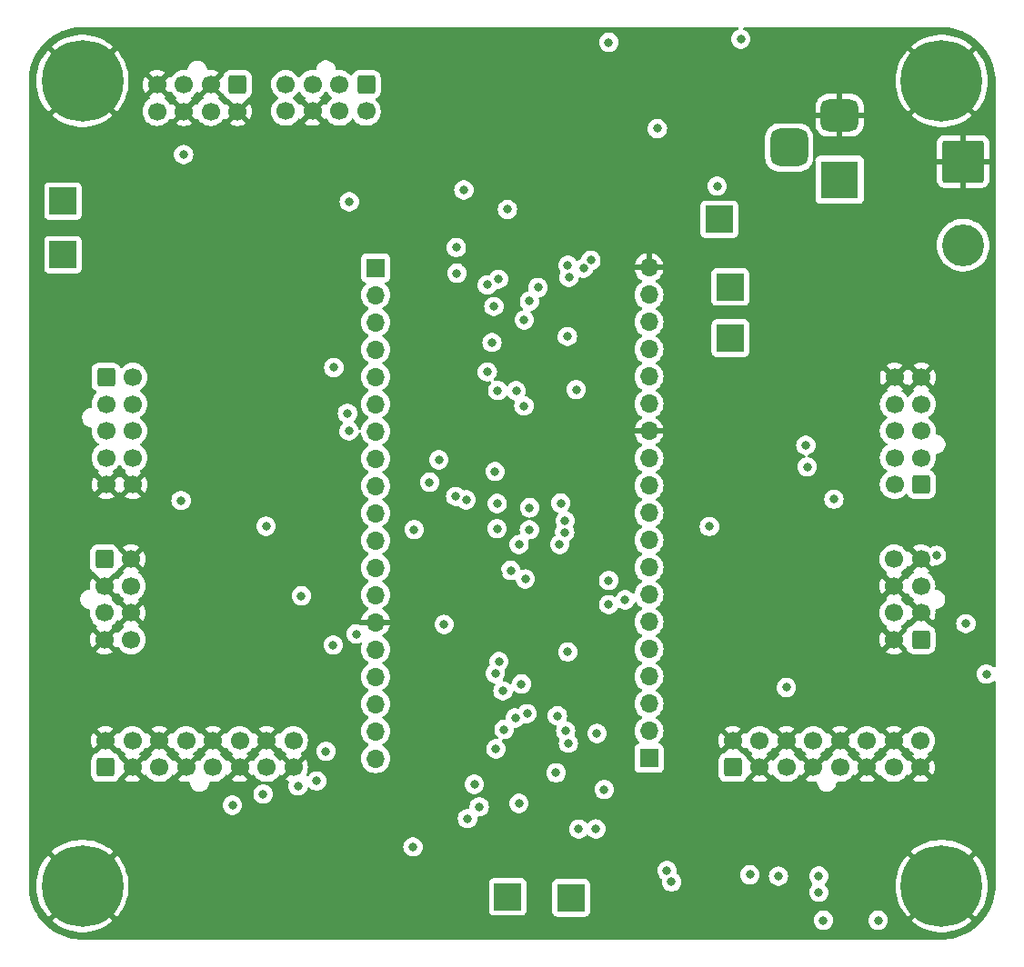
<source format=gbr>
%TF.GenerationSoftware,KiCad,Pcbnew,8.0.1-rc1*%
%TF.CreationDate,2024-04-06T08:28:56-04:00*%
%TF.ProjectId,ESP32_CHUNGUS_RAPIDUS,45535033-325f-4434-9855-4e4755535f52,rev?*%
%TF.SameCoordinates,Original*%
%TF.FileFunction,Copper,L2,Inr*%
%TF.FilePolarity,Positive*%
%FSLAX46Y46*%
G04 Gerber Fmt 4.6, Leading zero omitted, Abs format (unit mm)*
G04 Created by KiCad (PCBNEW 8.0.1-rc1) date 2024-04-06 08:28:56*
%MOMM*%
%LPD*%
G01*
G04 APERTURE LIST*
G04 Aperture macros list*
%AMRoundRect*
0 Rectangle with rounded corners*
0 $1 Rounding radius*
0 $2 $3 $4 $5 $6 $7 $8 $9 X,Y pos of 4 corners*
0 Add a 4 corners polygon primitive as box body*
4,1,4,$2,$3,$4,$5,$6,$7,$8,$9,$2,$3,0*
0 Add four circle primitives for the rounded corners*
1,1,$1+$1,$2,$3*
1,1,$1+$1,$4,$5*
1,1,$1+$1,$6,$7*
1,1,$1+$1,$8,$9*
0 Add four rect primitives between the rounded corners*
20,1,$1+$1,$2,$3,$4,$5,0*
20,1,$1+$1,$4,$5,$6,$7,0*
20,1,$1+$1,$6,$7,$8,$9,0*
20,1,$1+$1,$8,$9,$2,$3,0*%
G04 Aperture macros list end*
%TA.AperFunction,ComponentPad*%
%ADD10R,1.700000X1.700000*%
%TD*%
%TA.AperFunction,ComponentPad*%
%ADD11O,1.700000X1.700000*%
%TD*%
%TA.AperFunction,ComponentPad*%
%ADD12R,2.500000X2.500000*%
%TD*%
%TA.AperFunction,ComponentPad*%
%ADD13RoundRect,0.250000X0.600000X-0.600000X0.600000X0.600000X-0.600000X0.600000X-0.600000X-0.600000X0*%
%TD*%
%TA.AperFunction,ComponentPad*%
%ADD14C,1.700000*%
%TD*%
%TA.AperFunction,ComponentPad*%
%ADD15C,7.600000*%
%TD*%
%TA.AperFunction,ComponentPad*%
%ADD16RoundRect,0.250002X-1.699998X1.699998X-1.699998X-1.699998X1.699998X-1.699998X1.699998X1.699998X0*%
%TD*%
%TA.AperFunction,ComponentPad*%
%ADD17C,3.900000*%
%TD*%
%TA.AperFunction,ComponentPad*%
%ADD18RoundRect,0.250000X-0.600000X-0.600000X0.600000X-0.600000X0.600000X0.600000X-0.600000X0.600000X0*%
%TD*%
%TA.AperFunction,ComponentPad*%
%ADD19RoundRect,0.250000X0.600000X0.600000X-0.600000X0.600000X-0.600000X-0.600000X0.600000X-0.600000X0*%
%TD*%
%TA.AperFunction,ComponentPad*%
%ADD20RoundRect,0.250000X-0.600000X0.600000X-0.600000X-0.600000X0.600000X-0.600000X0.600000X0.600000X0*%
%TD*%
%TA.AperFunction,ComponentPad*%
%ADD21R,3.500000X3.500000*%
%TD*%
%TA.AperFunction,ComponentPad*%
%ADD22RoundRect,0.750000X-1.000000X0.750000X-1.000000X-0.750000X1.000000X-0.750000X1.000000X0.750000X0*%
%TD*%
%TA.AperFunction,ComponentPad*%
%ADD23RoundRect,0.875000X-0.875000X0.875000X-0.875000X-0.875000X0.875000X-0.875000X0.875000X0.875000X0*%
%TD*%
%TA.AperFunction,ViaPad*%
%ADD24C,0.800000*%
%TD*%
G04 APERTURE END LIST*
D10*
%TO.N,Vcc_3v3*%
%TO.C,J401*%
X67390000Y-40110000D03*
D11*
%TO.N,Enable*%
X67390000Y-42650000D03*
%TO.N,MD_Han_Gau_CT*%
X67390000Y-45190000D03*
%TO.N,MD_Han_Dro_CT*%
X67390000Y-47730000D03*
%TO.N,MD_Gen_Gau_CT*%
X67390000Y-50270000D03*
%TO.N,MD_Gen_Dro_CT*%
X67390000Y-52810000D03*
%TO.N,GPIO32*%
X67390000Y-55350000D03*
%TO.N,GPIO33*%
X67390000Y-57890000D03*
%TO.N,GPIO25*%
X67390000Y-60430000D03*
%TO.N,I2C_SDA_2*%
X67390000Y-62970000D03*
%TO.N,I2C_SCL_2*%
X67390000Y-65510000D03*
%TO.N,GPIO14*%
X67390000Y-68050000D03*
%TO.N,GPIO12*%
X67390000Y-70590000D03*
%TO.N,GND*%
X67390000Y-73130000D03*
%TO.N,GPIO13*%
X67390000Y-75670000D03*
%TO.N,unconnected-(J401-Pin_16-Pad16)*%
X67390000Y-78210000D03*
%TO.N,unconnected-(J401-Pin_17-Pad17)*%
X67390000Y-80750000D03*
%TO.N,unconnected-(J401-Pin_18-Pad18)*%
X67390000Y-83290000D03*
%TO.N,Vcc_5V*%
X67390000Y-85830000D03*
%TD*%
D12*
%TO.N,M_SCL_I2C_3*%
%TO.C,TP407*%
X85600000Y-98800000D03*
%TD*%
%TO.N,I2C_SCL_1*%
%TO.C,TP404*%
X100430000Y-46660000D03*
%TD*%
D13*
%TO.N,Vcc_3v3*%
%TO.C,I2C & Enco Droite*%
X100650000Y-86660000D03*
D14*
%TO.N,GND*%
X103150000Y-86660000D03*
%TO.N,M_SCL_I2C_2*%
X105650000Y-86660000D03*
%TO.N,GND*%
X108150000Y-86660000D03*
%TO.N,Vcc_3v3*%
X110650000Y-86660000D03*
%TO.N,GND*%
X113150000Y-86660000D03*
%TO.N,ENC_Gen_Dro_IntA*%
X115650000Y-86660000D03*
%TO.N,GND*%
X118150000Y-86660000D03*
X100650000Y-84160000D03*
%TO.N,M_SDA_I2C_2*%
X103150000Y-84160000D03*
%TO.N,GND*%
X105650000Y-84160000D03*
%TO.N,GPIO17*%
X108150000Y-84160000D03*
%TO.N,GND*%
X110650000Y-84160000D03*
%TO.N,ENC_Gen_Dro_IntB*%
X113150000Y-84160000D03*
%TO.N,GND*%
X115650000Y-84160000D03*
%TO.N,unconnected-(J305-Pin_16-Pad16)*%
X118150000Y-84160000D03*
%TD*%
D15*
%TO.N,GND*%
%TO.C,H301*%
X40100000Y-22700000D03*
%TD*%
%TO.N,GND*%
%TO.C,H303*%
X40100000Y-97700000D03*
%TD*%
D16*
%TO.N,GND*%
%TO.C,J202*%
X122100000Y-30200000D03*
D17*
%TO.N,Vcc_5V*%
X122100000Y-38000000D03*
%TD*%
D15*
%TO.N,GND*%
%TO.C,H304*%
X120100000Y-97700000D03*
%TD*%
D12*
%TO.N,GPIO17*%
%TO.C,TP406*%
X38300000Y-38900000D03*
%TD*%
%TO.N,M_SDA_I2C_3*%
%TO.C,TP408*%
X79700000Y-98700000D03*
%TD*%
D18*
%TO.N,MD_Han_Gau_CT*%
%TO.C,MD Gauche*%
X42300000Y-50300000D03*
D14*
%TO.N,MD_Han_Gau_EN*%
X42300000Y-52800000D03*
%TO.N,MD_Han_Gau_INA*%
X42300000Y-55300000D03*
%TO.N,MD_Han_Gau_INB*%
X42300000Y-57800000D03*
%TO.N,GND*%
X42300000Y-60300000D03*
%TO.N,MD_Gen_Gau_CT*%
X44800000Y-50300000D03*
%TO.N,MD_Gen_Gau_EN*%
X44800000Y-52800000D03*
%TO.N,MD_Gen_Gau_INA*%
X44800000Y-55300000D03*
%TO.N,MD_Gen_Gau_INB*%
X44800000Y-57800000D03*
%TO.N,GND*%
X44800000Y-60300000D03*
%TD*%
D12*
%TO.N,I2C_SDA_1*%
%TO.C,TP405*%
X100410000Y-41890000D03*
%TD*%
D19*
%TO.N,Vcc_3v3*%
%TO.C,Enco Han Dro*%
X118160000Y-74750000D03*
D14*
%TO.N,GND*%
X118160000Y-72250000D03*
%TO.N,ENC_Han_Dro_IntA*%
X118160000Y-69750000D03*
%TO.N,GND*%
X118160000Y-67250000D03*
X115660000Y-74750000D03*
%TO.N,ENC_Han_Dro_IntB*%
X115660000Y-72250000D03*
%TO.N,GND*%
X115660000Y-69750000D03*
%TO.N,unconnected-(J306-Pin_8-Pad8)*%
X115660000Y-67250000D03*
%TD*%
D18*
%TO.N,Vcc_3v3*%
%TO.C,Enc Hanc Gau*%
X42140000Y-67250000D03*
D14*
%TO.N,GND*%
X42140000Y-69750000D03*
%TO.N,ENC_Han_Gau_IntA*%
X42140000Y-72250000D03*
%TO.N,GND*%
X42140000Y-74750000D03*
X44640000Y-67250000D03*
%TO.N,ENC_Han_Gau_IntB*%
X44640000Y-69750000D03*
%TO.N,GND*%
X44640000Y-72250000D03*
%TO.N,unconnected-(J303-Pin_8-Pad8)*%
X44640000Y-74750000D03*
%TD*%
D19*
%TO.N,MD_Han_Dro_CT*%
%TO.C,MD Droite*%
X118200000Y-60300000D03*
D14*
%TO.N,MD_Han_Dro_EN*%
X118200000Y-57800000D03*
%TO.N,MD_Han_Dro_INA*%
X118200000Y-55300000D03*
%TO.N,MD_Han_Dro_INB*%
X118200000Y-52800000D03*
%TO.N,GND*%
X118200000Y-50300000D03*
%TO.N,MD_Gen_Dro_CT*%
X115700000Y-60300000D03*
%TO.N,MD_Gen_Dro_EN*%
X115700000Y-57800000D03*
%TO.N,MD_Gen_Dro_INA*%
X115700000Y-55300000D03*
%TO.N,MD_Gen_Dro_INB*%
X115700000Y-52800000D03*
%TO.N,GND*%
X115700000Y-50300000D03*
%TD*%
D15*
%TO.N,GND*%
%TO.C,H302*%
X120100000Y-22700000D03*
%TD*%
D20*
%TO.N,Vcc_3v3*%
%TO.C,J307*%
X54550000Y-23040000D03*
D14*
%TO.N,GND*%
X52050000Y-23040000D03*
%TO.N,M_SCL_I2C_0*%
X49550000Y-23040000D03*
%TO.N,GND*%
X47050000Y-23040000D03*
X54550000Y-25540000D03*
%TO.N,M_SDA_I2C_0*%
X52050000Y-25540000D03*
%TO.N,GND*%
X49550000Y-25540000D03*
%TO.N,GPIO17*%
X47050000Y-25540000D03*
%TD*%
D21*
%TO.N,VBUS*%
%TO.C,J201*%
X110600000Y-31900000D03*
D22*
%TO.N,GND*%
X110600000Y-25900000D03*
D23*
%TO.N,N/C*%
X105900000Y-28900000D03*
%TD*%
D20*
%TO.N,R_Gen_Gau*%
%TO.C,J308*%
X66520000Y-23030000D03*
D14*
%TO.N,R_Han_Gau*%
X64020000Y-23030000D03*
%TO.N,Vcc_5V*%
X61520000Y-23030000D03*
%TO.N,unconnected-(J308-Pin_4-Pad4)*%
X59020000Y-23030000D03*
%TO.N,R_Han_Dro*%
X66520000Y-25530000D03*
%TO.N,R_Gen_Dro*%
X64020000Y-25530000D03*
%TO.N,GND*%
X61520000Y-25530000D03*
%TO.N,unconnected-(J308-Pin_8-Pad8)*%
X59020000Y-25530000D03*
%TD*%
D13*
%TO.N,Vcc_3v3*%
%TO.C,I2C & Enco gauche*%
X42250000Y-86660000D03*
D14*
%TO.N,GND*%
X44750000Y-86660000D03*
%TO.N,M_SCL_I2C_1*%
X47250000Y-86660000D03*
%TO.N,GND*%
X49750000Y-86660000D03*
%TO.N,Vcc_3v3*%
X52250000Y-86660000D03*
%TO.N,GND*%
X54750000Y-86660000D03*
%TO.N,ENC_Gen_Gau_IntA*%
X57250000Y-86660000D03*
%TO.N,GND*%
X59750000Y-86660000D03*
X42250000Y-84160000D03*
%TO.N,M_SDA_I2C_1*%
X44750000Y-84160000D03*
%TO.N,GND*%
X47250000Y-84160000D03*
%TO.N,GPIO17*%
X49750000Y-84160000D03*
%TO.N,GND*%
X52250000Y-84160000D03*
%TO.N,ENC_Gen_Gau_IntB*%
X54750000Y-84160000D03*
%TO.N,GND*%
X57250000Y-84160000D03*
%TO.N,unconnected-(J302-Pin_16-Pad16)*%
X59750000Y-84160000D03*
%TD*%
D12*
%TO.N,Vcc_5V*%
%TO.C,TP403*%
X99400000Y-35580000D03*
%TD*%
%TO.N,Vcc_3v3*%
%TO.C,TP401*%
X38300000Y-33900000D03*
%TD*%
D10*
%TO.N,CLK*%
%TO.C,J402*%
X92850000Y-85800000D03*
D11*
%TO.N,unconnected-(J402-Pin_2-Pad2)*%
X92850000Y-83260000D03*
%TO.N,unconnected-(J402-Pin_3-Pad3)*%
X92850000Y-80720000D03*
%TO.N,GPIO15*%
X92850000Y-78180000D03*
%TO.N,Out_EN_PCA*%
X92850000Y-75640000D03*
%TO.N,unconnected-(J402-Pin_6-Pad6)*%
X92850000Y-73100000D03*
%TO.N,GPIO4*%
X92850000Y-70560000D03*
%TO.N,GPIO16*%
X92850000Y-68020000D03*
%TO.N,GPIO17*%
X92850000Y-65480000D03*
%TO.N,GPIO5*%
X92850000Y-62940000D03*
%TO.N,GPIO18*%
X92850000Y-60400000D03*
%TO.N,GPIO19*%
X92850000Y-57860000D03*
%TO.N,GND*%
X92850000Y-55320000D03*
%TO.N,I2C_SDA_1*%
X92850000Y-52780000D03*
%TO.N,unconnected-(J402-Pin_15-Pad15)*%
X92850000Y-50240000D03*
%TO.N,unconnected-(J402-Pin_16-Pad16)*%
X92850000Y-47700000D03*
%TO.N,I2C_SCL_1*%
X92850000Y-45160000D03*
%TO.N,Int_PCA*%
X92850000Y-42620000D03*
%TO.N,GND*%
X92850000Y-40080000D03*
%TD*%
D24*
%TO.N,GND*%
X96000000Y-30900000D03*
X73000000Y-47100000D03*
X86980000Y-79630000D03*
X96000000Y-29000000D03*
X90987800Y-93751300D03*
X115840000Y-36750000D03*
X79460000Y-54350000D03*
X87160000Y-89130000D03*
X79760000Y-19919000D03*
X75630000Y-74479000D03*
X73000000Y-41700000D03*
X85264300Y-43477800D03*
X79330000Y-94430000D03*
X78864200Y-68604800D03*
X81000000Y-74800000D03*
X63601300Y-100808600D03*
X104800000Y-22400000D03*
X104900000Y-20500000D03*
X63601300Y-92670600D03*
X72035600Y-98136600D03*
X84920000Y-88860000D03*
X83000000Y-74700000D03*
%TO.N,Vcc_5V*%
X99200000Y-32500000D03*
X101400000Y-18800000D03*
%TO.N,Vcc_3v3*%
X80747200Y-89998000D03*
X64950000Y-33959000D03*
X78540800Y-77893300D03*
X72417700Y-60083200D03*
X124272700Y-77959000D03*
X93630000Y-27140000D03*
X70881700Y-94052000D03*
X81201700Y-52975600D03*
X85288100Y-75893200D03*
X86306600Y-92393400D03*
X74854100Y-61403500D03*
X109084500Y-100899000D03*
X49520000Y-29559000D03*
X84200000Y-87149000D03*
X114180000Y-100899000D03*
%TO.N,GPIO17*%
X80975500Y-78875300D03*
X62779700Y-85153300D03*
X78594600Y-84915400D03*
X78886900Y-76786700D03*
X74911800Y-38211500D03*
%TO.N,GPIO5*%
X89112500Y-19102200D03*
%TO.N,M_SCL_I2C_0*%
X87902700Y-92381600D03*
X88673100Y-88712700D03*
X65591700Y-74215800D03*
X84323500Y-81838300D03*
%TO.N,M_SDA_I2C_0*%
X81499000Y-81635900D03*
X60491700Y-70665200D03*
%TO.N,M_SCL_I2C_1*%
X79355800Y-83110700D03*
%TO.N,M_SDA_I2C_1*%
X80400300Y-82048000D03*
%TO.N,M_SCL_I2C_2*%
X85348300Y-84400100D03*
%TO.N,M_SDA_I2C_2*%
X88003500Y-83496500D03*
X85092300Y-83253000D03*
%TO.N,MD_Gen_Gau_EN*%
X81238400Y-44969000D03*
%TO.N,MD_Han_Gau_INA*%
X78724000Y-62059600D03*
%TO.N,MD_Gen_Gau_CT*%
X63506600Y-49399300D03*
%TO.N,MD_Gen_Gau_INA*%
X57200800Y-64187400D03*
X79988500Y-68294100D03*
%TO.N,MD_Han_Gau_INB*%
X81721700Y-64503900D03*
X49288600Y-61788500D03*
%TO.N,MD_Han_Gau_EN*%
X81722400Y-43220000D03*
%TO.N,MD_Gen_Gau_INB*%
X78715600Y-64413900D03*
%TO.N,ENC_Gen_Gau_IntB*%
X56914600Y-89137900D03*
%TO.N,MD_Han_Dro_INA*%
X85039100Y-63672600D03*
X110067400Y-61670000D03*
%TO.N,MD_Gen_Dro_INA*%
X107581500Y-58652200D03*
X84530300Y-65874600D03*
%TO.N,MD_Han_Dro_EN*%
X85249700Y-46504800D03*
%TO.N,MD_Gen_Dro_INB*%
X98479800Y-64210000D03*
X85001400Y-64734900D03*
%TO.N,MD_Han_Dro_INB*%
X107451900Y-56648800D03*
X81739200Y-62458700D03*
%TO.N,MD_Gen_Dro_EN*%
X82510800Y-41949000D03*
%TO.N,GPIO12*%
X77050000Y-90319000D03*
%TO.N,GPIO33*%
X119618000Y-66896300D03*
X122351200Y-73258800D03*
%TO.N,GPIO13*%
X75960000Y-91419000D03*
%TO.N,GPIO4*%
X63449900Y-75254100D03*
X89093500Y-71480700D03*
X60180900Y-88372200D03*
%TO.N,I2C_SCL_1*%
X79255400Y-79523900D03*
X86073500Y-51456700D03*
X73770900Y-73332000D03*
X78514400Y-59088600D03*
%TO.N,I2C_SDA_1*%
X75828900Y-61719000D03*
X80480000Y-51559000D03*
%TO.N,INTB_HD*%
X105642300Y-79200000D03*
%TO.N,INTA_HD*%
X78835600Y-41171200D03*
%TO.N,INTB_HG*%
X74960100Y-40616200D03*
%TO.N,INTA_HG*%
X70987200Y-64498400D03*
%TO.N,INTB_GD*%
X73292600Y-58004800D03*
X78759500Y-51546600D03*
X76590000Y-88229000D03*
%TO.N,INTA_GD*%
X78406800Y-43708100D03*
X77800700Y-41692100D03*
%TO.N,INTB_GG*%
X61914000Y-87913500D03*
X78235500Y-47065600D03*
X64775800Y-53663100D03*
%TO.N,INTA_GG*%
X77797500Y-49803700D03*
X54066700Y-90177700D03*
X64927800Y-55309500D03*
%TO.N,R_Gen_Gau*%
X85410000Y-41001000D03*
X79674400Y-34674300D03*
%TO.N,R_Han_Gau*%
X86765700Y-40151800D03*
X75615700Y-32850300D03*
%TO.N,R_Gen_Dro*%
X85297100Y-39877100D03*
%TO.N,R_Han_Dro*%
X87442700Y-39404500D03*
%TO.N,Net-(JP501-B)*%
X94955000Y-97311200D03*
%TO.N,Net-(JP502-B)*%
X94521800Y-96253100D03*
%TO.N,Net-(JP505-B)*%
X102239800Y-96648300D03*
%TO.N,Net-(JP506-B)*%
X104901700Y-96784000D03*
X84638300Y-62034900D03*
X90634200Y-71035700D03*
%TO.N,Net-(JP507-B)*%
X108652600Y-98288400D03*
%TO.N,Net-(JP508-B)*%
X81338100Y-69102700D03*
X89093500Y-69238100D03*
X108652600Y-96779000D03*
%TO.N,Net-(U502-~{OE})*%
X80755000Y-65886900D03*
%TD*%
%TA.AperFunction,Conductor*%
%TO.N,GND*%
G36*
X48364925Y-84921373D02*
G01*
X48398119Y-84873968D01*
X48452696Y-84830343D01*
X48522194Y-84823149D01*
X48584549Y-84854672D01*
X48601269Y-84873968D01*
X48711500Y-85031395D01*
X48711505Y-85031401D01*
X48878599Y-85198495D01*
X49024420Y-85300600D01*
X49036031Y-85308730D01*
X49079655Y-85363307D01*
X49086848Y-85432806D01*
X49055326Y-85495160D01*
X49036030Y-85511880D01*
X48988626Y-85545072D01*
X48988625Y-85545072D01*
X49538940Y-86095387D01*
X49518409Y-86100889D01*
X49381592Y-86179881D01*
X49269881Y-86291592D01*
X49190889Y-86428409D01*
X49185387Y-86448940D01*
X48635072Y-85898625D01*
X48635071Y-85898626D01*
X48601879Y-85946031D01*
X48547302Y-85989656D01*
X48477804Y-85996850D01*
X48415449Y-85965327D01*
X48398730Y-85946032D01*
X48288495Y-85788599D01*
X48121401Y-85621505D01*
X48121399Y-85621504D01*
X48121396Y-85621501D01*
X47963968Y-85511269D01*
X47920343Y-85456692D01*
X47913149Y-85387194D01*
X47944672Y-85324839D01*
X47963968Y-85308119D01*
X48011373Y-85274925D01*
X47461059Y-84724612D01*
X47481591Y-84719111D01*
X47618408Y-84640119D01*
X47730119Y-84528408D01*
X47809111Y-84391591D01*
X47814612Y-84371059D01*
X48364925Y-84921373D01*
G37*
%TD.AperFunction*%
%TA.AperFunction,Conductor*%
G36*
X53364925Y-84921373D02*
G01*
X53398119Y-84873968D01*
X53452696Y-84830343D01*
X53522194Y-84823149D01*
X53584549Y-84854672D01*
X53601269Y-84873968D01*
X53711500Y-85031395D01*
X53711505Y-85031401D01*
X53878599Y-85198495D01*
X54024420Y-85300600D01*
X54036031Y-85308730D01*
X54079655Y-85363307D01*
X54086848Y-85432806D01*
X54055326Y-85495160D01*
X54036030Y-85511880D01*
X53988626Y-85545072D01*
X53988625Y-85545072D01*
X54538940Y-86095387D01*
X54518409Y-86100889D01*
X54381592Y-86179881D01*
X54269881Y-86291592D01*
X54190889Y-86428409D01*
X54185387Y-86448940D01*
X53635072Y-85898625D01*
X53635071Y-85898626D01*
X53601879Y-85946031D01*
X53547302Y-85989656D01*
X53477804Y-85996850D01*
X53415449Y-85965327D01*
X53398730Y-85946032D01*
X53288495Y-85788599D01*
X53121401Y-85621505D01*
X53121399Y-85621504D01*
X53121396Y-85621501D01*
X52963968Y-85511269D01*
X52920343Y-85456692D01*
X52913149Y-85387194D01*
X52944672Y-85324839D01*
X52963968Y-85308119D01*
X53011373Y-85274925D01*
X52461059Y-84724612D01*
X52481591Y-84719111D01*
X52618408Y-84640119D01*
X52730119Y-84528408D01*
X52809111Y-84391591D01*
X52814612Y-84371060D01*
X53364925Y-84921373D01*
G37*
%TD.AperFunction*%
%TA.AperFunction,Conductor*%
G36*
X58364925Y-84921373D02*
G01*
X58398119Y-84873968D01*
X58452696Y-84830343D01*
X58522194Y-84823149D01*
X58584549Y-84854672D01*
X58601269Y-84873968D01*
X58711500Y-85031395D01*
X58711505Y-85031401D01*
X58878599Y-85198495D01*
X59024420Y-85300600D01*
X59036031Y-85308730D01*
X59079655Y-85363307D01*
X59086848Y-85432806D01*
X59055326Y-85495160D01*
X59036030Y-85511880D01*
X58988626Y-85545072D01*
X58988625Y-85545072D01*
X59538940Y-86095387D01*
X59518409Y-86100889D01*
X59381592Y-86179881D01*
X59269881Y-86291592D01*
X59190889Y-86428409D01*
X59185387Y-86448940D01*
X58635072Y-85898625D01*
X58635071Y-85898626D01*
X58601879Y-85946031D01*
X58547302Y-85989656D01*
X58477804Y-85996850D01*
X58415449Y-85965327D01*
X58398730Y-85946032D01*
X58288495Y-85788599D01*
X58121401Y-85621505D01*
X58121399Y-85621504D01*
X58121396Y-85621501D01*
X57963968Y-85511269D01*
X57920343Y-85456692D01*
X57913149Y-85387194D01*
X57944672Y-85324839D01*
X57963968Y-85308119D01*
X58011373Y-85274925D01*
X57461059Y-84724612D01*
X57481591Y-84719111D01*
X57618408Y-84640119D01*
X57730119Y-84528408D01*
X57809111Y-84391591D01*
X57814612Y-84371060D01*
X58364925Y-84921373D01*
G37*
%TD.AperFunction*%
%TA.AperFunction,Conductor*%
G36*
X43364925Y-84921373D02*
G01*
X43398119Y-84873968D01*
X43452696Y-84830343D01*
X43522194Y-84823149D01*
X43584549Y-84854672D01*
X43601269Y-84873968D01*
X43711500Y-85031395D01*
X43711505Y-85031401D01*
X43878599Y-85198495D01*
X44024420Y-85300600D01*
X44036031Y-85308730D01*
X44079655Y-85363307D01*
X44086848Y-85432806D01*
X44055326Y-85495160D01*
X44036030Y-85511880D01*
X43988626Y-85545072D01*
X43988625Y-85545072D01*
X44538940Y-86095387D01*
X44518409Y-86100889D01*
X44381592Y-86179881D01*
X44269881Y-86291592D01*
X44190889Y-86428409D01*
X44185387Y-86448939D01*
X43594187Y-85857739D01*
X43594242Y-85857683D01*
X43567493Y-85831767D01*
X43557666Y-85809630D01*
X43550697Y-85788599D01*
X43534814Y-85740666D01*
X43442712Y-85591344D01*
X43318656Y-85467288D01*
X43169334Y-85375186D01*
X43100367Y-85352332D01*
X43042923Y-85312560D01*
X43038592Y-85302144D01*
X42461059Y-84724612D01*
X42481591Y-84719111D01*
X42618408Y-84640119D01*
X42730119Y-84528408D01*
X42809111Y-84391591D01*
X42814612Y-84371060D01*
X43364925Y-84921373D01*
G37*
%TD.AperFunction*%
%TA.AperFunction,Conductor*%
G36*
X46690889Y-84391591D02*
G01*
X46769881Y-84528408D01*
X46881592Y-84640119D01*
X47018409Y-84719111D01*
X47038939Y-84724612D01*
X46488625Y-85274925D01*
X46536031Y-85308119D01*
X46579656Y-85362696D01*
X46586850Y-85432194D01*
X46555327Y-85494549D01*
X46536032Y-85511269D01*
X46378594Y-85621508D01*
X46211508Y-85788594D01*
X46101269Y-85946032D01*
X46046692Y-85989656D01*
X45977193Y-85996849D01*
X45914839Y-85965327D01*
X45898119Y-85946031D01*
X45864926Y-85898626D01*
X45864925Y-85898625D01*
X45314612Y-86448939D01*
X45309111Y-86428409D01*
X45230119Y-86291592D01*
X45118408Y-86179881D01*
X44981591Y-86100889D01*
X44961059Y-86095387D01*
X45511373Y-85545073D01*
X45511373Y-85545072D01*
X45463969Y-85511880D01*
X45420344Y-85457303D01*
X45413150Y-85387805D01*
X45444673Y-85325450D01*
X45463969Y-85308730D01*
X45475580Y-85300600D01*
X45621401Y-85198495D01*
X45788495Y-85031401D01*
X45898730Y-84873968D01*
X45953307Y-84830344D01*
X46022805Y-84823150D01*
X46085160Y-84854673D01*
X46101880Y-84873969D01*
X46135072Y-84921373D01*
X46135073Y-84921373D01*
X46685387Y-84371059D01*
X46690889Y-84391591D01*
G37*
%TD.AperFunction*%
%TA.AperFunction,Conductor*%
G36*
X51690889Y-84391591D02*
G01*
X51769881Y-84528408D01*
X51881592Y-84640119D01*
X52018409Y-84719111D01*
X52038939Y-84724612D01*
X51488625Y-85274925D01*
X51536031Y-85308119D01*
X51579656Y-85362696D01*
X51586850Y-85432194D01*
X51555327Y-85494549D01*
X51536032Y-85511269D01*
X51378594Y-85621508D01*
X51211508Y-85788594D01*
X51101269Y-85946032D01*
X51046692Y-85989656D01*
X50977193Y-85996849D01*
X50914839Y-85965327D01*
X50898119Y-85946031D01*
X50864926Y-85898626D01*
X50864925Y-85898625D01*
X50314612Y-86448939D01*
X50309111Y-86428409D01*
X50230119Y-86291592D01*
X50118408Y-86179881D01*
X49981591Y-86100889D01*
X49961059Y-86095387D01*
X50511373Y-85545073D01*
X50511373Y-85545072D01*
X50463969Y-85511880D01*
X50420344Y-85457303D01*
X50413150Y-85387805D01*
X50444673Y-85325450D01*
X50463969Y-85308730D01*
X50475580Y-85300600D01*
X50621401Y-85198495D01*
X50788495Y-85031401D01*
X50898730Y-84873968D01*
X50953307Y-84830344D01*
X51022805Y-84823150D01*
X51085160Y-84854673D01*
X51101880Y-84873969D01*
X51135072Y-84921373D01*
X51135073Y-84921373D01*
X51685387Y-84371059D01*
X51690889Y-84391591D01*
G37*
%TD.AperFunction*%
%TA.AperFunction,Conductor*%
G36*
X56690889Y-84391591D02*
G01*
X56769881Y-84528408D01*
X56881592Y-84640119D01*
X57018409Y-84719111D01*
X57038939Y-84724612D01*
X56488625Y-85274925D01*
X56536031Y-85308119D01*
X56579656Y-85362696D01*
X56586850Y-85432194D01*
X56555327Y-85494549D01*
X56536032Y-85511269D01*
X56378594Y-85621508D01*
X56211508Y-85788594D01*
X56101269Y-85946032D01*
X56046692Y-85989656D01*
X55977193Y-85996849D01*
X55914839Y-85965327D01*
X55898119Y-85946031D01*
X55864926Y-85898626D01*
X55864925Y-85898625D01*
X55314612Y-86448939D01*
X55309111Y-86428409D01*
X55230119Y-86291592D01*
X55118408Y-86179881D01*
X54981591Y-86100889D01*
X54961059Y-86095387D01*
X55511373Y-85545073D01*
X55511373Y-85545072D01*
X55463969Y-85511880D01*
X55420344Y-85457303D01*
X55413150Y-85387805D01*
X55444673Y-85325450D01*
X55463969Y-85308730D01*
X55475580Y-85300600D01*
X55621401Y-85198495D01*
X55788495Y-85031401D01*
X55898730Y-84873968D01*
X55953307Y-84830344D01*
X56022805Y-84823150D01*
X56085160Y-84854673D01*
X56101880Y-84873969D01*
X56135072Y-84921373D01*
X56135073Y-84921373D01*
X56685387Y-84371059D01*
X56690889Y-84391591D01*
G37*
%TD.AperFunction*%
%TA.AperFunction,Conductor*%
G36*
X106764925Y-84921373D02*
G01*
X106798119Y-84873968D01*
X106852696Y-84830343D01*
X106922194Y-84823149D01*
X106984549Y-84854672D01*
X107001269Y-84873968D01*
X107111500Y-85031395D01*
X107111505Y-85031401D01*
X107278599Y-85198495D01*
X107424420Y-85300600D01*
X107436031Y-85308730D01*
X107479655Y-85363307D01*
X107486848Y-85432806D01*
X107455326Y-85495160D01*
X107436030Y-85511880D01*
X107388626Y-85545072D01*
X107388625Y-85545072D01*
X107938940Y-86095387D01*
X107918409Y-86100889D01*
X107781592Y-86179881D01*
X107669881Y-86291592D01*
X107590889Y-86428409D01*
X107585387Y-86448940D01*
X107035072Y-85898625D01*
X107035071Y-85898626D01*
X107001879Y-85946031D01*
X106947302Y-85989656D01*
X106877804Y-85996850D01*
X106815449Y-85965327D01*
X106798730Y-85946032D01*
X106688495Y-85788599D01*
X106521401Y-85621505D01*
X106521399Y-85621504D01*
X106521396Y-85621501D01*
X106363968Y-85511269D01*
X106320343Y-85456692D01*
X106313149Y-85387194D01*
X106344672Y-85324839D01*
X106363968Y-85308119D01*
X106411373Y-85274925D01*
X105861059Y-84724612D01*
X105881591Y-84719111D01*
X106018408Y-84640119D01*
X106130119Y-84528408D01*
X106209111Y-84391591D01*
X106214612Y-84371060D01*
X106764925Y-84921373D01*
G37*
%TD.AperFunction*%
%TA.AperFunction,Conductor*%
G36*
X111764925Y-84921373D02*
G01*
X111798119Y-84873968D01*
X111852696Y-84830343D01*
X111922194Y-84823149D01*
X111984549Y-84854672D01*
X112001269Y-84873968D01*
X112111500Y-85031395D01*
X112111505Y-85031401D01*
X112278599Y-85198495D01*
X112424420Y-85300600D01*
X112436031Y-85308730D01*
X112479655Y-85363307D01*
X112486848Y-85432806D01*
X112455326Y-85495160D01*
X112436030Y-85511880D01*
X112388626Y-85545072D01*
X112388625Y-85545072D01*
X112938940Y-86095387D01*
X112918409Y-86100889D01*
X112781592Y-86179881D01*
X112669881Y-86291592D01*
X112590889Y-86428409D01*
X112585387Y-86448940D01*
X112035072Y-85898625D01*
X112035071Y-85898626D01*
X112001879Y-85946031D01*
X111947302Y-85989656D01*
X111877804Y-85996850D01*
X111815449Y-85965327D01*
X111798730Y-85946032D01*
X111688495Y-85788599D01*
X111521401Y-85621505D01*
X111521399Y-85621504D01*
X111521396Y-85621501D01*
X111363968Y-85511269D01*
X111320343Y-85456692D01*
X111313149Y-85387194D01*
X111344672Y-85324839D01*
X111363968Y-85308119D01*
X111411373Y-85274925D01*
X110861059Y-84724612D01*
X110881591Y-84719111D01*
X111018408Y-84640119D01*
X111130119Y-84528408D01*
X111209111Y-84391591D01*
X111214612Y-84371060D01*
X111764925Y-84921373D01*
G37*
%TD.AperFunction*%
%TA.AperFunction,Conductor*%
G36*
X116764925Y-84921373D02*
G01*
X116798119Y-84873968D01*
X116852696Y-84830343D01*
X116922194Y-84823149D01*
X116984549Y-84854672D01*
X117001269Y-84873968D01*
X117111500Y-85031395D01*
X117111505Y-85031401D01*
X117278599Y-85198495D01*
X117424420Y-85300600D01*
X117436031Y-85308730D01*
X117479655Y-85363307D01*
X117486848Y-85432806D01*
X117455326Y-85495160D01*
X117436030Y-85511880D01*
X117388626Y-85545072D01*
X117388625Y-85545072D01*
X117938940Y-86095387D01*
X117918409Y-86100889D01*
X117781592Y-86179881D01*
X117669881Y-86291592D01*
X117590889Y-86428409D01*
X117585387Y-86448940D01*
X117035072Y-85898625D01*
X117035071Y-85898626D01*
X117001879Y-85946031D01*
X116947302Y-85989656D01*
X116877804Y-85996850D01*
X116815449Y-85965327D01*
X116798730Y-85946032D01*
X116688495Y-85788599D01*
X116521401Y-85621505D01*
X116521399Y-85621504D01*
X116521396Y-85621501D01*
X116363968Y-85511269D01*
X116320343Y-85456692D01*
X116313149Y-85387194D01*
X116344672Y-85324839D01*
X116363968Y-85308119D01*
X116411373Y-85274925D01*
X115861059Y-84724612D01*
X115881591Y-84719111D01*
X116018408Y-84640119D01*
X116130119Y-84528408D01*
X116209111Y-84391591D01*
X116214612Y-84371060D01*
X116764925Y-84921373D01*
G37*
%TD.AperFunction*%
%TA.AperFunction,Conductor*%
G36*
X101764925Y-84921373D02*
G01*
X101798119Y-84873968D01*
X101852696Y-84830343D01*
X101922194Y-84823149D01*
X101984549Y-84854672D01*
X102001269Y-84873968D01*
X102111500Y-85031395D01*
X102111505Y-85031401D01*
X102278599Y-85198495D01*
X102424420Y-85300600D01*
X102436031Y-85308730D01*
X102479655Y-85363307D01*
X102486848Y-85432806D01*
X102455326Y-85495160D01*
X102436030Y-85511880D01*
X102388626Y-85545072D01*
X102388625Y-85545072D01*
X102938940Y-86095387D01*
X102918409Y-86100889D01*
X102781592Y-86179881D01*
X102669881Y-86291592D01*
X102590889Y-86428409D01*
X102585387Y-86448939D01*
X101994187Y-85857739D01*
X101994242Y-85857683D01*
X101967493Y-85831767D01*
X101957666Y-85809630D01*
X101950697Y-85788599D01*
X101934814Y-85740666D01*
X101842712Y-85591344D01*
X101718656Y-85467288D01*
X101569334Y-85375186D01*
X101500367Y-85352332D01*
X101442923Y-85312560D01*
X101438592Y-85302144D01*
X100861059Y-84724612D01*
X100881591Y-84719111D01*
X101018408Y-84640119D01*
X101130119Y-84528408D01*
X101209111Y-84391591D01*
X101214612Y-84371060D01*
X101764925Y-84921373D01*
G37*
%TD.AperFunction*%
%TA.AperFunction,Conductor*%
G36*
X105090889Y-84391591D02*
G01*
X105169881Y-84528408D01*
X105281592Y-84640119D01*
X105418409Y-84719111D01*
X105438939Y-84724612D01*
X104888625Y-85274925D01*
X104936031Y-85308119D01*
X104979656Y-85362696D01*
X104986850Y-85432194D01*
X104955327Y-85494549D01*
X104936032Y-85511269D01*
X104778594Y-85621508D01*
X104611508Y-85788594D01*
X104501269Y-85946032D01*
X104446692Y-85989656D01*
X104377193Y-85996849D01*
X104314839Y-85965327D01*
X104298119Y-85946031D01*
X104264926Y-85898626D01*
X104264925Y-85898625D01*
X103714612Y-86448939D01*
X103709111Y-86428409D01*
X103630119Y-86291592D01*
X103518408Y-86179881D01*
X103381591Y-86100889D01*
X103361059Y-86095387D01*
X103911373Y-85545073D01*
X103911373Y-85545072D01*
X103863969Y-85511880D01*
X103820344Y-85457303D01*
X103813150Y-85387805D01*
X103844673Y-85325450D01*
X103863969Y-85308730D01*
X103875580Y-85300600D01*
X104021401Y-85198495D01*
X104188495Y-85031401D01*
X104298730Y-84873968D01*
X104353307Y-84830344D01*
X104422805Y-84823150D01*
X104485160Y-84854673D01*
X104501880Y-84873969D01*
X104535072Y-84921373D01*
X104535073Y-84921373D01*
X105085387Y-84371059D01*
X105090889Y-84391591D01*
G37*
%TD.AperFunction*%
%TA.AperFunction,Conductor*%
G36*
X110090889Y-84391591D02*
G01*
X110169881Y-84528408D01*
X110281592Y-84640119D01*
X110418409Y-84719111D01*
X110438939Y-84724612D01*
X109888625Y-85274925D01*
X109936031Y-85308119D01*
X109979656Y-85362696D01*
X109986850Y-85432194D01*
X109955327Y-85494549D01*
X109936032Y-85511269D01*
X109778594Y-85621508D01*
X109611508Y-85788594D01*
X109501269Y-85946032D01*
X109446692Y-85989656D01*
X109377193Y-85996849D01*
X109314839Y-85965327D01*
X109298119Y-85946031D01*
X109264926Y-85898626D01*
X109264925Y-85898625D01*
X108714612Y-86448939D01*
X108709111Y-86428409D01*
X108630119Y-86291592D01*
X108518408Y-86179881D01*
X108381591Y-86100889D01*
X108361059Y-86095387D01*
X108911373Y-85545073D01*
X108911373Y-85545072D01*
X108863969Y-85511880D01*
X108820344Y-85457303D01*
X108813150Y-85387805D01*
X108844673Y-85325450D01*
X108863969Y-85308730D01*
X108875580Y-85300600D01*
X109021401Y-85198495D01*
X109188495Y-85031401D01*
X109298730Y-84873968D01*
X109353307Y-84830344D01*
X109422805Y-84823150D01*
X109485160Y-84854673D01*
X109501880Y-84873969D01*
X109535072Y-84921373D01*
X109535073Y-84921373D01*
X110085387Y-84371059D01*
X110090889Y-84391591D01*
G37*
%TD.AperFunction*%
%TA.AperFunction,Conductor*%
G36*
X115090889Y-84391591D02*
G01*
X115169881Y-84528408D01*
X115281592Y-84640119D01*
X115418409Y-84719111D01*
X115438939Y-84724612D01*
X114888625Y-85274925D01*
X114936031Y-85308119D01*
X114979656Y-85362696D01*
X114986850Y-85432194D01*
X114955327Y-85494549D01*
X114936032Y-85511269D01*
X114778594Y-85621508D01*
X114611508Y-85788594D01*
X114501269Y-85946032D01*
X114446692Y-85989656D01*
X114377193Y-85996849D01*
X114314839Y-85965327D01*
X114298119Y-85946031D01*
X114264926Y-85898626D01*
X114264925Y-85898625D01*
X113714612Y-86448939D01*
X113709111Y-86428409D01*
X113630119Y-86291592D01*
X113518408Y-86179881D01*
X113381591Y-86100889D01*
X113361059Y-86095387D01*
X113911373Y-85545073D01*
X113911373Y-85545072D01*
X113863969Y-85511880D01*
X113820344Y-85457303D01*
X113813150Y-85387805D01*
X113844673Y-85325450D01*
X113863969Y-85308730D01*
X113875580Y-85300600D01*
X114021401Y-85198495D01*
X114188495Y-85031401D01*
X114298730Y-84873968D01*
X114353307Y-84830344D01*
X114422805Y-84823150D01*
X114485160Y-84854673D01*
X114501880Y-84873969D01*
X114535072Y-84921373D01*
X114535073Y-84921373D01*
X115085387Y-84371059D01*
X115090889Y-84391591D01*
G37*
%TD.AperFunction*%
%TA.AperFunction,Conductor*%
G36*
X44080889Y-72481591D02*
G01*
X44159881Y-72618408D01*
X44271592Y-72730119D01*
X44408409Y-72809111D01*
X44428939Y-72814612D01*
X43878625Y-73364925D01*
X43926031Y-73398119D01*
X43969656Y-73452696D01*
X43976850Y-73522194D01*
X43945327Y-73584549D01*
X43926032Y-73601269D01*
X43768594Y-73711508D01*
X43601508Y-73878594D01*
X43491269Y-74036032D01*
X43436692Y-74079656D01*
X43367193Y-74086849D01*
X43304839Y-74055327D01*
X43288119Y-74036031D01*
X43254926Y-73988626D01*
X43254925Y-73988625D01*
X42704612Y-74538939D01*
X42699111Y-74518409D01*
X42620119Y-74381592D01*
X42508408Y-74269881D01*
X42371591Y-74190889D01*
X42351059Y-74185387D01*
X42901373Y-73635073D01*
X42901373Y-73635072D01*
X42853969Y-73601880D01*
X42810344Y-73547303D01*
X42803150Y-73477805D01*
X42834673Y-73415450D01*
X42853969Y-73398730D01*
X42870573Y-73387104D01*
X43011401Y-73288495D01*
X43178495Y-73121401D01*
X43288730Y-72963968D01*
X43343307Y-72920344D01*
X43412805Y-72913150D01*
X43475160Y-72944673D01*
X43491880Y-72963969D01*
X43525072Y-73011373D01*
X43525073Y-73011373D01*
X44075387Y-72461059D01*
X44080889Y-72481591D01*
G37*
%TD.AperFunction*%
%TA.AperFunction,Conductor*%
G36*
X43254925Y-70511373D02*
G01*
X43288119Y-70463968D01*
X43342696Y-70420343D01*
X43412194Y-70413149D01*
X43474549Y-70444672D01*
X43491269Y-70463968D01*
X43601500Y-70621395D01*
X43601505Y-70621401D01*
X43768599Y-70788495D01*
X43919763Y-70894341D01*
X43926031Y-70898730D01*
X43969655Y-70953307D01*
X43976848Y-71022806D01*
X43945326Y-71085160D01*
X43926030Y-71101880D01*
X43878626Y-71135072D01*
X43878625Y-71135072D01*
X44428940Y-71685387D01*
X44408409Y-71690889D01*
X44271592Y-71769881D01*
X44159881Y-71881592D01*
X44080889Y-72018409D01*
X44075387Y-72038940D01*
X43525072Y-71488625D01*
X43525071Y-71488626D01*
X43491879Y-71536031D01*
X43437302Y-71579656D01*
X43367804Y-71586850D01*
X43305449Y-71555327D01*
X43288732Y-71536034D01*
X43178495Y-71378599D01*
X43011401Y-71211505D01*
X43011399Y-71211504D01*
X43011396Y-71211501D01*
X42853968Y-71101269D01*
X42810343Y-71046692D01*
X42803149Y-70977194D01*
X42834672Y-70914839D01*
X42853968Y-70898119D01*
X42901373Y-70864925D01*
X42351059Y-70314612D01*
X42371591Y-70309111D01*
X42508408Y-70230119D01*
X42620119Y-70118408D01*
X42699111Y-69981591D01*
X42704612Y-69961060D01*
X43254925Y-70511373D01*
G37*
%TD.AperFunction*%
%TA.AperFunction,Conductor*%
G36*
X44080889Y-67481591D02*
G01*
X44159881Y-67618408D01*
X44271592Y-67730119D01*
X44408409Y-67809111D01*
X44428939Y-67814612D01*
X43878625Y-68364925D01*
X43926031Y-68398119D01*
X43969656Y-68452696D01*
X43976850Y-68522194D01*
X43945327Y-68584549D01*
X43926032Y-68601269D01*
X43768594Y-68711508D01*
X43601508Y-68878594D01*
X43491269Y-69036032D01*
X43436692Y-69079656D01*
X43367193Y-69086849D01*
X43304839Y-69055327D01*
X43288119Y-69036031D01*
X43254926Y-68988626D01*
X43254925Y-68988625D01*
X42704612Y-69538939D01*
X42699111Y-69518409D01*
X42620119Y-69381592D01*
X42508408Y-69269881D01*
X42371591Y-69190889D01*
X42351059Y-69185387D01*
X42942260Y-68594186D01*
X42942315Y-68594241D01*
X42968213Y-68567503D01*
X42990362Y-68557669D01*
X43059334Y-68534814D01*
X43208656Y-68442712D01*
X43332712Y-68318656D01*
X43424814Y-68169334D01*
X43447667Y-68100366D01*
X43487438Y-68042924D01*
X43497853Y-68038593D01*
X44075387Y-67461059D01*
X44080889Y-67481591D01*
G37*
%TD.AperFunction*%
%TA.AperFunction,Conductor*%
G36*
X117600889Y-72481591D02*
G01*
X117679881Y-72618408D01*
X117791592Y-72730119D01*
X117928409Y-72809111D01*
X117948940Y-72814612D01*
X117357739Y-73405812D01*
X117357683Y-73405756D01*
X117331767Y-73432506D01*
X117309631Y-73442332D01*
X117240674Y-73465182D01*
X117240663Y-73465187D01*
X117091342Y-73557289D01*
X116967289Y-73681342D01*
X116875187Y-73830663D01*
X116875182Y-73830674D01*
X116852332Y-73899631D01*
X116812559Y-73957076D01*
X116802145Y-73961405D01*
X116224612Y-74538939D01*
X116219111Y-74518409D01*
X116140119Y-74381592D01*
X116028408Y-74269881D01*
X115891591Y-74190889D01*
X115871059Y-74185387D01*
X116421373Y-73635073D01*
X116421373Y-73635072D01*
X116373969Y-73601880D01*
X116330344Y-73547303D01*
X116323150Y-73477805D01*
X116354673Y-73415450D01*
X116373969Y-73398730D01*
X116390573Y-73387104D01*
X116531401Y-73288495D01*
X116698495Y-73121401D01*
X116808730Y-72963968D01*
X116863307Y-72920344D01*
X116932805Y-72913150D01*
X116995160Y-72944673D01*
X117011880Y-72963969D01*
X117045072Y-73011373D01*
X117045073Y-73011373D01*
X117595387Y-72461059D01*
X117600889Y-72481591D01*
G37*
%TD.AperFunction*%
%TA.AperFunction,Conductor*%
G36*
X116774925Y-70511373D02*
G01*
X116808119Y-70463968D01*
X116862696Y-70420343D01*
X116932194Y-70413149D01*
X116994549Y-70444672D01*
X117011269Y-70463968D01*
X117121500Y-70621395D01*
X117121505Y-70621401D01*
X117288599Y-70788495D01*
X117439763Y-70894341D01*
X117446031Y-70898730D01*
X117489655Y-70953307D01*
X117496848Y-71022806D01*
X117465326Y-71085160D01*
X117446030Y-71101880D01*
X117398626Y-71135072D01*
X117398625Y-71135072D01*
X117948940Y-71685387D01*
X117928409Y-71690889D01*
X117791592Y-71769881D01*
X117679881Y-71881592D01*
X117600889Y-72018409D01*
X117595387Y-72038940D01*
X117045072Y-71488625D01*
X117045071Y-71488626D01*
X117011879Y-71536031D01*
X116957302Y-71579656D01*
X116887804Y-71586850D01*
X116825449Y-71555327D01*
X116808732Y-71536034D01*
X116698495Y-71378599D01*
X116531401Y-71211505D01*
X116531399Y-71211504D01*
X116531396Y-71211501D01*
X116373968Y-71101269D01*
X116330343Y-71046692D01*
X116323149Y-70977194D01*
X116354672Y-70914839D01*
X116373968Y-70898119D01*
X116421373Y-70864925D01*
X115871059Y-70314612D01*
X115891591Y-70309111D01*
X116028408Y-70230119D01*
X116140119Y-70118408D01*
X116219111Y-69981591D01*
X116224612Y-69961060D01*
X116774925Y-70511373D01*
G37*
%TD.AperFunction*%
%TA.AperFunction,Conductor*%
G36*
X117600889Y-67481591D02*
G01*
X117679881Y-67618408D01*
X117791592Y-67730119D01*
X117928409Y-67809111D01*
X117948939Y-67814612D01*
X117398625Y-68364925D01*
X117446031Y-68398119D01*
X117489656Y-68452696D01*
X117496850Y-68522194D01*
X117465327Y-68584549D01*
X117446032Y-68601269D01*
X117288594Y-68711508D01*
X117121508Y-68878594D01*
X117011269Y-69036032D01*
X116956692Y-69079656D01*
X116887193Y-69086849D01*
X116824839Y-69055327D01*
X116808119Y-69036031D01*
X116774926Y-68988626D01*
X116774925Y-68988625D01*
X116224612Y-69538939D01*
X116219111Y-69518409D01*
X116140119Y-69381592D01*
X116028408Y-69269881D01*
X115891591Y-69190889D01*
X115871059Y-69185387D01*
X116421373Y-68635073D01*
X116421373Y-68635072D01*
X116373969Y-68601880D01*
X116330344Y-68547303D01*
X116323150Y-68477805D01*
X116354673Y-68415450D01*
X116373969Y-68398730D01*
X116405064Y-68376957D01*
X116531401Y-68288495D01*
X116698495Y-68121401D01*
X116808730Y-67963968D01*
X116863307Y-67920344D01*
X116932805Y-67913150D01*
X116995160Y-67944673D01*
X117011880Y-67963969D01*
X117045072Y-68011373D01*
X117045073Y-68011373D01*
X117595387Y-67461059D01*
X117600889Y-67481591D01*
G37*
%TD.AperFunction*%
%TA.AperFunction,Conductor*%
G36*
X117640889Y-50531591D02*
G01*
X117719881Y-50668408D01*
X117831592Y-50780119D01*
X117968409Y-50859111D01*
X117988939Y-50864612D01*
X117438625Y-51414925D01*
X117486031Y-51448119D01*
X117529656Y-51502696D01*
X117536850Y-51572194D01*
X117505327Y-51634549D01*
X117486032Y-51651269D01*
X117328594Y-51761508D01*
X117161505Y-51928597D01*
X117051575Y-52085595D01*
X116996998Y-52129220D01*
X116927500Y-52136414D01*
X116865145Y-52104891D01*
X116848425Y-52085595D01*
X116738494Y-51928597D01*
X116571402Y-51761506D01*
X116571396Y-51761501D01*
X116413968Y-51651269D01*
X116370343Y-51596692D01*
X116363149Y-51527194D01*
X116394672Y-51464839D01*
X116413968Y-51448119D01*
X116461373Y-51414925D01*
X115911059Y-50864612D01*
X115931591Y-50859111D01*
X116068408Y-50780119D01*
X116180119Y-50668408D01*
X116259111Y-50531591D01*
X116264612Y-50511060D01*
X116814925Y-51061373D01*
X116848424Y-51013532D01*
X116903001Y-50969907D01*
X116972499Y-50962713D01*
X117034854Y-50994236D01*
X117051574Y-51013532D01*
X117085072Y-51061373D01*
X117085073Y-51061373D01*
X117635387Y-50511059D01*
X117640889Y-50531591D01*
G37*
%TD.AperFunction*%
%TA.AperFunction,Conductor*%
G36*
X43634855Y-58495109D02*
G01*
X43651575Y-58514405D01*
X43761500Y-58671395D01*
X43761505Y-58671401D01*
X43928599Y-58838495D01*
X44085595Y-58948425D01*
X44086031Y-58948730D01*
X44129655Y-59003307D01*
X44136848Y-59072806D01*
X44105326Y-59135160D01*
X44086030Y-59151880D01*
X44038626Y-59185072D01*
X44038625Y-59185072D01*
X44588940Y-59735387D01*
X44568409Y-59740889D01*
X44431592Y-59819881D01*
X44319881Y-59931592D01*
X44240889Y-60068409D01*
X44235387Y-60088940D01*
X43685072Y-59538625D01*
X43685072Y-59538626D01*
X43651574Y-59586467D01*
X43596998Y-59630092D01*
X43527499Y-59637286D01*
X43465144Y-59605764D01*
X43448424Y-59586467D01*
X43414925Y-59538626D01*
X43414925Y-59538625D01*
X42864612Y-60088939D01*
X42859111Y-60068409D01*
X42780119Y-59931592D01*
X42668408Y-59819881D01*
X42531591Y-59740889D01*
X42511059Y-59735387D01*
X43061373Y-59185073D01*
X43061373Y-59185072D01*
X43013969Y-59151880D01*
X42970344Y-59097303D01*
X42963150Y-59027805D01*
X42994673Y-58965450D01*
X43013969Y-58948730D01*
X43014405Y-58948425D01*
X43171401Y-58838495D01*
X43338495Y-58671401D01*
X43432023Y-58537830D01*
X43448425Y-58514405D01*
X43503002Y-58470780D01*
X43572500Y-58463586D01*
X43634855Y-58495109D01*
G37*
%TD.AperFunction*%
%TA.AperFunction,Conductor*%
G36*
X48164925Y-23801373D02*
G01*
X48198119Y-23753968D01*
X48252696Y-23710343D01*
X48322194Y-23703149D01*
X48384549Y-23734672D01*
X48401269Y-23753968D01*
X48504503Y-23901402D01*
X48511505Y-23911401D01*
X48678599Y-24078495D01*
X48832945Y-24186569D01*
X48836031Y-24188730D01*
X48879655Y-24243307D01*
X48886848Y-24312806D01*
X48855326Y-24375160D01*
X48836030Y-24391880D01*
X48788626Y-24425072D01*
X48788625Y-24425072D01*
X49338940Y-24975387D01*
X49318409Y-24980889D01*
X49181592Y-25059881D01*
X49069881Y-25171592D01*
X48990889Y-25308409D01*
X48985387Y-25328940D01*
X48435072Y-24778625D01*
X48435071Y-24778626D01*
X48401879Y-24826031D01*
X48347302Y-24869656D01*
X48277804Y-24876850D01*
X48215449Y-24845327D01*
X48198730Y-24826032D01*
X48088495Y-24668599D01*
X47921401Y-24501505D01*
X47921399Y-24501504D01*
X47921396Y-24501501D01*
X47763968Y-24391269D01*
X47720343Y-24336692D01*
X47713149Y-24267194D01*
X47744672Y-24204839D01*
X47763968Y-24188119D01*
X47811373Y-24154925D01*
X47261059Y-23604612D01*
X47281591Y-23599111D01*
X47418408Y-23520119D01*
X47530119Y-23408408D01*
X47609111Y-23271591D01*
X47614612Y-23251060D01*
X48164925Y-23801373D01*
G37*
%TD.AperFunction*%
%TA.AperFunction,Conductor*%
G36*
X53205812Y-23842260D02*
G01*
X53205756Y-23842315D01*
X53232496Y-23868215D01*
X53242332Y-23890367D01*
X53265186Y-23959334D01*
X53357288Y-24108656D01*
X53481344Y-24232712D01*
X53630666Y-24324814D01*
X53699631Y-24347666D01*
X53757075Y-24387439D01*
X53761404Y-24397852D01*
X54338940Y-24975387D01*
X54318409Y-24980889D01*
X54181592Y-25059881D01*
X54069881Y-25171592D01*
X53990889Y-25308409D01*
X53985387Y-25328940D01*
X53435072Y-24778625D01*
X53435071Y-24778626D01*
X53401879Y-24826031D01*
X53347302Y-24869656D01*
X53277804Y-24876850D01*
X53215449Y-24845327D01*
X53198730Y-24826032D01*
X53088495Y-24668599D01*
X52921401Y-24501505D01*
X52921399Y-24501504D01*
X52921396Y-24501501D01*
X52763968Y-24391269D01*
X52720343Y-24336692D01*
X52713149Y-24267194D01*
X52744672Y-24204839D01*
X52763968Y-24188119D01*
X52811373Y-24154925D01*
X52261059Y-23604612D01*
X52281591Y-23599111D01*
X52418408Y-23520119D01*
X52530119Y-23408408D01*
X52609111Y-23271591D01*
X52614612Y-23251060D01*
X53205812Y-23842260D01*
G37*
%TD.AperFunction*%
%TA.AperFunction,Conductor*%
G36*
X51490889Y-23271591D02*
G01*
X51569881Y-23408408D01*
X51681592Y-23520119D01*
X51818409Y-23599111D01*
X51838939Y-23604612D01*
X51288625Y-24154925D01*
X51336031Y-24188119D01*
X51379656Y-24242696D01*
X51386850Y-24312194D01*
X51355327Y-24374549D01*
X51336032Y-24391269D01*
X51178594Y-24501508D01*
X51011508Y-24668594D01*
X50901269Y-24826032D01*
X50846692Y-24869656D01*
X50777193Y-24876849D01*
X50714839Y-24845327D01*
X50698119Y-24826031D01*
X50664926Y-24778626D01*
X50664925Y-24778625D01*
X50114612Y-25328939D01*
X50109111Y-25308409D01*
X50030119Y-25171592D01*
X49918408Y-25059881D01*
X49781591Y-24980889D01*
X49761059Y-24975387D01*
X50311373Y-24425073D01*
X50311373Y-24425072D01*
X50263969Y-24391880D01*
X50220344Y-24337303D01*
X50213150Y-24267805D01*
X50244673Y-24205450D01*
X50263969Y-24188730D01*
X50267055Y-24186569D01*
X50421401Y-24078495D01*
X50588495Y-23911401D01*
X50698730Y-23753968D01*
X50753307Y-23710344D01*
X50822805Y-23703150D01*
X50885160Y-23734673D01*
X50901880Y-23753969D01*
X50935073Y-23801373D01*
X51485387Y-23251058D01*
X51490889Y-23271591D01*
G37*
%TD.AperFunction*%
%TA.AperFunction,Conductor*%
G36*
X60354855Y-23725109D02*
G01*
X60371575Y-23744405D01*
X60481500Y-23901395D01*
X60481505Y-23901401D01*
X60648599Y-24068495D01*
X60723063Y-24120635D01*
X60806031Y-24178730D01*
X60849655Y-24233307D01*
X60856848Y-24302806D01*
X60825326Y-24365160D01*
X60806030Y-24381880D01*
X60758626Y-24415072D01*
X60758625Y-24415072D01*
X61308940Y-24965387D01*
X61288409Y-24970889D01*
X61151592Y-25049881D01*
X61039881Y-25161592D01*
X60960889Y-25298409D01*
X60955387Y-25318940D01*
X60405072Y-24768625D01*
X60405071Y-24768626D01*
X60371879Y-24816031D01*
X60317302Y-24859656D01*
X60247804Y-24866850D01*
X60185449Y-24835327D01*
X60168730Y-24816032D01*
X60058495Y-24658599D01*
X59891401Y-24491505D01*
X59891399Y-24491504D01*
X59891396Y-24491501D01*
X59734405Y-24381575D01*
X59690780Y-24326998D01*
X59683586Y-24257500D01*
X59715109Y-24195145D01*
X59734405Y-24178425D01*
X59816937Y-24120635D01*
X59891401Y-24068495D01*
X60058495Y-23901401D01*
X60168425Y-23744405D01*
X60223002Y-23700780D01*
X60292500Y-23693586D01*
X60354855Y-23725109D01*
G37*
%TD.AperFunction*%
%TA.AperFunction,Conductor*%
G36*
X62854855Y-23725109D02*
G01*
X62871575Y-23744405D01*
X62981501Y-23901396D01*
X62981506Y-23901402D01*
X63148597Y-24068493D01*
X63148603Y-24068498D01*
X63305595Y-24178425D01*
X63349220Y-24233002D01*
X63356414Y-24302500D01*
X63324891Y-24364855D01*
X63305595Y-24381575D01*
X63148597Y-24491505D01*
X62981508Y-24658594D01*
X62871269Y-24816032D01*
X62816692Y-24859656D01*
X62747193Y-24866849D01*
X62684839Y-24835327D01*
X62668119Y-24816031D01*
X62634926Y-24768626D01*
X62634925Y-24768625D01*
X62084612Y-25318939D01*
X62079111Y-25298409D01*
X62000119Y-25161592D01*
X61888408Y-25049881D01*
X61751591Y-24970889D01*
X61731059Y-24965387D01*
X62281373Y-24415073D01*
X62281373Y-24415072D01*
X62233969Y-24381880D01*
X62190344Y-24327303D01*
X62183150Y-24257805D01*
X62214673Y-24195450D01*
X62233969Y-24178730D01*
X62316937Y-24120635D01*
X62391401Y-24068495D01*
X62558495Y-23901401D01*
X62668425Y-23744405D01*
X62723002Y-23700780D01*
X62792500Y-23693586D01*
X62854855Y-23725109D01*
G37*
%TD.AperFunction*%
%TA.AperFunction,Conductor*%
G36*
X101140341Y-17719685D02*
G01*
X101186096Y-17772489D01*
X101196040Y-17841647D01*
X101167015Y-17905203D01*
X101123738Y-17937279D01*
X100947270Y-18015848D01*
X100947265Y-18015851D01*
X100794129Y-18127111D01*
X100667466Y-18267785D01*
X100572821Y-18431715D01*
X100572818Y-18431722D01*
X100527894Y-18569985D01*
X100514326Y-18611744D01*
X100494540Y-18800000D01*
X100514326Y-18988256D01*
X100514327Y-18988259D01*
X100572818Y-19168277D01*
X100572821Y-19168284D01*
X100667467Y-19332216D01*
X100770451Y-19446591D01*
X100794129Y-19472888D01*
X100947265Y-19584148D01*
X100947270Y-19584151D01*
X101120192Y-19661142D01*
X101120197Y-19661144D01*
X101305354Y-19700500D01*
X101305355Y-19700500D01*
X101494644Y-19700500D01*
X101494646Y-19700500D01*
X101679803Y-19661144D01*
X101852730Y-19584151D01*
X102005871Y-19472888D01*
X102132533Y-19332216D01*
X102227179Y-19168284D01*
X102285674Y-18988256D01*
X102305460Y-18800000D01*
X102285674Y-18611744D01*
X102227179Y-18431716D01*
X102132533Y-18267784D01*
X102005871Y-18127112D01*
X101941967Y-18080683D01*
X101852734Y-18015851D01*
X101852729Y-18015848D01*
X101676262Y-17937279D01*
X101623025Y-17892029D01*
X101602704Y-17825180D01*
X101621750Y-17757956D01*
X101674116Y-17711701D01*
X101726698Y-17700000D01*
X120099290Y-17700000D01*
X120100641Y-17700006D01*
X120313481Y-17702328D01*
X120322915Y-17702792D01*
X120747552Y-17739943D01*
X120758270Y-17741354D01*
X121177393Y-17815256D01*
X121187921Y-17817590D01*
X121599033Y-17927747D01*
X121609322Y-17930992D01*
X122009255Y-18076555D01*
X122019221Y-18080683D01*
X122404942Y-18260547D01*
X122414528Y-18265538D01*
X122783088Y-18478326D01*
X122792203Y-18484132D01*
X122914813Y-18569985D01*
X123140820Y-18728237D01*
X123149401Y-18734821D01*
X123431900Y-18971866D01*
X123475420Y-19008383D01*
X123483395Y-19015692D01*
X123784307Y-19316604D01*
X123791616Y-19324579D01*
X124065177Y-19650597D01*
X124071762Y-19659179D01*
X124315864Y-20007792D01*
X124321676Y-20016916D01*
X124534459Y-20385467D01*
X124539454Y-20395062D01*
X124719310Y-20780764D01*
X124723450Y-20790759D01*
X124869003Y-21190664D01*
X124872256Y-21200980D01*
X124982405Y-21612061D01*
X124984746Y-21622623D01*
X125058644Y-22041725D01*
X125060056Y-22052450D01*
X125097206Y-22477073D01*
X125097671Y-22486527D01*
X125099993Y-22699357D01*
X125100000Y-22700710D01*
X125100000Y-77209002D01*
X125080315Y-77276041D01*
X125027511Y-77321796D01*
X124958353Y-77331740D01*
X124894797Y-77302715D01*
X124883854Y-77291978D01*
X124878574Y-77286115D01*
X124878570Y-77286111D01*
X124725434Y-77174851D01*
X124725429Y-77174848D01*
X124552507Y-77097857D01*
X124552502Y-77097855D01*
X124406701Y-77066865D01*
X124367346Y-77058500D01*
X124178054Y-77058500D01*
X124145597Y-77065398D01*
X123992897Y-77097855D01*
X123992892Y-77097857D01*
X123819970Y-77174848D01*
X123819965Y-77174851D01*
X123666829Y-77286111D01*
X123540166Y-77426785D01*
X123445521Y-77590715D01*
X123445518Y-77590722D01*
X123394957Y-77746335D01*
X123387026Y-77770744D01*
X123367240Y-77959000D01*
X123387026Y-78147256D01*
X123387027Y-78147259D01*
X123445518Y-78327277D01*
X123445521Y-78327284D01*
X123540167Y-78491216D01*
X123658379Y-78622503D01*
X123666829Y-78631888D01*
X123819965Y-78743148D01*
X123819970Y-78743151D01*
X123992892Y-78820142D01*
X123992897Y-78820144D01*
X124178054Y-78859500D01*
X124178055Y-78859500D01*
X124367344Y-78859500D01*
X124367346Y-78859500D01*
X124552503Y-78820144D01*
X124725430Y-78743151D01*
X124878571Y-78631888D01*
X124883850Y-78626024D01*
X124943337Y-78589376D01*
X125013194Y-78590707D01*
X125071242Y-78629593D01*
X125099052Y-78693690D01*
X125100000Y-78708997D01*
X125100000Y-97699289D01*
X125099993Y-97700642D01*
X125097671Y-97913472D01*
X125097206Y-97922926D01*
X125060056Y-98347549D01*
X125058644Y-98358274D01*
X124984746Y-98777376D01*
X124982405Y-98787938D01*
X124872256Y-99199019D01*
X124869003Y-99209335D01*
X124723450Y-99609240D01*
X124719310Y-99619235D01*
X124539454Y-100004937D01*
X124534459Y-100014532D01*
X124321676Y-100383083D01*
X124315864Y-100392207D01*
X124071762Y-100740820D01*
X124065177Y-100749402D01*
X123791616Y-101075420D01*
X123784307Y-101083395D01*
X123483395Y-101384307D01*
X123475420Y-101391616D01*
X123149402Y-101665177D01*
X123140820Y-101671762D01*
X122792207Y-101915864D01*
X122783083Y-101921676D01*
X122414532Y-102134459D01*
X122404937Y-102139454D01*
X122019235Y-102319310D01*
X122009240Y-102323450D01*
X121609335Y-102469003D01*
X121599019Y-102472256D01*
X121187938Y-102582405D01*
X121177376Y-102584746D01*
X120758274Y-102658644D01*
X120747549Y-102660056D01*
X120322926Y-102697206D01*
X120313472Y-102697671D01*
X120105455Y-102699940D01*
X120100640Y-102699993D01*
X120099290Y-102700000D01*
X40100710Y-102700000D01*
X40099359Y-102699993D01*
X40094454Y-102699939D01*
X39886527Y-102697671D01*
X39877073Y-102697206D01*
X39452450Y-102660056D01*
X39441725Y-102658644D01*
X39022623Y-102584746D01*
X39012061Y-102582405D01*
X38600980Y-102472256D01*
X38590664Y-102469003D01*
X38190759Y-102323450D01*
X38180764Y-102319310D01*
X37795062Y-102139454D01*
X37785467Y-102134459D01*
X37416916Y-101921676D01*
X37407792Y-101915864D01*
X37059179Y-101671762D01*
X37050597Y-101665177D01*
X36724579Y-101391616D01*
X36716604Y-101384307D01*
X36415692Y-101083395D01*
X36408383Y-101075420D01*
X36134822Y-100749402D01*
X36128237Y-100740820D01*
X36000859Y-100558906D01*
X35884132Y-100392203D01*
X35878323Y-100383083D01*
X35868913Y-100366785D01*
X35665538Y-100014528D01*
X35660545Y-100004937D01*
X35480683Y-99619221D01*
X35476555Y-99609255D01*
X35330992Y-99209322D01*
X35327747Y-99199033D01*
X35217590Y-98787921D01*
X35215256Y-98777393D01*
X35141354Y-98358270D01*
X35139943Y-98347549D01*
X35128058Y-98211700D01*
X35102792Y-97922915D01*
X35102328Y-97913471D01*
X35100007Y-97700641D01*
X35100004Y-97700000D01*
X35795124Y-97700000D01*
X35814617Y-98109208D01*
X35872919Y-98514704D01*
X35969502Y-98912825D01*
X35969505Y-98912836D01*
X36103487Y-99299953D01*
X36103494Y-99299971D01*
X36273670Y-99672600D01*
X36273678Y-99672616D01*
X36478511Y-100027398D01*
X36478517Y-100027406D01*
X36716138Y-100361097D01*
X36887540Y-100558905D01*
X36887541Y-100558906D01*
X38413098Y-99033348D01*
X38480076Y-99120635D01*
X38679365Y-99319924D01*
X38766650Y-99386900D01*
X37239563Y-100913987D01*
X37280896Y-100953398D01*
X37280905Y-100953407D01*
X37602938Y-101206655D01*
X37947565Y-101428133D01*
X38311694Y-101615854D01*
X38311698Y-101615856D01*
X38692011Y-101768110D01*
X38692023Y-101768114D01*
X39085078Y-101883525D01*
X39487341Y-101961057D01*
X39487348Y-101961058D01*
X39895173Y-102000000D01*
X40304827Y-102000000D01*
X40712651Y-101961058D01*
X40712658Y-101961057D01*
X41114921Y-101883525D01*
X41507976Y-101768114D01*
X41507988Y-101768110D01*
X41888301Y-101615856D01*
X41888305Y-101615854D01*
X42252434Y-101428133D01*
X42597061Y-101206655D01*
X42919098Y-100953403D01*
X42960434Y-100913987D01*
X42945447Y-100899000D01*
X108179040Y-100899000D01*
X108198826Y-101087256D01*
X108198827Y-101087259D01*
X108257318Y-101267277D01*
X108257321Y-101267284D01*
X108351967Y-101431216D01*
X108478629Y-101571888D01*
X108631765Y-101683148D01*
X108631770Y-101683151D01*
X108804692Y-101760142D01*
X108804697Y-101760144D01*
X108989854Y-101799500D01*
X108989855Y-101799500D01*
X109179144Y-101799500D01*
X109179146Y-101799500D01*
X109364303Y-101760144D01*
X109537230Y-101683151D01*
X109690371Y-101571888D01*
X109817033Y-101431216D01*
X109911679Y-101267284D01*
X109970174Y-101087256D01*
X109989960Y-100899000D01*
X113274540Y-100899000D01*
X113294326Y-101087256D01*
X113294327Y-101087259D01*
X113352818Y-101267277D01*
X113352821Y-101267284D01*
X113447467Y-101431216D01*
X113574129Y-101571888D01*
X113727265Y-101683148D01*
X113727270Y-101683151D01*
X113900192Y-101760142D01*
X113900197Y-101760144D01*
X114085354Y-101799500D01*
X114085355Y-101799500D01*
X114274644Y-101799500D01*
X114274646Y-101799500D01*
X114459803Y-101760144D01*
X114632730Y-101683151D01*
X114785871Y-101571888D01*
X114912533Y-101431216D01*
X115007179Y-101267284D01*
X115065674Y-101087256D01*
X115085460Y-100899000D01*
X115065674Y-100710744D01*
X115007179Y-100530716D01*
X114912533Y-100366784D01*
X114785871Y-100226112D01*
X114739381Y-100192335D01*
X114632734Y-100114851D01*
X114632729Y-100114848D01*
X114459807Y-100037857D01*
X114459802Y-100037855D01*
X114304930Y-100004937D01*
X114274646Y-99998500D01*
X114085354Y-99998500D01*
X114055070Y-100004937D01*
X113900197Y-100037855D01*
X113900192Y-100037857D01*
X113727270Y-100114848D01*
X113727265Y-100114851D01*
X113574129Y-100226111D01*
X113447466Y-100366785D01*
X113352821Y-100530715D01*
X113352818Y-100530722D01*
X113343661Y-100558906D01*
X113294326Y-100710744D01*
X113274540Y-100899000D01*
X109989960Y-100899000D01*
X109970174Y-100710744D01*
X109911679Y-100530716D01*
X109817033Y-100366784D01*
X109690371Y-100226112D01*
X109643881Y-100192335D01*
X109537234Y-100114851D01*
X109537229Y-100114848D01*
X109364307Y-100037857D01*
X109364302Y-100037855D01*
X109209430Y-100004937D01*
X109179146Y-99998500D01*
X108989854Y-99998500D01*
X108959570Y-100004937D01*
X108804697Y-100037855D01*
X108804692Y-100037857D01*
X108631770Y-100114848D01*
X108631765Y-100114851D01*
X108478629Y-100226111D01*
X108351966Y-100366785D01*
X108257321Y-100530715D01*
X108257318Y-100530722D01*
X108248161Y-100558906D01*
X108198826Y-100710744D01*
X108179040Y-100899000D01*
X42945447Y-100899000D01*
X41433348Y-99386901D01*
X41520635Y-99319924D01*
X41719924Y-99120635D01*
X41786901Y-99033348D01*
X43312459Y-100558906D01*
X43483859Y-100361099D01*
X43483870Y-100361086D01*
X43721482Y-100027406D01*
X43721488Y-100027398D01*
X43738536Y-99997870D01*
X77949500Y-99997870D01*
X77949501Y-99997876D01*
X77955908Y-100057483D01*
X78006202Y-100192328D01*
X78006206Y-100192335D01*
X78092452Y-100307544D01*
X78092455Y-100307547D01*
X78207664Y-100393793D01*
X78207671Y-100393797D01*
X78342517Y-100444091D01*
X78342516Y-100444091D01*
X78349444Y-100444835D01*
X78402127Y-100450500D01*
X80997872Y-100450499D01*
X81057483Y-100444091D01*
X81192331Y-100393796D01*
X81307546Y-100307546D01*
X81393796Y-100192331D01*
X81429028Y-100097870D01*
X83849500Y-100097870D01*
X83849501Y-100097876D01*
X83855908Y-100157483D01*
X83906202Y-100292328D01*
X83906206Y-100292335D01*
X83992452Y-100407544D01*
X83992455Y-100407547D01*
X84107664Y-100493793D01*
X84107671Y-100493797D01*
X84242517Y-100544091D01*
X84242516Y-100544091D01*
X84249444Y-100544835D01*
X84302127Y-100550500D01*
X86897872Y-100550499D01*
X86957483Y-100544091D01*
X87092331Y-100493796D01*
X87207546Y-100407546D01*
X87293796Y-100292331D01*
X87344091Y-100157483D01*
X87350500Y-100097873D01*
X87350499Y-98288400D01*
X107747140Y-98288400D01*
X107766926Y-98476656D01*
X107766927Y-98476659D01*
X107825418Y-98656677D01*
X107825421Y-98656684D01*
X107920067Y-98820616D01*
X108046729Y-98961288D01*
X108199865Y-99072548D01*
X108199870Y-99072551D01*
X108372792Y-99149542D01*
X108372797Y-99149544D01*
X108557954Y-99188900D01*
X108557955Y-99188900D01*
X108747244Y-99188900D01*
X108747246Y-99188900D01*
X108932403Y-99149544D01*
X109105330Y-99072551D01*
X109258471Y-98961288D01*
X109385133Y-98820616D01*
X109479779Y-98656684D01*
X109538274Y-98476656D01*
X109558060Y-98288400D01*
X109538274Y-98100144D01*
X109479779Y-97920116D01*
X109385133Y-97756184D01*
X109334545Y-97700000D01*
X115795124Y-97700000D01*
X115814617Y-98109208D01*
X115872919Y-98514704D01*
X115969502Y-98912825D01*
X115969505Y-98912836D01*
X116103487Y-99299953D01*
X116103494Y-99299971D01*
X116273670Y-99672600D01*
X116273678Y-99672616D01*
X116478511Y-100027398D01*
X116478517Y-100027406D01*
X116716138Y-100361097D01*
X116887540Y-100558905D01*
X116887541Y-100558906D01*
X118413098Y-99033348D01*
X118480076Y-99120635D01*
X118679365Y-99319924D01*
X118766650Y-99386900D01*
X117239563Y-100913987D01*
X117280896Y-100953398D01*
X117280905Y-100953407D01*
X117602938Y-101206655D01*
X117947565Y-101428133D01*
X118311694Y-101615854D01*
X118311698Y-101615856D01*
X118692011Y-101768110D01*
X118692023Y-101768114D01*
X119085078Y-101883525D01*
X119487341Y-101961057D01*
X119487348Y-101961058D01*
X119895173Y-102000000D01*
X120304827Y-102000000D01*
X120712651Y-101961058D01*
X120712658Y-101961057D01*
X121114921Y-101883525D01*
X121507976Y-101768114D01*
X121507988Y-101768110D01*
X121888301Y-101615856D01*
X121888305Y-101615854D01*
X122252434Y-101428133D01*
X122597061Y-101206655D01*
X122919098Y-100953403D01*
X122960434Y-100913987D01*
X121433348Y-99386901D01*
X121520635Y-99319924D01*
X121719924Y-99120635D01*
X121786901Y-99033348D01*
X123312459Y-100558906D01*
X123483859Y-100361099D01*
X123483870Y-100361086D01*
X123721482Y-100027406D01*
X123721488Y-100027398D01*
X123926321Y-99672616D01*
X123926329Y-99672600D01*
X124096505Y-99299971D01*
X124096512Y-99299953D01*
X124230494Y-98912836D01*
X124230497Y-98912825D01*
X124327080Y-98514704D01*
X124385382Y-98109208D01*
X124404875Y-97700000D01*
X124385382Y-97290791D01*
X124327080Y-96885295D01*
X124230497Y-96487174D01*
X124230494Y-96487163D01*
X124096512Y-96100046D01*
X124096505Y-96100028D01*
X123926329Y-95727399D01*
X123926321Y-95727383D01*
X123721488Y-95372601D01*
X123721482Y-95372593D01*
X123483861Y-95038902D01*
X123312458Y-94841093D01*
X121786900Y-96366650D01*
X121719924Y-96279365D01*
X121520635Y-96080076D01*
X121433347Y-96013098D01*
X122960435Y-94486011D01*
X122919103Y-94446601D01*
X122919094Y-94446592D01*
X122597061Y-94193344D01*
X122252434Y-93971866D01*
X121888305Y-93784145D01*
X121888301Y-93784143D01*
X121507988Y-93631889D01*
X121507976Y-93631885D01*
X121114921Y-93516474D01*
X120712658Y-93438942D01*
X120712651Y-93438941D01*
X120304827Y-93400000D01*
X119895173Y-93400000D01*
X119487348Y-93438941D01*
X119487341Y-93438942D01*
X119085078Y-93516474D01*
X118692023Y-93631885D01*
X118692011Y-93631889D01*
X118311698Y-93784143D01*
X118311694Y-93784145D01*
X117947565Y-93971866D01*
X117602938Y-94193344D01*
X117280907Y-94446591D01*
X117280894Y-94446602D01*
X117239563Y-94486010D01*
X117239563Y-94486011D01*
X118766651Y-96013099D01*
X118679365Y-96080076D01*
X118480076Y-96279365D01*
X118413098Y-96366651D01*
X116887540Y-94841093D01*
X116887539Y-94841093D01*
X116716146Y-95038892D01*
X116716139Y-95038900D01*
X116478517Y-95372593D01*
X116478511Y-95372601D01*
X116273678Y-95727383D01*
X116273670Y-95727399D01*
X116103494Y-96100028D01*
X116103487Y-96100046D01*
X115969505Y-96487163D01*
X115969502Y-96487174D01*
X115872919Y-96885295D01*
X115814617Y-97290791D01*
X115795124Y-97700000D01*
X109334545Y-97700000D01*
X109259514Y-97616670D01*
X109229285Y-97553681D01*
X109237910Y-97484346D01*
X109259515Y-97450728D01*
X109385133Y-97311216D01*
X109479779Y-97147284D01*
X109538274Y-96967256D01*
X109558060Y-96779000D01*
X109538274Y-96590744D01*
X109479779Y-96410716D01*
X109385133Y-96246784D01*
X109258471Y-96106112D01*
X109250097Y-96100028D01*
X109105334Y-95994851D01*
X109105329Y-95994848D01*
X108932407Y-95917857D01*
X108932402Y-95917855D01*
X108776989Y-95884822D01*
X108747246Y-95878500D01*
X108557954Y-95878500D01*
X108534431Y-95883500D01*
X108372797Y-95917855D01*
X108372792Y-95917857D01*
X108199870Y-95994848D01*
X108199865Y-95994851D01*
X108046729Y-96106111D01*
X107920066Y-96246785D01*
X107825421Y-96410715D01*
X107825418Y-96410722D01*
X107766927Y-96590740D01*
X107766926Y-96590744D01*
X107747140Y-96779000D01*
X107766926Y-96967256D01*
X107766927Y-96967259D01*
X107825418Y-97147277D01*
X107825421Y-97147284D01*
X107920067Y-97311216D01*
X107995751Y-97395272D01*
X108045684Y-97450728D01*
X108075914Y-97513719D01*
X108067289Y-97583055D01*
X108045684Y-97616672D01*
X107920066Y-97756185D01*
X107825421Y-97920115D01*
X107825418Y-97920122D01*
X107782064Y-98053553D01*
X107766926Y-98100144D01*
X107747140Y-98288400D01*
X87350499Y-98288400D01*
X87350499Y-97502128D01*
X87344091Y-97442517D01*
X87329027Y-97402129D01*
X87293797Y-97307671D01*
X87293793Y-97307664D01*
X87207547Y-97192455D01*
X87207544Y-97192452D01*
X87092335Y-97106206D01*
X87092328Y-97106202D01*
X86957482Y-97055908D01*
X86957483Y-97055908D01*
X86897883Y-97049501D01*
X86897881Y-97049500D01*
X86897873Y-97049500D01*
X86897864Y-97049500D01*
X84302129Y-97049500D01*
X84302123Y-97049501D01*
X84242516Y-97055908D01*
X84107671Y-97106202D01*
X84107664Y-97106206D01*
X83992455Y-97192452D01*
X83992452Y-97192455D01*
X83906206Y-97307664D01*
X83906202Y-97307671D01*
X83855908Y-97442517D01*
X83849787Y-97499456D01*
X83849501Y-97502123D01*
X83849500Y-97502135D01*
X83849500Y-100097870D01*
X81429028Y-100097870D01*
X81444091Y-100057483D01*
X81450500Y-99997873D01*
X81450499Y-97402128D01*
X81445299Y-97353757D01*
X81444091Y-97342516D01*
X81393797Y-97207671D01*
X81393793Y-97207664D01*
X81307547Y-97092455D01*
X81307544Y-97092452D01*
X81192335Y-97006206D01*
X81192328Y-97006202D01*
X81057482Y-96955908D01*
X81057483Y-96955908D01*
X80997883Y-96949501D01*
X80997881Y-96949500D01*
X80997873Y-96949500D01*
X80997864Y-96949500D01*
X78402129Y-96949500D01*
X78402123Y-96949501D01*
X78342516Y-96955908D01*
X78207671Y-97006202D01*
X78207664Y-97006206D01*
X78092455Y-97092452D01*
X78092452Y-97092455D01*
X78006206Y-97207664D01*
X78006202Y-97207671D01*
X77955908Y-97342517D01*
X77955486Y-97346447D01*
X77949501Y-97402123D01*
X77949500Y-97402135D01*
X77949500Y-99997870D01*
X43738536Y-99997870D01*
X43926321Y-99672616D01*
X43926329Y-99672600D01*
X44096505Y-99299971D01*
X44096512Y-99299953D01*
X44230494Y-98912836D01*
X44230497Y-98912825D01*
X44327080Y-98514704D01*
X44385382Y-98109208D01*
X44404875Y-97700000D01*
X44385382Y-97290791D01*
X44327080Y-96885295D01*
X44230497Y-96487174D01*
X44230494Y-96487163D01*
X44149484Y-96253100D01*
X93616340Y-96253100D01*
X93636126Y-96441356D01*
X93636127Y-96441359D01*
X93694618Y-96621377D01*
X93694621Y-96621384D01*
X93789267Y-96785316D01*
X93835404Y-96836556D01*
X93915929Y-96925988D01*
X94019922Y-97001543D01*
X94062588Y-97056872D01*
X94067686Y-97116237D01*
X94070006Y-97116481D01*
X94069327Y-97122940D01*
X94069326Y-97122944D01*
X94049540Y-97311200D01*
X94069326Y-97499456D01*
X94069327Y-97499459D01*
X94127818Y-97679477D01*
X94127821Y-97679484D01*
X94222467Y-97843416D01*
X94349129Y-97984088D01*
X94502265Y-98095348D01*
X94502270Y-98095351D01*
X94675192Y-98172342D01*
X94675197Y-98172344D01*
X94860354Y-98211700D01*
X94860355Y-98211700D01*
X95049644Y-98211700D01*
X95049646Y-98211700D01*
X95234803Y-98172344D01*
X95407730Y-98095351D01*
X95560871Y-97984088D01*
X95687533Y-97843416D01*
X95782179Y-97679484D01*
X95840674Y-97499456D01*
X95860460Y-97311200D01*
X95840674Y-97122944D01*
X95782179Y-96942916D01*
X95687533Y-96778984D01*
X95569864Y-96648300D01*
X101334340Y-96648300D01*
X101354126Y-96836556D01*
X101354127Y-96836559D01*
X101412618Y-97016577D01*
X101412621Y-97016584D01*
X101507267Y-97180516D01*
X101621752Y-97307664D01*
X101633929Y-97321188D01*
X101787065Y-97432448D01*
X101787070Y-97432451D01*
X101959992Y-97509442D01*
X101959997Y-97509444D01*
X102145154Y-97548800D01*
X102145155Y-97548800D01*
X102334444Y-97548800D01*
X102334446Y-97548800D01*
X102519603Y-97509444D01*
X102692530Y-97432451D01*
X102845671Y-97321188D01*
X102972333Y-97180516D01*
X103066979Y-97016584D01*
X103125474Y-96836556D01*
X103130998Y-96784000D01*
X103996240Y-96784000D01*
X104016026Y-96972256D01*
X104016027Y-96972259D01*
X104074518Y-97152277D01*
X104074521Y-97152284D01*
X104169167Y-97316216D01*
X104291327Y-97451888D01*
X104295829Y-97456888D01*
X104448965Y-97568148D01*
X104448970Y-97568151D01*
X104621892Y-97645142D01*
X104621897Y-97645144D01*
X104807054Y-97684500D01*
X104807055Y-97684500D01*
X104996344Y-97684500D01*
X104996346Y-97684500D01*
X105181503Y-97645144D01*
X105354430Y-97568151D01*
X105507571Y-97456888D01*
X105634233Y-97316216D01*
X105728879Y-97152284D01*
X105787374Y-96972256D01*
X105807160Y-96784000D01*
X105787374Y-96595744D01*
X105728879Y-96415716D01*
X105634233Y-96251784D01*
X105507571Y-96111112D01*
X105492340Y-96100046D01*
X105354434Y-95999851D01*
X105354429Y-95999848D01*
X105181507Y-95922857D01*
X105181502Y-95922855D01*
X105035701Y-95891865D01*
X104996346Y-95883500D01*
X104807054Y-95883500D01*
X104774597Y-95890398D01*
X104621897Y-95922855D01*
X104621892Y-95922857D01*
X104448970Y-95999848D01*
X104448965Y-95999851D01*
X104295829Y-96111111D01*
X104169166Y-96251785D01*
X104074521Y-96415715D01*
X104074518Y-96415722D01*
X104016027Y-96595740D01*
X104016026Y-96595744D01*
X103996240Y-96784000D01*
X103130998Y-96784000D01*
X103145260Y-96648300D01*
X103125474Y-96460044D01*
X103066979Y-96280016D01*
X102972333Y-96116084D01*
X102845671Y-95975412D01*
X102845670Y-95975411D01*
X102692534Y-95864151D01*
X102692529Y-95864148D01*
X102519607Y-95787157D01*
X102519602Y-95787155D01*
X102373801Y-95756165D01*
X102334446Y-95747800D01*
X102145154Y-95747800D01*
X102112697Y-95754698D01*
X101959997Y-95787155D01*
X101959992Y-95787157D01*
X101787070Y-95864148D01*
X101787065Y-95864151D01*
X101633929Y-95975411D01*
X101507266Y-96116085D01*
X101412621Y-96280015D01*
X101412618Y-96280022D01*
X101358019Y-96448063D01*
X101354126Y-96460044D01*
X101334340Y-96648300D01*
X95569864Y-96648300D01*
X95560871Y-96638312D01*
X95502275Y-96595740D01*
X95456877Y-96562756D01*
X95414211Y-96507426D01*
X95409112Y-96448063D01*
X95406794Y-96447820D01*
X95407473Y-96441358D01*
X95407474Y-96441356D01*
X95427260Y-96253100D01*
X95407474Y-96064844D01*
X95348979Y-95884816D01*
X95254333Y-95720884D01*
X95127671Y-95580212D01*
X95086088Y-95550000D01*
X94974534Y-95468951D01*
X94974529Y-95468948D01*
X94801607Y-95391957D01*
X94801602Y-95391955D01*
X94655801Y-95360965D01*
X94616446Y-95352600D01*
X94427154Y-95352600D01*
X94394697Y-95359498D01*
X94241997Y-95391955D01*
X94241992Y-95391957D01*
X94069070Y-95468948D01*
X94069065Y-95468951D01*
X93915929Y-95580211D01*
X93789266Y-95720885D01*
X93694621Y-95884815D01*
X93694618Y-95884822D01*
X93636127Y-96064840D01*
X93636126Y-96064844D01*
X93616340Y-96253100D01*
X44149484Y-96253100D01*
X44096512Y-96100046D01*
X44096505Y-96100028D01*
X43926329Y-95727399D01*
X43926321Y-95727383D01*
X43721488Y-95372601D01*
X43721482Y-95372593D01*
X43483861Y-95038902D01*
X43312458Y-94841093D01*
X41786900Y-96366650D01*
X41719924Y-96279365D01*
X41520635Y-96080076D01*
X41433347Y-96013098D01*
X42960435Y-94486011D01*
X42919103Y-94446601D01*
X42919094Y-94446592D01*
X42597061Y-94193344D01*
X42377125Y-94052000D01*
X69976240Y-94052000D01*
X69996026Y-94240256D01*
X69996027Y-94240259D01*
X70054518Y-94420277D01*
X70054521Y-94420284D01*
X70149167Y-94584216D01*
X70275829Y-94724888D01*
X70428965Y-94836148D01*
X70428970Y-94836151D01*
X70601892Y-94913142D01*
X70601897Y-94913144D01*
X70787054Y-94952500D01*
X70787055Y-94952500D01*
X70976344Y-94952500D01*
X70976346Y-94952500D01*
X71161503Y-94913144D01*
X71334430Y-94836151D01*
X71487571Y-94724888D01*
X71614233Y-94584216D01*
X71708879Y-94420284D01*
X71767374Y-94240256D01*
X71787160Y-94052000D01*
X71767374Y-93863744D01*
X71708879Y-93683716D01*
X71614233Y-93519784D01*
X71487571Y-93379112D01*
X71487570Y-93379111D01*
X71334434Y-93267851D01*
X71334429Y-93267848D01*
X71161507Y-93190857D01*
X71161502Y-93190855D01*
X71015701Y-93159865D01*
X70976346Y-93151500D01*
X70787054Y-93151500D01*
X70754597Y-93158398D01*
X70601897Y-93190855D01*
X70601892Y-93190857D01*
X70428970Y-93267848D01*
X70428965Y-93267851D01*
X70275829Y-93379111D01*
X70149166Y-93519785D01*
X70054521Y-93683715D01*
X70054518Y-93683722D01*
X70021889Y-93784145D01*
X69996026Y-93863744D01*
X69976240Y-94052000D01*
X42377125Y-94052000D01*
X42252434Y-93971866D01*
X41888305Y-93784145D01*
X41888301Y-93784143D01*
X41507988Y-93631889D01*
X41507976Y-93631885D01*
X41114921Y-93516474D01*
X40712658Y-93438942D01*
X40712651Y-93438941D01*
X40304827Y-93400000D01*
X39895173Y-93400000D01*
X39487348Y-93438941D01*
X39487341Y-93438942D01*
X39085078Y-93516474D01*
X38692023Y-93631885D01*
X38692011Y-93631889D01*
X38311698Y-93784143D01*
X38311694Y-93784145D01*
X37947565Y-93971866D01*
X37602938Y-94193344D01*
X37280907Y-94446591D01*
X37280894Y-94446602D01*
X37239563Y-94486010D01*
X37239563Y-94486011D01*
X38766651Y-96013099D01*
X38679365Y-96080076D01*
X38480076Y-96279365D01*
X38413098Y-96366651D01*
X36887540Y-94841093D01*
X36887539Y-94841093D01*
X36716146Y-95038892D01*
X36716139Y-95038900D01*
X36478517Y-95372593D01*
X36478511Y-95372601D01*
X36273678Y-95727383D01*
X36273670Y-95727399D01*
X36103494Y-96100028D01*
X36103487Y-96100046D01*
X35969505Y-96487163D01*
X35969502Y-96487174D01*
X35872919Y-96885295D01*
X35814617Y-97290791D01*
X35795124Y-97700000D01*
X35100004Y-97700000D01*
X35100000Y-97699289D01*
X35100000Y-92393400D01*
X85401140Y-92393400D01*
X85420926Y-92581656D01*
X85420927Y-92581659D01*
X85479418Y-92761677D01*
X85479421Y-92761684D01*
X85574067Y-92925616D01*
X85595387Y-92949294D01*
X85700729Y-93066288D01*
X85853865Y-93177548D01*
X85853870Y-93177551D01*
X86026792Y-93254542D01*
X86026797Y-93254544D01*
X86211954Y-93293900D01*
X86211955Y-93293900D01*
X86401244Y-93293900D01*
X86401246Y-93293900D01*
X86586403Y-93254544D01*
X86759330Y-93177551D01*
X86912471Y-93066288D01*
X87017814Y-92949292D01*
X87077298Y-92912645D01*
X87147155Y-92913975D01*
X87202112Y-92949294D01*
X87296829Y-93054488D01*
X87449965Y-93165748D01*
X87449970Y-93165751D01*
X87622892Y-93242742D01*
X87622897Y-93242744D01*
X87808054Y-93282100D01*
X87808055Y-93282100D01*
X87997344Y-93282100D01*
X87997346Y-93282100D01*
X88182503Y-93242744D01*
X88355430Y-93165751D01*
X88508571Y-93054488D01*
X88635233Y-92913816D01*
X88729879Y-92749884D01*
X88788374Y-92569856D01*
X88808160Y-92381600D01*
X88788374Y-92193344D01*
X88729879Y-92013316D01*
X88635233Y-91849384D01*
X88508571Y-91708712D01*
X88508567Y-91708709D01*
X88355434Y-91597451D01*
X88355429Y-91597448D01*
X88182507Y-91520457D01*
X88182502Y-91520455D01*
X88036701Y-91489465D01*
X87997346Y-91481100D01*
X87808054Y-91481100D01*
X87775597Y-91487998D01*
X87622897Y-91520455D01*
X87622892Y-91520457D01*
X87449970Y-91597448D01*
X87449965Y-91597451D01*
X87296832Y-91708709D01*
X87191487Y-91825706D01*
X87132000Y-91862354D01*
X87062143Y-91861023D01*
X87007187Y-91825705D01*
X86972586Y-91787277D01*
X86912471Y-91720512D01*
X86896230Y-91708712D01*
X86759334Y-91609251D01*
X86759329Y-91609248D01*
X86586407Y-91532257D01*
X86586402Y-91532255D01*
X86440601Y-91501265D01*
X86401246Y-91492900D01*
X86211954Y-91492900D01*
X86179497Y-91499798D01*
X86026797Y-91532255D01*
X86026792Y-91532257D01*
X85853870Y-91609248D01*
X85853865Y-91609251D01*
X85700729Y-91720511D01*
X85574066Y-91861185D01*
X85479421Y-92025115D01*
X85479418Y-92025122D01*
X85420927Y-92205140D01*
X85420926Y-92205144D01*
X85401140Y-92393400D01*
X35100000Y-92393400D01*
X35100000Y-91419000D01*
X75054540Y-91419000D01*
X75074326Y-91607256D01*
X75074327Y-91607259D01*
X75132818Y-91787277D01*
X75132821Y-91787284D01*
X75227467Y-91951216D01*
X75354129Y-92091888D01*
X75507265Y-92203148D01*
X75507270Y-92203151D01*
X75680192Y-92280142D01*
X75680197Y-92280144D01*
X75865354Y-92319500D01*
X75865355Y-92319500D01*
X76054644Y-92319500D01*
X76054646Y-92319500D01*
X76239803Y-92280144D01*
X76412730Y-92203151D01*
X76565871Y-92091888D01*
X76692533Y-91951216D01*
X76787179Y-91787284D01*
X76845674Y-91607256D01*
X76865460Y-91419000D01*
X76858887Y-91356460D01*
X76871457Y-91287731D01*
X76919189Y-91236708D01*
X76982208Y-91219500D01*
X77144644Y-91219500D01*
X77144646Y-91219500D01*
X77329803Y-91180144D01*
X77502730Y-91103151D01*
X77655871Y-90991888D01*
X77782533Y-90851216D01*
X77877179Y-90687284D01*
X77935674Y-90507256D01*
X77955460Y-90319000D01*
X77935674Y-90130744D01*
X77892543Y-89998000D01*
X79841740Y-89998000D01*
X79861526Y-90186256D01*
X79861527Y-90186259D01*
X79920018Y-90366277D01*
X79920021Y-90366284D01*
X80014667Y-90530216D01*
X80108879Y-90634849D01*
X80141329Y-90670888D01*
X80294465Y-90782148D01*
X80294470Y-90782151D01*
X80467392Y-90859142D01*
X80467397Y-90859144D01*
X80652554Y-90898500D01*
X80652555Y-90898500D01*
X80841844Y-90898500D01*
X80841846Y-90898500D01*
X81027003Y-90859144D01*
X81199930Y-90782151D01*
X81353071Y-90670888D01*
X81479733Y-90530216D01*
X81574379Y-90366284D01*
X81632874Y-90186256D01*
X81652660Y-89998000D01*
X81632874Y-89809744D01*
X81574379Y-89629716D01*
X81479733Y-89465784D01*
X81353071Y-89325112D01*
X81341295Y-89316556D01*
X81199934Y-89213851D01*
X81199929Y-89213848D01*
X81027007Y-89136857D01*
X81027002Y-89136855D01*
X80881201Y-89105865D01*
X80841846Y-89097500D01*
X80652554Y-89097500D01*
X80620097Y-89104398D01*
X80467397Y-89136855D01*
X80467392Y-89136857D01*
X80294470Y-89213848D01*
X80294465Y-89213851D01*
X80141329Y-89325111D01*
X80014666Y-89465785D01*
X79920021Y-89629715D01*
X79920018Y-89629722D01*
X79861527Y-89809740D01*
X79861526Y-89809744D01*
X79841740Y-89998000D01*
X77892543Y-89998000D01*
X77877179Y-89950716D01*
X77782533Y-89786784D01*
X77655871Y-89646112D01*
X77655007Y-89645484D01*
X77502734Y-89534851D01*
X77502729Y-89534848D01*
X77329807Y-89457857D01*
X77329802Y-89457855D01*
X77184001Y-89426865D01*
X77144646Y-89418500D01*
X76955354Y-89418500D01*
X76922897Y-89425398D01*
X76770197Y-89457855D01*
X76770192Y-89457857D01*
X76597270Y-89534848D01*
X76597265Y-89534851D01*
X76444129Y-89646111D01*
X76317466Y-89786785D01*
X76222821Y-89950715D01*
X76222818Y-89950722D01*
X76164327Y-90130740D01*
X76164326Y-90130744D01*
X76144540Y-90319000D01*
X76149475Y-90365959D01*
X76151113Y-90381539D01*
X76138543Y-90450269D01*
X76090811Y-90501292D01*
X76027792Y-90518500D01*
X75865354Y-90518500D01*
X75832897Y-90525398D01*
X75680197Y-90557855D01*
X75680192Y-90557857D01*
X75507270Y-90634848D01*
X75507265Y-90634851D01*
X75354129Y-90746111D01*
X75227466Y-90886785D01*
X75132821Y-91050715D01*
X75132818Y-91050722D01*
X75090767Y-91180144D01*
X75074326Y-91230744D01*
X75054540Y-91419000D01*
X35100000Y-91419000D01*
X35100000Y-90177700D01*
X53161240Y-90177700D01*
X53181026Y-90365956D01*
X53181027Y-90365959D01*
X53239518Y-90545977D01*
X53239521Y-90545984D01*
X53334167Y-90709916D01*
X53399208Y-90782151D01*
X53460829Y-90850588D01*
X53613965Y-90961848D01*
X53613970Y-90961851D01*
X53786892Y-91038842D01*
X53786897Y-91038844D01*
X53972054Y-91078200D01*
X53972055Y-91078200D01*
X54161344Y-91078200D01*
X54161346Y-91078200D01*
X54346503Y-91038844D01*
X54519430Y-90961851D01*
X54672571Y-90850588D01*
X54799233Y-90709916D01*
X54893879Y-90545984D01*
X54952374Y-90365956D01*
X54972160Y-90177700D01*
X54952374Y-89989444D01*
X54893879Y-89809416D01*
X54799233Y-89645484D01*
X54672571Y-89504812D01*
X54661614Y-89496851D01*
X54519434Y-89393551D01*
X54519429Y-89393548D01*
X54346507Y-89316557D01*
X54346502Y-89316555D01*
X54200701Y-89285565D01*
X54161346Y-89277200D01*
X53972054Y-89277200D01*
X53939597Y-89284098D01*
X53786897Y-89316555D01*
X53786892Y-89316557D01*
X53613970Y-89393548D01*
X53613965Y-89393551D01*
X53460829Y-89504811D01*
X53334166Y-89645485D01*
X53239521Y-89809415D01*
X53239518Y-89809422D01*
X53181027Y-89989440D01*
X53181026Y-89989444D01*
X53161240Y-90177700D01*
X35100000Y-90177700D01*
X35100000Y-89137900D01*
X56009140Y-89137900D01*
X56028926Y-89326156D01*
X56028927Y-89326159D01*
X56087418Y-89506177D01*
X56087421Y-89506184D01*
X56182067Y-89670116D01*
X56287116Y-89786784D01*
X56308729Y-89810788D01*
X56461865Y-89922048D01*
X56461870Y-89922051D01*
X56634792Y-89999042D01*
X56634797Y-89999044D01*
X56819954Y-90038400D01*
X56819955Y-90038400D01*
X57009244Y-90038400D01*
X57009246Y-90038400D01*
X57194403Y-89999044D01*
X57367330Y-89922051D01*
X57520471Y-89810788D01*
X57647133Y-89670116D01*
X57741779Y-89506184D01*
X57800274Y-89326156D01*
X57820060Y-89137900D01*
X57800274Y-88949644D01*
X57741779Y-88769616D01*
X57647133Y-88605684D01*
X57520471Y-88465012D01*
X57520470Y-88465011D01*
X57367334Y-88353751D01*
X57367329Y-88353748D01*
X57194407Y-88276757D01*
X57194402Y-88276755D01*
X57076080Y-88251606D01*
X57050937Y-88246261D01*
X57014235Y-88226447D01*
X56980085Y-88237365D01*
X56977133Y-88237400D01*
X56819954Y-88237400D01*
X56787497Y-88244298D01*
X56634797Y-88276755D01*
X56634792Y-88276757D01*
X56461870Y-88353748D01*
X56461865Y-88353751D01*
X56308729Y-88465011D01*
X56182066Y-88605685D01*
X56087421Y-88769615D01*
X56087418Y-88769622D01*
X56028927Y-88949640D01*
X56028926Y-88949644D01*
X56009140Y-89137900D01*
X35100000Y-89137900D01*
X35100000Y-84160001D01*
X40894843Y-84160001D01*
X40915430Y-84395315D01*
X40915432Y-84395326D01*
X40976566Y-84623483D01*
X40976570Y-84623492D01*
X41076400Y-84837579D01*
X41076402Y-84837583D01*
X41135072Y-84921373D01*
X41135073Y-84921373D01*
X41685387Y-84371059D01*
X41690889Y-84391591D01*
X41769881Y-84528408D01*
X41881592Y-84640119D01*
X42018409Y-84719111D01*
X42038940Y-84724612D01*
X41447739Y-85315812D01*
X41447683Y-85315756D01*
X41421767Y-85342506D01*
X41399631Y-85352332D01*
X41330674Y-85375182D01*
X41330663Y-85375187D01*
X41181342Y-85467289D01*
X41057289Y-85591342D01*
X40965187Y-85740663D01*
X40965185Y-85740668D01*
X40940256Y-85815900D01*
X40910001Y-85907203D01*
X40910001Y-85907204D01*
X40910000Y-85907204D01*
X40899500Y-86009983D01*
X40899500Y-87310001D01*
X40899501Y-87310018D01*
X40910000Y-87412796D01*
X40910001Y-87412799D01*
X40949303Y-87531402D01*
X40965186Y-87579334D01*
X41057288Y-87728656D01*
X41181344Y-87852712D01*
X41330666Y-87944814D01*
X41497203Y-87999999D01*
X41599991Y-88010500D01*
X42900008Y-88010499D01*
X43002797Y-87999999D01*
X43169334Y-87944814D01*
X43318656Y-87852712D01*
X43442712Y-87728656D01*
X43534814Y-87579334D01*
X43557667Y-87510366D01*
X43597438Y-87452924D01*
X43607853Y-87448593D01*
X44185387Y-86871059D01*
X44190889Y-86891591D01*
X44269881Y-87028408D01*
X44381592Y-87140119D01*
X44518409Y-87219111D01*
X44538939Y-87224612D01*
X43988625Y-87774925D01*
X44072421Y-87833599D01*
X44286507Y-87933429D01*
X44286516Y-87933433D01*
X44514673Y-87994567D01*
X44514684Y-87994569D01*
X44749998Y-88015157D01*
X44750002Y-88015157D01*
X44985315Y-87994569D01*
X44985326Y-87994567D01*
X45213483Y-87933433D01*
X45213492Y-87933429D01*
X45427578Y-87833600D01*
X45427582Y-87833598D01*
X45511373Y-87774926D01*
X45511373Y-87774925D01*
X44961059Y-87224612D01*
X44981591Y-87219111D01*
X45118408Y-87140119D01*
X45230119Y-87028408D01*
X45309111Y-86891591D01*
X45314612Y-86871060D01*
X45864925Y-87421373D01*
X45898119Y-87373968D01*
X45952696Y-87330343D01*
X46022194Y-87323149D01*
X46084549Y-87354672D01*
X46101269Y-87373968D01*
X46181761Y-87488923D01*
X46211505Y-87531401D01*
X46378599Y-87698495D01*
X46421675Y-87728657D01*
X46572165Y-87834032D01*
X46572167Y-87834033D01*
X46572170Y-87834035D01*
X46786337Y-87933903D01*
X47014592Y-87995063D01*
X47191034Y-88010500D01*
X47249999Y-88015659D01*
X47250000Y-88015659D01*
X47250001Y-88015659D01*
X47308966Y-88010500D01*
X47485408Y-87995063D01*
X47713663Y-87933903D01*
X47927830Y-87834035D01*
X48121401Y-87698495D01*
X48288495Y-87531401D01*
X48398730Y-87373968D01*
X48453307Y-87330344D01*
X48522805Y-87323150D01*
X48585160Y-87354673D01*
X48601880Y-87373969D01*
X48635072Y-87421373D01*
X48635073Y-87421373D01*
X49185387Y-86871059D01*
X49190889Y-86891591D01*
X49269881Y-87028408D01*
X49381592Y-87140119D01*
X49518409Y-87219111D01*
X49538939Y-87224612D01*
X48988625Y-87774925D01*
X49072421Y-87833599D01*
X49286507Y-87933429D01*
X49286516Y-87933433D01*
X49514673Y-87994567D01*
X49514684Y-87994569D01*
X49749998Y-88015157D01*
X49750001Y-88015157D01*
X49968405Y-87996048D01*
X50036905Y-88009814D01*
X50087088Y-88058429D01*
X50100830Y-88095384D01*
X50134104Y-88262659D01*
X50134106Y-88262667D01*
X50201983Y-88426540D01*
X50201990Y-88426553D01*
X50300535Y-88574034D01*
X50300538Y-88574038D01*
X50425961Y-88699461D01*
X50425965Y-88699464D01*
X50573446Y-88798009D01*
X50573459Y-88798016D01*
X50612049Y-88814000D01*
X50737334Y-88865894D01*
X50737336Y-88865894D01*
X50737341Y-88865896D01*
X50911304Y-88900499D01*
X50911307Y-88900500D01*
X50911309Y-88900500D01*
X51088693Y-88900500D01*
X51088694Y-88900499D01*
X51146682Y-88888964D01*
X51262658Y-88865896D01*
X51262661Y-88865894D01*
X51262666Y-88865894D01*
X51426547Y-88798013D01*
X51574035Y-88699464D01*
X51699464Y-88574035D01*
X51798013Y-88426547D01*
X51865894Y-88262666D01*
X51899070Y-88095876D01*
X51931454Y-88033967D01*
X51992170Y-87999393D01*
X52031489Y-87996541D01*
X52229705Y-88013883D01*
X52249999Y-88015659D01*
X52250000Y-88015659D01*
X52250001Y-88015659D01*
X52308966Y-88010500D01*
X52485408Y-87995063D01*
X52713663Y-87933903D01*
X52927830Y-87834035D01*
X53121401Y-87698495D01*
X53288495Y-87531401D01*
X53398730Y-87373968D01*
X53453307Y-87330344D01*
X53522805Y-87323150D01*
X53585160Y-87354673D01*
X53601880Y-87373969D01*
X53635072Y-87421373D01*
X53635073Y-87421373D01*
X54185387Y-86871059D01*
X54190889Y-86891591D01*
X54269881Y-87028408D01*
X54381592Y-87140119D01*
X54518409Y-87219111D01*
X54538939Y-87224612D01*
X53988625Y-87774925D01*
X54072421Y-87833599D01*
X54286507Y-87933429D01*
X54286516Y-87933433D01*
X54514673Y-87994567D01*
X54514684Y-87994569D01*
X54749998Y-88015157D01*
X54750002Y-88015157D01*
X54985315Y-87994569D01*
X54985326Y-87994567D01*
X55213483Y-87933433D01*
X55213492Y-87933429D01*
X55427578Y-87833600D01*
X55427582Y-87833598D01*
X55511373Y-87774926D01*
X55511373Y-87774925D01*
X54961059Y-87224612D01*
X54981591Y-87219111D01*
X55118408Y-87140119D01*
X55230119Y-87028408D01*
X55309111Y-86891591D01*
X55314612Y-86871060D01*
X55864925Y-87421373D01*
X55898119Y-87373968D01*
X55952696Y-87330343D01*
X56022194Y-87323149D01*
X56084549Y-87354672D01*
X56101269Y-87373968D01*
X56181761Y-87488923D01*
X56211505Y-87531401D01*
X56378599Y-87698495D01*
X56421675Y-87728657D01*
X56572165Y-87834032D01*
X56572167Y-87834033D01*
X56572170Y-87834035D01*
X56786337Y-87933903D01*
X57009226Y-87993625D01*
X57039264Y-88011934D01*
X57067284Y-88001331D01*
X57087525Y-88001443D01*
X57183193Y-88009814D01*
X57249999Y-88015659D01*
X57250000Y-88015659D01*
X57250001Y-88015659D01*
X57308966Y-88010500D01*
X57485408Y-87995063D01*
X57713663Y-87933903D01*
X57927830Y-87834035D01*
X58121401Y-87698495D01*
X58288495Y-87531401D01*
X58398730Y-87373968D01*
X58453307Y-87330344D01*
X58522805Y-87323150D01*
X58585160Y-87354673D01*
X58601880Y-87373969D01*
X58635072Y-87421373D01*
X58635073Y-87421373D01*
X59185387Y-86871059D01*
X59190889Y-86891591D01*
X59269881Y-87028408D01*
X59381592Y-87140119D01*
X59518409Y-87219111D01*
X59538939Y-87224612D01*
X58988625Y-87774925D01*
X59072421Y-87833599D01*
X59265339Y-87923559D01*
X59317778Y-87969731D01*
X59336930Y-88036925D01*
X59330865Y-88074259D01*
X59323841Y-88095878D01*
X59295226Y-88183944D01*
X59275440Y-88372200D01*
X59295226Y-88560456D01*
X59295227Y-88560459D01*
X59353718Y-88740477D01*
X59353721Y-88740484D01*
X59448367Y-88904416D01*
X59489091Y-88949644D01*
X59575029Y-89045088D01*
X59728165Y-89156348D01*
X59728170Y-89156351D01*
X59901092Y-89233342D01*
X59901097Y-89233344D01*
X60086254Y-89272700D01*
X60086255Y-89272700D01*
X60275544Y-89272700D01*
X60275546Y-89272700D01*
X60460703Y-89233344D01*
X60633630Y-89156351D01*
X60786771Y-89045088D01*
X60913433Y-88904416D01*
X61008079Y-88740484D01*
X61058067Y-88586637D01*
X61097503Y-88528963D01*
X61161861Y-88501764D01*
X61230708Y-88513678D01*
X61268146Y-88541983D01*
X61308128Y-88586387D01*
X61308129Y-88586388D01*
X61461265Y-88697648D01*
X61461270Y-88697651D01*
X61634192Y-88774642D01*
X61634197Y-88774644D01*
X61819354Y-88814000D01*
X61819355Y-88814000D01*
X62008644Y-88814000D01*
X62008646Y-88814000D01*
X62193803Y-88774644D01*
X62366730Y-88697651D01*
X62519871Y-88586388D01*
X62646533Y-88445716D01*
X62741179Y-88281784D01*
X62758330Y-88229000D01*
X75684540Y-88229000D01*
X75704326Y-88417256D01*
X75704327Y-88417259D01*
X75762818Y-88597277D01*
X75762821Y-88597284D01*
X75857467Y-88761216D01*
X75951719Y-88865893D01*
X75984129Y-88901888D01*
X76137265Y-89013148D01*
X76137270Y-89013151D01*
X76310192Y-89090142D01*
X76310197Y-89090144D01*
X76495354Y-89129500D01*
X76495355Y-89129500D01*
X76684644Y-89129500D01*
X76684646Y-89129500D01*
X76869803Y-89090144D01*
X77042730Y-89013151D01*
X77195871Y-88901888D01*
X77322533Y-88761216D01*
X77350544Y-88712700D01*
X87767640Y-88712700D01*
X87787426Y-88900956D01*
X87787427Y-88900959D01*
X87845918Y-89080977D01*
X87845921Y-89080984D01*
X87940567Y-89244916D01*
X88005073Y-89316557D01*
X88067229Y-89385588D01*
X88220365Y-89496848D01*
X88220370Y-89496851D01*
X88393292Y-89573842D01*
X88393297Y-89573844D01*
X88578454Y-89613200D01*
X88578455Y-89613200D01*
X88767744Y-89613200D01*
X88767746Y-89613200D01*
X88952903Y-89573844D01*
X89125830Y-89496851D01*
X89278971Y-89385588D01*
X89405633Y-89244916D01*
X89500279Y-89080984D01*
X89558774Y-88900956D01*
X89578560Y-88712700D01*
X89558774Y-88524444D01*
X89503312Y-88353751D01*
X89500281Y-88344422D01*
X89500280Y-88344421D01*
X89500279Y-88344416D01*
X89405633Y-88180484D01*
X89278971Y-88039812D01*
X89278970Y-88039811D01*
X89125834Y-87928551D01*
X89125829Y-87928548D01*
X88952907Y-87851557D01*
X88952902Y-87851555D01*
X88807101Y-87820565D01*
X88767746Y-87812200D01*
X88578454Y-87812200D01*
X88545997Y-87819098D01*
X88393297Y-87851555D01*
X88393292Y-87851557D01*
X88220370Y-87928548D01*
X88220365Y-87928551D01*
X88067229Y-88039811D01*
X87940566Y-88180485D01*
X87845921Y-88344415D01*
X87845918Y-88344422D01*
X87794795Y-88501764D01*
X87787426Y-88524444D01*
X87767640Y-88712700D01*
X77350544Y-88712700D01*
X77417179Y-88597284D01*
X77475674Y-88417256D01*
X77495460Y-88229000D01*
X77475674Y-88040744D01*
X77417179Y-87860716D01*
X77322533Y-87696784D01*
X77195871Y-87556112D01*
X77195870Y-87556111D01*
X77042734Y-87444851D01*
X77042729Y-87444848D01*
X76869807Y-87367857D01*
X76869802Y-87367855D01*
X76693321Y-87330344D01*
X76684646Y-87328500D01*
X76495354Y-87328500D01*
X76486679Y-87330344D01*
X76310197Y-87367855D01*
X76310192Y-87367857D01*
X76137270Y-87444848D01*
X76137265Y-87444851D01*
X75984129Y-87556111D01*
X75857466Y-87696785D01*
X75762821Y-87860715D01*
X75762818Y-87860722D01*
X75706528Y-88033967D01*
X75704326Y-88040744D01*
X75684540Y-88229000D01*
X62758330Y-88229000D01*
X62799674Y-88101756D01*
X62819460Y-87913500D01*
X62799674Y-87725244D01*
X62741179Y-87545216D01*
X62646533Y-87381284D01*
X62519871Y-87240612D01*
X62519870Y-87240611D01*
X62366734Y-87129351D01*
X62366729Y-87129348D01*
X62193807Y-87052357D01*
X62193802Y-87052355D01*
X62048001Y-87021365D01*
X62008646Y-87013000D01*
X61819354Y-87013000D01*
X61786897Y-87019898D01*
X61634197Y-87052355D01*
X61634192Y-87052357D01*
X61461270Y-87129348D01*
X61461265Y-87129351D01*
X61308129Y-87240611D01*
X61181465Y-87381285D01*
X61154793Y-87427484D01*
X61104226Y-87475700D01*
X61035619Y-87488923D01*
X60970754Y-87462954D01*
X60930226Y-87406040D01*
X60926901Y-87336250D01*
X60935024Y-87313079D01*
X61023429Y-87123492D01*
X61023433Y-87123483D01*
X61084567Y-86895326D01*
X61084569Y-86895315D01*
X61105157Y-86660001D01*
X61105157Y-86659998D01*
X61084569Y-86424684D01*
X61084567Y-86424673D01*
X61023433Y-86196516D01*
X61023429Y-86196507D01*
X60923600Y-85982423D01*
X60923599Y-85982421D01*
X60864925Y-85898626D01*
X60864925Y-85898625D01*
X60314612Y-86448939D01*
X60309111Y-86428409D01*
X60230119Y-86291592D01*
X60118408Y-86179881D01*
X59981591Y-86100889D01*
X59961059Y-86095387D01*
X60511373Y-85545073D01*
X60511373Y-85545072D01*
X60463969Y-85511880D01*
X60420344Y-85457303D01*
X60413150Y-85387805D01*
X60444673Y-85325450D01*
X60463969Y-85308730D01*
X60475580Y-85300600D01*
X60621401Y-85198495D01*
X60666596Y-85153300D01*
X61874240Y-85153300D01*
X61894026Y-85341556D01*
X61894027Y-85341559D01*
X61952518Y-85521577D01*
X61952521Y-85521584D01*
X62047167Y-85685516D01*
X62129129Y-85776544D01*
X62173829Y-85826188D01*
X62326965Y-85937448D01*
X62326970Y-85937451D01*
X62499892Y-86014442D01*
X62499897Y-86014444D01*
X62685054Y-86053800D01*
X62685055Y-86053800D01*
X62874344Y-86053800D01*
X62874346Y-86053800D01*
X63059503Y-86014444D01*
X63232430Y-85937451D01*
X63385571Y-85826188D01*
X63512233Y-85685516D01*
X63606879Y-85521584D01*
X63665374Y-85341556D01*
X63685160Y-85153300D01*
X63665374Y-84965044D01*
X63606879Y-84785016D01*
X63512233Y-84621084D01*
X63385571Y-84480412D01*
X63363030Y-84464035D01*
X63232434Y-84369151D01*
X63232429Y-84369148D01*
X63059507Y-84292157D01*
X63059502Y-84292155D01*
X62913701Y-84261165D01*
X62874346Y-84252800D01*
X62685054Y-84252800D01*
X62652597Y-84259698D01*
X62499897Y-84292155D01*
X62499892Y-84292157D01*
X62326970Y-84369148D01*
X62326965Y-84369151D01*
X62173829Y-84480411D01*
X62047166Y-84621085D01*
X61952521Y-84785015D01*
X61952518Y-84785022D01*
X61896120Y-84958599D01*
X61894026Y-84965044D01*
X61874240Y-85153300D01*
X60666596Y-85153300D01*
X60788495Y-85031401D01*
X60924035Y-84837830D01*
X61023903Y-84623663D01*
X61085063Y-84395408D01*
X61105659Y-84160000D01*
X61103143Y-84131248D01*
X61095928Y-84048779D01*
X61085063Y-83924592D01*
X61023903Y-83696337D01*
X60924035Y-83482171D01*
X60921804Y-83478984D01*
X60788494Y-83288597D01*
X60621402Y-83121506D01*
X60621395Y-83121501D01*
X60427834Y-82985967D01*
X60427830Y-82985965D01*
X60347486Y-82948500D01*
X60213663Y-82886097D01*
X60213659Y-82886096D01*
X60213655Y-82886094D01*
X59985413Y-82824938D01*
X59985403Y-82824936D01*
X59750001Y-82804341D01*
X59749999Y-82804341D01*
X59514596Y-82824936D01*
X59514586Y-82824938D01*
X59286344Y-82886094D01*
X59286337Y-82886096D01*
X59286337Y-82886097D01*
X59285331Y-82886566D01*
X59072171Y-82985964D01*
X59072169Y-82985965D01*
X58878597Y-83121505D01*
X58711508Y-83288594D01*
X58601269Y-83446032D01*
X58546692Y-83489656D01*
X58477193Y-83496849D01*
X58414839Y-83465327D01*
X58398119Y-83446031D01*
X58364926Y-83398626D01*
X58364925Y-83398625D01*
X57814612Y-83948939D01*
X57809111Y-83928409D01*
X57730119Y-83791592D01*
X57618408Y-83679881D01*
X57481591Y-83600889D01*
X57461059Y-83595387D01*
X58011373Y-83045073D01*
X58011373Y-83045072D01*
X57927583Y-82986402D01*
X57927579Y-82986400D01*
X57713492Y-82886570D01*
X57713483Y-82886566D01*
X57485326Y-82825432D01*
X57485315Y-82825430D01*
X57250002Y-82804843D01*
X57249998Y-82804843D01*
X57014684Y-82825430D01*
X57014673Y-82825432D01*
X56786516Y-82886566D01*
X56786507Y-82886570D01*
X56572419Y-82986401D01*
X56488625Y-83045072D01*
X57038940Y-83595387D01*
X57018409Y-83600889D01*
X56881592Y-83679881D01*
X56769881Y-83791592D01*
X56690889Y-83928409D01*
X56685387Y-83948940D01*
X56135072Y-83398625D01*
X56135071Y-83398626D01*
X56101879Y-83446031D01*
X56047302Y-83489656D01*
X55977804Y-83496850D01*
X55915449Y-83465327D01*
X55898730Y-83446032D01*
X55788495Y-83288599D01*
X55621401Y-83121505D01*
X55540338Y-83064744D01*
X55427834Y-82985967D01*
X55427830Y-82985965D01*
X55347486Y-82948500D01*
X55213663Y-82886097D01*
X55213659Y-82886096D01*
X55213655Y-82886094D01*
X54985413Y-82824938D01*
X54985403Y-82824936D01*
X54750001Y-82804341D01*
X54749999Y-82804341D01*
X54514596Y-82824936D01*
X54514586Y-82824938D01*
X54286344Y-82886094D01*
X54286337Y-82886096D01*
X54286337Y-82886097D01*
X54285331Y-82886566D01*
X54072171Y-82985964D01*
X54072169Y-82985965D01*
X53878597Y-83121505D01*
X53711508Y-83288594D01*
X53601269Y-83446032D01*
X53546692Y-83489656D01*
X53477193Y-83496849D01*
X53414839Y-83465327D01*
X53398119Y-83446031D01*
X53364926Y-83398626D01*
X53364925Y-83398625D01*
X52814612Y-83948939D01*
X52809111Y-83928409D01*
X52730119Y-83791592D01*
X52618408Y-83679881D01*
X52481591Y-83600889D01*
X52461059Y-83595387D01*
X53011373Y-83045073D01*
X53011373Y-83045072D01*
X52927583Y-82986402D01*
X52927579Y-82986400D01*
X52713492Y-82886570D01*
X52713483Y-82886566D01*
X52485326Y-82825432D01*
X52485315Y-82825430D01*
X52250002Y-82804843D01*
X52249998Y-82804843D01*
X52014684Y-82825430D01*
X52014673Y-82825432D01*
X51786516Y-82886566D01*
X51786507Y-82886570D01*
X51572419Y-82986401D01*
X51488625Y-83045072D01*
X52038940Y-83595387D01*
X52018409Y-83600889D01*
X51881592Y-83679881D01*
X51769881Y-83791592D01*
X51690889Y-83928409D01*
X51685387Y-83948940D01*
X51135072Y-83398625D01*
X51135071Y-83398626D01*
X51101879Y-83446031D01*
X51047302Y-83489656D01*
X50977804Y-83496850D01*
X50915449Y-83465327D01*
X50898730Y-83446032D01*
X50788495Y-83288599D01*
X50621401Y-83121505D01*
X50540338Y-83064744D01*
X50427834Y-82985967D01*
X50427830Y-82985965D01*
X50347486Y-82948500D01*
X50213663Y-82886097D01*
X50213659Y-82886096D01*
X50213655Y-82886094D01*
X49985413Y-82824938D01*
X49985403Y-82824936D01*
X49750001Y-82804341D01*
X49749999Y-82804341D01*
X49514596Y-82824936D01*
X49514586Y-82824938D01*
X49286344Y-82886094D01*
X49286337Y-82886096D01*
X49286337Y-82886097D01*
X49285331Y-82886566D01*
X49072171Y-82985964D01*
X49072169Y-82985965D01*
X48878597Y-83121505D01*
X48711508Y-83288594D01*
X48601269Y-83446032D01*
X48546692Y-83489656D01*
X48477193Y-83496849D01*
X48414839Y-83465327D01*
X48398119Y-83446031D01*
X48364926Y-83398626D01*
X48364925Y-83398625D01*
X47814612Y-83948939D01*
X47809111Y-83928409D01*
X47730119Y-83791592D01*
X47618408Y-83679881D01*
X47481591Y-83600889D01*
X47461059Y-83595387D01*
X48011373Y-83045073D01*
X48011373Y-83045072D01*
X47927583Y-82986402D01*
X47927579Y-82986400D01*
X47713492Y-82886570D01*
X47713483Y-82886566D01*
X47485326Y-82825432D01*
X47485315Y-82825430D01*
X47250002Y-82804843D01*
X47249998Y-82804843D01*
X47014684Y-82825430D01*
X47014673Y-82825432D01*
X46786516Y-82886566D01*
X46786507Y-82886570D01*
X46572419Y-82986401D01*
X46488625Y-83045072D01*
X47038940Y-83595387D01*
X47018409Y-83600889D01*
X46881592Y-83679881D01*
X46769881Y-83791592D01*
X46690889Y-83928409D01*
X46685387Y-83948940D01*
X46135072Y-83398625D01*
X46135071Y-83398626D01*
X46101879Y-83446031D01*
X46047302Y-83489656D01*
X45977804Y-83496850D01*
X45915449Y-83465327D01*
X45898730Y-83446032D01*
X45788495Y-83288599D01*
X45621401Y-83121505D01*
X45540338Y-83064744D01*
X45427834Y-82985967D01*
X45427830Y-82985965D01*
X45347486Y-82948500D01*
X45213663Y-82886097D01*
X45213659Y-82886096D01*
X45213655Y-82886094D01*
X44985413Y-82824938D01*
X44985403Y-82824936D01*
X44750001Y-82804341D01*
X44749999Y-82804341D01*
X44514596Y-82824936D01*
X44514586Y-82824938D01*
X44286344Y-82886094D01*
X44286337Y-82886096D01*
X44286337Y-82886097D01*
X44285331Y-82886566D01*
X44072171Y-82985964D01*
X44072169Y-82985965D01*
X43878597Y-83121505D01*
X43711508Y-83288594D01*
X43601269Y-83446032D01*
X43546692Y-83489656D01*
X43477193Y-83496849D01*
X43414839Y-83465327D01*
X43398119Y-83446031D01*
X43364926Y-83398626D01*
X43364925Y-83398625D01*
X42814612Y-83948939D01*
X42809111Y-83928409D01*
X42730119Y-83791592D01*
X42618408Y-83679881D01*
X42481591Y-83600889D01*
X42461059Y-83595387D01*
X43011373Y-83045073D01*
X43011373Y-83045072D01*
X42927583Y-82986402D01*
X42927579Y-82986400D01*
X42713492Y-82886570D01*
X42713483Y-82886566D01*
X42485326Y-82825432D01*
X42485315Y-82825430D01*
X42250002Y-82804843D01*
X42249998Y-82804843D01*
X42014684Y-82825430D01*
X42014673Y-82825432D01*
X41786516Y-82886566D01*
X41786507Y-82886570D01*
X41572419Y-82986401D01*
X41488625Y-83045072D01*
X42038940Y-83595387D01*
X42018409Y-83600889D01*
X41881592Y-83679881D01*
X41769881Y-83791592D01*
X41690889Y-83928409D01*
X41685387Y-83948940D01*
X41135072Y-83398625D01*
X41076401Y-83482419D01*
X40976570Y-83696507D01*
X40976566Y-83696516D01*
X40915432Y-83924673D01*
X40915430Y-83924684D01*
X40894843Y-84159998D01*
X40894843Y-84160001D01*
X35100000Y-84160001D01*
X35100000Y-71088695D01*
X39899500Y-71088695D01*
X39934103Y-71262658D01*
X39934106Y-71262667D01*
X40001983Y-71426540D01*
X40001990Y-71426553D01*
X40100535Y-71574034D01*
X40100538Y-71574038D01*
X40225961Y-71699461D01*
X40225965Y-71699464D01*
X40373446Y-71798009D01*
X40373459Y-71798016D01*
X40450677Y-71830000D01*
X40537334Y-71865894D01*
X40537336Y-71865894D01*
X40537341Y-71865896D01*
X40661469Y-71890586D01*
X40704121Y-71899070D01*
X40766032Y-71931454D01*
X40800606Y-71992170D01*
X40803458Y-72031495D01*
X40784341Y-72249999D01*
X40784341Y-72250000D01*
X40804936Y-72485403D01*
X40804938Y-72485413D01*
X40866094Y-72713655D01*
X40866096Y-72713659D01*
X40866097Y-72713663D01*
X40948565Y-72890515D01*
X40965965Y-72927830D01*
X40965967Y-72927834D01*
X41074281Y-73082521D01*
X41101505Y-73121401D01*
X41268599Y-73288495D01*
X41409427Y-73387104D01*
X41426031Y-73398730D01*
X41469655Y-73453307D01*
X41476848Y-73522806D01*
X41445326Y-73585160D01*
X41426030Y-73601880D01*
X41378626Y-73635072D01*
X41378625Y-73635072D01*
X41928940Y-74185387D01*
X41908409Y-74190889D01*
X41771592Y-74269881D01*
X41659881Y-74381592D01*
X41580889Y-74518409D01*
X41575387Y-74538940D01*
X41025072Y-73988625D01*
X40966401Y-74072419D01*
X40866570Y-74286507D01*
X40866566Y-74286516D01*
X40805432Y-74514673D01*
X40805430Y-74514684D01*
X40784843Y-74749998D01*
X40784843Y-74750001D01*
X40805430Y-74985315D01*
X40805432Y-74985326D01*
X40866566Y-75213483D01*
X40866570Y-75213492D01*
X40966400Y-75427579D01*
X40966402Y-75427583D01*
X41025072Y-75511373D01*
X41025073Y-75511373D01*
X41575387Y-74961059D01*
X41580889Y-74981591D01*
X41659881Y-75118408D01*
X41771592Y-75230119D01*
X41908409Y-75309111D01*
X41928939Y-75314612D01*
X41378625Y-75864925D01*
X41462421Y-75923599D01*
X41676507Y-76023429D01*
X41676516Y-76023433D01*
X41904673Y-76084567D01*
X41904684Y-76084569D01*
X42139998Y-76105157D01*
X42140002Y-76105157D01*
X42375315Y-76084569D01*
X42375326Y-76084567D01*
X42603483Y-76023433D01*
X42603492Y-76023429D01*
X42817578Y-75923600D01*
X42817582Y-75923598D01*
X42901373Y-75864926D01*
X42901373Y-75864925D01*
X42351059Y-75314612D01*
X42371591Y-75309111D01*
X42508408Y-75230119D01*
X42620119Y-75118408D01*
X42699111Y-74981591D01*
X42704612Y-74961060D01*
X43254925Y-75511373D01*
X43288119Y-75463968D01*
X43342696Y-75420343D01*
X43412194Y-75413149D01*
X43474549Y-75444672D01*
X43491269Y-75463968D01*
X43601500Y-75621395D01*
X43601505Y-75621401D01*
X43768599Y-75788495D01*
X43811675Y-75818657D01*
X43962165Y-75924032D01*
X43962167Y-75924033D01*
X43962170Y-75924035D01*
X44176337Y-76023903D01*
X44404592Y-76085063D01*
X44581034Y-76100500D01*
X44639999Y-76105659D01*
X44640000Y-76105659D01*
X44640001Y-76105659D01*
X44698966Y-76100500D01*
X44875408Y-76085063D01*
X45103663Y-76023903D01*
X45317830Y-75924035D01*
X45511401Y-75788495D01*
X45678495Y-75621401D01*
X45814035Y-75427830D01*
X45895047Y-75254100D01*
X62544440Y-75254100D01*
X62564226Y-75442356D01*
X62564227Y-75442359D01*
X62622718Y-75622377D01*
X62622721Y-75622384D01*
X62717367Y-75786316D01*
X62788147Y-75864925D01*
X62844029Y-75926988D01*
X62997165Y-76038248D01*
X62997170Y-76038251D01*
X63170092Y-76115242D01*
X63170097Y-76115244D01*
X63355254Y-76154600D01*
X63355255Y-76154600D01*
X63544544Y-76154600D01*
X63544546Y-76154600D01*
X63729703Y-76115244D01*
X63902630Y-76038251D01*
X64055771Y-75926988D01*
X64182433Y-75786316D01*
X64277079Y-75622384D01*
X64335574Y-75442356D01*
X64355360Y-75254100D01*
X64335574Y-75065844D01*
X64277079Y-74885816D01*
X64182433Y-74721884D01*
X64055771Y-74581212D01*
X64055770Y-74581211D01*
X63902634Y-74469951D01*
X63902629Y-74469948D01*
X63729707Y-74392957D01*
X63729702Y-74392955D01*
X63583901Y-74361965D01*
X63544546Y-74353600D01*
X63355254Y-74353600D01*
X63322797Y-74360498D01*
X63170097Y-74392955D01*
X63170092Y-74392957D01*
X62997170Y-74469948D01*
X62997165Y-74469951D01*
X62844029Y-74581211D01*
X62717366Y-74721885D01*
X62622721Y-74885815D01*
X62622718Y-74885822D01*
X62565850Y-75060845D01*
X62564226Y-75065844D01*
X62544440Y-75254100D01*
X45895047Y-75254100D01*
X45913903Y-75213663D01*
X45975063Y-74985408D01*
X45995659Y-74750000D01*
X45995485Y-74748016D01*
X45981142Y-74584077D01*
X45975063Y-74514592D01*
X45913903Y-74286337D01*
X45814035Y-74072171D01*
X45788731Y-74036032D01*
X45678494Y-73878597D01*
X45511402Y-73711506D01*
X45511396Y-73711501D01*
X45353968Y-73601269D01*
X45310343Y-73546692D01*
X45303149Y-73477194D01*
X45334672Y-73414839D01*
X45353968Y-73398119D01*
X45401373Y-73364925D01*
X44851059Y-72814612D01*
X44871591Y-72809111D01*
X45008408Y-72730119D01*
X45120119Y-72618408D01*
X45199111Y-72481591D01*
X45204612Y-72461060D01*
X45754925Y-73011373D01*
X45754926Y-73011373D01*
X45813598Y-72927582D01*
X45813600Y-72927578D01*
X45913429Y-72713492D01*
X45913433Y-72713483D01*
X45974567Y-72485326D01*
X45974569Y-72485315D01*
X45995157Y-72250001D01*
X45995157Y-72249998D01*
X45974569Y-72014684D01*
X45974567Y-72014673D01*
X45913433Y-71786516D01*
X45913429Y-71786507D01*
X45813600Y-71572423D01*
X45813599Y-71572421D01*
X45754925Y-71488626D01*
X45754925Y-71488625D01*
X45204612Y-72038939D01*
X45199111Y-72018409D01*
X45120119Y-71881592D01*
X45008408Y-71769881D01*
X44871591Y-71690889D01*
X44851059Y-71685387D01*
X45401373Y-71135073D01*
X45401373Y-71135072D01*
X45353969Y-71101880D01*
X45310344Y-71047303D01*
X45303150Y-70977805D01*
X45334673Y-70915450D01*
X45353969Y-70898730D01*
X45360237Y-70894341D01*
X45511401Y-70788495D01*
X45634696Y-70665200D01*
X59586240Y-70665200D01*
X59606026Y-70853456D01*
X59606027Y-70853459D01*
X59664518Y-71033477D01*
X59664521Y-71033484D01*
X59759167Y-71197416D01*
X59885829Y-71338088D01*
X60038965Y-71449348D01*
X60038970Y-71449351D01*
X60211892Y-71526342D01*
X60211897Y-71526344D01*
X60397054Y-71565700D01*
X60397055Y-71565700D01*
X60586344Y-71565700D01*
X60586346Y-71565700D01*
X60771503Y-71526344D01*
X60944430Y-71449351D01*
X61097571Y-71338088D01*
X61224233Y-71197416D01*
X61318879Y-71033484D01*
X61377374Y-70853456D01*
X61397160Y-70665200D01*
X61377374Y-70476944D01*
X61318879Y-70296916D01*
X61224233Y-70132984D01*
X61097571Y-69992312D01*
X61097570Y-69992311D01*
X60944434Y-69881051D01*
X60944429Y-69881048D01*
X60771507Y-69804057D01*
X60771502Y-69804055D01*
X60612758Y-69770314D01*
X60586346Y-69764700D01*
X60397054Y-69764700D01*
X60370642Y-69770314D01*
X60211897Y-69804055D01*
X60211892Y-69804057D01*
X60038970Y-69881048D01*
X60038965Y-69881051D01*
X59885829Y-69992311D01*
X59759166Y-70132985D01*
X59664521Y-70296915D01*
X59664518Y-70296922D01*
X59610242Y-70463968D01*
X59606026Y-70476944D01*
X59586240Y-70665200D01*
X45634696Y-70665200D01*
X45678495Y-70621401D01*
X45814035Y-70427830D01*
X45913903Y-70213663D01*
X45975063Y-69985408D01*
X45995659Y-69750000D01*
X45975063Y-69514592D01*
X45916894Y-69297500D01*
X45913905Y-69286344D01*
X45913904Y-69286343D01*
X45913903Y-69286337D01*
X45814035Y-69072171D01*
X45804462Y-69058498D01*
X45678494Y-68878597D01*
X45511402Y-68711506D01*
X45511396Y-68711501D01*
X45353968Y-68601269D01*
X45310343Y-68546692D01*
X45303149Y-68477194D01*
X45334672Y-68414839D01*
X45353968Y-68398119D01*
X45401373Y-68364925D01*
X44851059Y-67814612D01*
X44871591Y-67809111D01*
X45008408Y-67730119D01*
X45120119Y-67618408D01*
X45199111Y-67481591D01*
X45204612Y-67461060D01*
X45754925Y-68011373D01*
X45754926Y-68011373D01*
X45813598Y-67927582D01*
X45813600Y-67927578D01*
X45913429Y-67713492D01*
X45913433Y-67713483D01*
X45974567Y-67485326D01*
X45974569Y-67485315D01*
X45995157Y-67250001D01*
X45995157Y-67249998D01*
X45974569Y-67014684D01*
X45974567Y-67014673D01*
X45913433Y-66786516D01*
X45913429Y-66786507D01*
X45813600Y-66572423D01*
X45813599Y-66572421D01*
X45754925Y-66488626D01*
X45754925Y-66488625D01*
X45204612Y-67038939D01*
X45199111Y-67018409D01*
X45120119Y-66881592D01*
X45008408Y-66769881D01*
X44871591Y-66690889D01*
X44851059Y-66685387D01*
X45401373Y-66135073D01*
X45401373Y-66135072D01*
X45317583Y-66076402D01*
X45317579Y-66076400D01*
X45103492Y-65976570D01*
X45103483Y-65976566D01*
X44875326Y-65915432D01*
X44875315Y-65915430D01*
X44640002Y-65894843D01*
X44639998Y-65894843D01*
X44404684Y-65915430D01*
X44404673Y-65915432D01*
X44176516Y-65976566D01*
X44176507Y-65976570D01*
X43962419Y-66076401D01*
X43878625Y-66135072D01*
X44428940Y-66685387D01*
X44408409Y-66690889D01*
X44271592Y-66769881D01*
X44159881Y-66881592D01*
X44080889Y-67018409D01*
X44075387Y-67038939D01*
X43484187Y-66447739D01*
X43484242Y-66447683D01*
X43457493Y-66421767D01*
X43447666Y-66399630D01*
X43441626Y-66381402D01*
X43424814Y-66330666D01*
X43332712Y-66181344D01*
X43208656Y-66057288D01*
X43115888Y-66000069D01*
X43059336Y-65965187D01*
X43059331Y-65965185D01*
X43057862Y-65964698D01*
X42892797Y-65910001D01*
X42892795Y-65910000D01*
X42790010Y-65899500D01*
X41489998Y-65899500D01*
X41489981Y-65899501D01*
X41387203Y-65910000D01*
X41387200Y-65910001D01*
X41220668Y-65965185D01*
X41220663Y-65965187D01*
X41071342Y-66057289D01*
X40947289Y-66181342D01*
X40855187Y-66330663D01*
X40855185Y-66330668D01*
X40829953Y-66406814D01*
X40800001Y-66497203D01*
X40800001Y-66497204D01*
X40800000Y-66497204D01*
X40789500Y-66599983D01*
X40789500Y-67900001D01*
X40789501Y-67900018D01*
X40800000Y-68002796D01*
X40800001Y-68002799D01*
X40839303Y-68121402D01*
X40855186Y-68169334D01*
X40947288Y-68318656D01*
X41071344Y-68442712D01*
X41220666Y-68534814D01*
X41289631Y-68557666D01*
X41347075Y-68597439D01*
X41351404Y-68607852D01*
X41928940Y-69185387D01*
X41908409Y-69190889D01*
X41771592Y-69269881D01*
X41659881Y-69381592D01*
X41580889Y-69518409D01*
X41575387Y-69538940D01*
X41025072Y-68988625D01*
X40966401Y-69072419D01*
X40866570Y-69286507D01*
X40866566Y-69286516D01*
X40805432Y-69514673D01*
X40805430Y-69514684D01*
X40784843Y-69749998D01*
X40784843Y-69750001D01*
X40803951Y-69968406D01*
X40790184Y-70036906D01*
X40741569Y-70087089D01*
X40704615Y-70100830D01*
X40537340Y-70134104D01*
X40537332Y-70134106D01*
X40373459Y-70201983D01*
X40373446Y-70201990D01*
X40225965Y-70300535D01*
X40225961Y-70300538D01*
X40100538Y-70425961D01*
X40100535Y-70425965D01*
X40001990Y-70573446D01*
X40001983Y-70573459D01*
X39934106Y-70737332D01*
X39934103Y-70737341D01*
X39899500Y-70911304D01*
X39899500Y-71088695D01*
X35100000Y-71088695D01*
X35100000Y-64187400D01*
X56295340Y-64187400D01*
X56315126Y-64375656D01*
X56315127Y-64375659D01*
X56373618Y-64555677D01*
X56373621Y-64555684D01*
X56468267Y-64719616D01*
X56569612Y-64832171D01*
X56594929Y-64860288D01*
X56748065Y-64971548D01*
X56748070Y-64971551D01*
X56920992Y-65048542D01*
X56920997Y-65048544D01*
X57106154Y-65087900D01*
X57106155Y-65087900D01*
X57295444Y-65087900D01*
X57295446Y-65087900D01*
X57480603Y-65048544D01*
X57653530Y-64971551D01*
X57806671Y-64860288D01*
X57933333Y-64719616D01*
X58027979Y-64555684D01*
X58086474Y-64375656D01*
X58106260Y-64187400D01*
X58086474Y-63999144D01*
X58027979Y-63819116D01*
X57933333Y-63655184D01*
X57806671Y-63514512D01*
X57806670Y-63514511D01*
X57653534Y-63403251D01*
X57653529Y-63403248D01*
X57480607Y-63326257D01*
X57480602Y-63326255D01*
X57334801Y-63295265D01*
X57295446Y-63286900D01*
X57106154Y-63286900D01*
X57073697Y-63293798D01*
X56920997Y-63326255D01*
X56920992Y-63326257D01*
X56748070Y-63403248D01*
X56748065Y-63403251D01*
X56594929Y-63514511D01*
X56468266Y-63655185D01*
X56373621Y-63819115D01*
X56373618Y-63819122D01*
X56325835Y-63966184D01*
X56315126Y-63999144D01*
X56295340Y-64187400D01*
X35100000Y-64187400D01*
X35100000Y-61788500D01*
X48383140Y-61788500D01*
X48402926Y-61976756D01*
X48402927Y-61976759D01*
X48461418Y-62156777D01*
X48461421Y-62156784D01*
X48556067Y-62320716D01*
X48652562Y-62427884D01*
X48682729Y-62461388D01*
X48835865Y-62572648D01*
X48835870Y-62572651D01*
X49008792Y-62649642D01*
X49008797Y-62649644D01*
X49193954Y-62689000D01*
X49193955Y-62689000D01*
X49383244Y-62689000D01*
X49383246Y-62689000D01*
X49568403Y-62649644D01*
X49741330Y-62572651D01*
X49894471Y-62461388D01*
X50021133Y-62320716D01*
X50115779Y-62156784D01*
X50174274Y-61976756D01*
X50194060Y-61788500D01*
X50174274Y-61600244D01*
X50115779Y-61420216D01*
X50021133Y-61256284D01*
X49894471Y-61115612D01*
X49894470Y-61115611D01*
X49741334Y-61004351D01*
X49741329Y-61004348D01*
X49568407Y-60927357D01*
X49568402Y-60927355D01*
X49409893Y-60893664D01*
X49383246Y-60888000D01*
X49193954Y-60888000D01*
X49167307Y-60893664D01*
X49008797Y-60927355D01*
X49008792Y-60927357D01*
X48835870Y-61004348D01*
X48835865Y-61004351D01*
X48682729Y-61115611D01*
X48556066Y-61256285D01*
X48461421Y-61420215D01*
X48461418Y-61420222D01*
X48403799Y-61597556D01*
X48402926Y-61600244D01*
X48383140Y-61788500D01*
X35100000Y-61788500D01*
X35100000Y-54138695D01*
X40059500Y-54138695D01*
X40094103Y-54312658D01*
X40094106Y-54312667D01*
X40161983Y-54476540D01*
X40161990Y-54476553D01*
X40260535Y-54624034D01*
X40260538Y-54624038D01*
X40385961Y-54749461D01*
X40385965Y-54749464D01*
X40533446Y-54848009D01*
X40533459Y-54848016D01*
X40625971Y-54886335D01*
X40697334Y-54915894D01*
X40697336Y-54915894D01*
X40697341Y-54915896D01*
X40821469Y-54940586D01*
X40864121Y-54949070D01*
X40926032Y-54981454D01*
X40960606Y-55042170D01*
X40963458Y-55081495D01*
X40944341Y-55299999D01*
X40944341Y-55300000D01*
X40964936Y-55535403D01*
X40964938Y-55535413D01*
X41026094Y-55763655D01*
X41026096Y-55763659D01*
X41026097Y-55763663D01*
X41066607Y-55850536D01*
X41125965Y-55977830D01*
X41125967Y-55977834D01*
X41227931Y-56123453D01*
X41261501Y-56171396D01*
X41261506Y-56171402D01*
X41428597Y-56338493D01*
X41428603Y-56338498D01*
X41585595Y-56448425D01*
X41629220Y-56503002D01*
X41636414Y-56572500D01*
X41604891Y-56634855D01*
X41585595Y-56651575D01*
X41428597Y-56761505D01*
X41261505Y-56928597D01*
X41125965Y-57122169D01*
X41125964Y-57122171D01*
X41026098Y-57336335D01*
X41026094Y-57336344D01*
X40964938Y-57564586D01*
X40964936Y-57564596D01*
X40944341Y-57799999D01*
X40944341Y-57800000D01*
X40964936Y-58035403D01*
X40964938Y-58035413D01*
X41026094Y-58263655D01*
X41026096Y-58263659D01*
X41026097Y-58263663D01*
X41096999Y-58415712D01*
X41125965Y-58477830D01*
X41125967Y-58477834D01*
X41234281Y-58632521D01*
X41261505Y-58671401D01*
X41428599Y-58838495D01*
X41585595Y-58948425D01*
X41586031Y-58948730D01*
X41629655Y-59003307D01*
X41636848Y-59072806D01*
X41605326Y-59135160D01*
X41586030Y-59151880D01*
X41538626Y-59185072D01*
X41538625Y-59185072D01*
X42088940Y-59735387D01*
X42068409Y-59740889D01*
X41931592Y-59819881D01*
X41819881Y-59931592D01*
X41740889Y-60068409D01*
X41735387Y-60088940D01*
X41185072Y-59538625D01*
X41126401Y-59622419D01*
X41026570Y-59836507D01*
X41026566Y-59836516D01*
X40965432Y-60064673D01*
X40965430Y-60064684D01*
X40944843Y-60299998D01*
X40944843Y-60300001D01*
X40965430Y-60535315D01*
X40965432Y-60535326D01*
X41026566Y-60763483D01*
X41026570Y-60763492D01*
X41126400Y-60977579D01*
X41126402Y-60977583D01*
X41185072Y-61061373D01*
X41185073Y-61061373D01*
X41735387Y-60511059D01*
X41740889Y-60531591D01*
X41819881Y-60668408D01*
X41931592Y-60780119D01*
X42068409Y-60859111D01*
X42088939Y-60864612D01*
X41538625Y-61414925D01*
X41622421Y-61473599D01*
X41836507Y-61573429D01*
X41836516Y-61573433D01*
X42064673Y-61634567D01*
X42064684Y-61634569D01*
X42299998Y-61655157D01*
X42300002Y-61655157D01*
X42535315Y-61634569D01*
X42535326Y-61634567D01*
X42763483Y-61573433D01*
X42763492Y-61573429D01*
X42977578Y-61473600D01*
X42977582Y-61473598D01*
X43061373Y-61414926D01*
X43061373Y-61414925D01*
X42511059Y-60864612D01*
X42531591Y-60859111D01*
X42668408Y-60780119D01*
X42780119Y-60668408D01*
X42859111Y-60531591D01*
X42864612Y-60511060D01*
X43414925Y-61061373D01*
X43448424Y-61013532D01*
X43503001Y-60969907D01*
X43572499Y-60962713D01*
X43634854Y-60994236D01*
X43651574Y-61013532D01*
X43685072Y-61061373D01*
X43685073Y-61061373D01*
X44235387Y-60511059D01*
X44240889Y-60531591D01*
X44319881Y-60668408D01*
X44431592Y-60780119D01*
X44568409Y-60859111D01*
X44588939Y-60864612D01*
X44038625Y-61414925D01*
X44122421Y-61473599D01*
X44336507Y-61573429D01*
X44336516Y-61573433D01*
X44564673Y-61634567D01*
X44564684Y-61634569D01*
X44799998Y-61655157D01*
X44800002Y-61655157D01*
X45035315Y-61634569D01*
X45035326Y-61634567D01*
X45263483Y-61573433D01*
X45263492Y-61573429D01*
X45477578Y-61473600D01*
X45477582Y-61473598D01*
X45561373Y-61414926D01*
X45561373Y-61414925D01*
X45011059Y-60864612D01*
X45031591Y-60859111D01*
X45168408Y-60780119D01*
X45280119Y-60668408D01*
X45359111Y-60531591D01*
X45364612Y-60511060D01*
X45914925Y-61061373D01*
X45914926Y-61061373D01*
X45973598Y-60977582D01*
X45973600Y-60977578D01*
X46073429Y-60763492D01*
X46073433Y-60763483D01*
X46134567Y-60535326D01*
X46134569Y-60535315D01*
X46155157Y-60300001D01*
X46155157Y-60299998D01*
X46134569Y-60064684D01*
X46134567Y-60064673D01*
X46073433Y-59836516D01*
X46073429Y-59836507D01*
X45973600Y-59622423D01*
X45973599Y-59622421D01*
X45914925Y-59538626D01*
X45914925Y-59538625D01*
X45364612Y-60088939D01*
X45359111Y-60068409D01*
X45280119Y-59931592D01*
X45168408Y-59819881D01*
X45031591Y-59740889D01*
X45011059Y-59735387D01*
X45561373Y-59185073D01*
X45561373Y-59185072D01*
X45513969Y-59151880D01*
X45470344Y-59097303D01*
X45463150Y-59027805D01*
X45494673Y-58965450D01*
X45513969Y-58948730D01*
X45514405Y-58948425D01*
X45671401Y-58838495D01*
X45838495Y-58671401D01*
X45974035Y-58477830D01*
X46073903Y-58263663D01*
X46135063Y-58035408D01*
X46155659Y-57800000D01*
X46154876Y-57791056D01*
X46147527Y-57707052D01*
X46135063Y-57564592D01*
X46077032Y-57348013D01*
X46073905Y-57336344D01*
X46073904Y-57336343D01*
X46073903Y-57336337D01*
X45974035Y-57122171D01*
X45961936Y-57104891D01*
X45838494Y-56928597D01*
X45671402Y-56761506D01*
X45671396Y-56761501D01*
X45514405Y-56651575D01*
X45470780Y-56596998D01*
X45463586Y-56527500D01*
X45495109Y-56465145D01*
X45514405Y-56448425D01*
X45599989Y-56388498D01*
X45671401Y-56338495D01*
X45838495Y-56171401D01*
X45974035Y-55977830D01*
X46073903Y-55763663D01*
X46135063Y-55535408D01*
X46155659Y-55300000D01*
X46135063Y-55064592D01*
X46079309Y-54856513D01*
X46073905Y-54836344D01*
X46073904Y-54836343D01*
X46073903Y-54836337D01*
X45974035Y-54622171D01*
X45961936Y-54604891D01*
X45838494Y-54428597D01*
X45671402Y-54261506D01*
X45671396Y-54261501D01*
X45514405Y-54151575D01*
X45470780Y-54096998D01*
X45463586Y-54027500D01*
X45495109Y-53965145D01*
X45514405Y-53948425D01*
X45543635Y-53927957D01*
X45671401Y-53838495D01*
X45838495Y-53671401D01*
X45844307Y-53663100D01*
X63870340Y-53663100D01*
X63890126Y-53851356D01*
X63890127Y-53851359D01*
X63948618Y-54031377D01*
X63948621Y-54031384D01*
X64043267Y-54195316D01*
X64102864Y-54261505D01*
X64169929Y-54335988D01*
X64314946Y-54441349D01*
X64357612Y-54496679D01*
X64363591Y-54566292D01*
X64330985Y-54628087D01*
X64325034Y-54633816D01*
X64321930Y-54636610D01*
X64195266Y-54777285D01*
X64100621Y-54941215D01*
X64100618Y-54941222D01*
X64058776Y-55070000D01*
X64042126Y-55121244D01*
X64022340Y-55309500D01*
X64042126Y-55497756D01*
X64042127Y-55497759D01*
X64100618Y-55677777D01*
X64100621Y-55677784D01*
X64195267Y-55841716D01*
X64215918Y-55864651D01*
X64321929Y-55982388D01*
X64475065Y-56093648D01*
X64475070Y-56093651D01*
X64647992Y-56170642D01*
X64647997Y-56170644D01*
X64833154Y-56210000D01*
X64833155Y-56210000D01*
X65022444Y-56210000D01*
X65022446Y-56210000D01*
X65207603Y-56170644D01*
X65380530Y-56093651D01*
X65533671Y-55982388D01*
X65660333Y-55841716D01*
X65754979Y-55677784D01*
X65809332Y-55510501D01*
X65848768Y-55452829D01*
X65913126Y-55425630D01*
X65981973Y-55437544D01*
X66033449Y-55484788D01*
X66050790Y-55538013D01*
X66054936Y-55585403D01*
X66054938Y-55585413D01*
X66116094Y-55813655D01*
X66116096Y-55813659D01*
X66116097Y-55813663D01*
X66194775Y-55982388D01*
X66215965Y-56027830D01*
X66215967Y-56027834D01*
X66351501Y-56221395D01*
X66351506Y-56221402D01*
X66518597Y-56388493D01*
X66518603Y-56388498D01*
X66704158Y-56518425D01*
X66747783Y-56573002D01*
X66754977Y-56642500D01*
X66723454Y-56704855D01*
X66704158Y-56721575D01*
X66518597Y-56851505D01*
X66351505Y-57018597D01*
X66215965Y-57212169D01*
X66215964Y-57212171D01*
X66116098Y-57426335D01*
X66116094Y-57426344D01*
X66054938Y-57654586D01*
X66054936Y-57654596D01*
X66034341Y-57889999D01*
X66034341Y-57890000D01*
X66054936Y-58125403D01*
X66054938Y-58125413D01*
X66116094Y-58353655D01*
X66116096Y-58353659D01*
X66116097Y-58353663D01*
X66201595Y-58537014D01*
X66215965Y-58567830D01*
X66215967Y-58567834D01*
X66288486Y-58671401D01*
X66330499Y-58731402D01*
X66351501Y-58761395D01*
X66351506Y-58761402D01*
X66518597Y-58928493D01*
X66518603Y-58928498D01*
X66704158Y-59058425D01*
X66747783Y-59113002D01*
X66754977Y-59182500D01*
X66723454Y-59244855D01*
X66704158Y-59261575D01*
X66518597Y-59391505D01*
X66351505Y-59558597D01*
X66215965Y-59752169D01*
X66215964Y-59752171D01*
X66116098Y-59966335D01*
X66116094Y-59966344D01*
X66054938Y-60194586D01*
X66054936Y-60194596D01*
X66034341Y-60429999D01*
X66034341Y-60430000D01*
X66054936Y-60665403D01*
X66054938Y-60665413D01*
X66116094Y-60893655D01*
X66116096Y-60893659D01*
X66116097Y-60893663D01*
X66182107Y-61035222D01*
X66215965Y-61107830D01*
X66215967Y-61107834D01*
X66283770Y-61204666D01*
X66333332Y-61275448D01*
X66351501Y-61301395D01*
X66351506Y-61301402D01*
X66518597Y-61468493D01*
X66518603Y-61468498D01*
X66704158Y-61598425D01*
X66747783Y-61653002D01*
X66754977Y-61722500D01*
X66723454Y-61784855D01*
X66704158Y-61801575D01*
X66518597Y-61931505D01*
X66351505Y-62098597D01*
X66215965Y-62292169D01*
X66215964Y-62292171D01*
X66116098Y-62506335D01*
X66116094Y-62506344D01*
X66054938Y-62734586D01*
X66054936Y-62734596D01*
X66034341Y-62969999D01*
X66034341Y-62970000D01*
X66054936Y-63205403D01*
X66054938Y-63205413D01*
X66116094Y-63433655D01*
X66116096Y-63433659D01*
X66116097Y-63433663D01*
X66195247Y-63603400D01*
X66215965Y-63647830D01*
X66215967Y-63647834D01*
X66324281Y-63802521D01*
X66340379Y-63825512D01*
X66351501Y-63841395D01*
X66351506Y-63841402D01*
X66518597Y-64008493D01*
X66518603Y-64008498D01*
X66704158Y-64138425D01*
X66747783Y-64193002D01*
X66754977Y-64262500D01*
X66723454Y-64324855D01*
X66704158Y-64341575D01*
X66518597Y-64471505D01*
X66351505Y-64638597D01*
X66215965Y-64832169D01*
X66215964Y-64832171D01*
X66116098Y-65046335D01*
X66116094Y-65046344D01*
X66054938Y-65274586D01*
X66054936Y-65274596D01*
X66034341Y-65509999D01*
X66034341Y-65510000D01*
X66054936Y-65745403D01*
X66054938Y-65745413D01*
X66116094Y-65973655D01*
X66116096Y-65973659D01*
X66116097Y-65973663D01*
X66191364Y-66135073D01*
X66215965Y-66187830D01*
X66215967Y-66187834D01*
X66315978Y-66330663D01*
X66339379Y-66364084D01*
X66351501Y-66381395D01*
X66351506Y-66381402D01*
X66518597Y-66548493D01*
X66518603Y-66548498D01*
X66704158Y-66678425D01*
X66747783Y-66733002D01*
X66754977Y-66802500D01*
X66723454Y-66864855D01*
X66704158Y-66881575D01*
X66518597Y-67011505D01*
X66351505Y-67178597D01*
X66215965Y-67372169D01*
X66215964Y-67372171D01*
X66116098Y-67586335D01*
X66116094Y-67586344D01*
X66054938Y-67814586D01*
X66054936Y-67814596D01*
X66034341Y-68049999D01*
X66034341Y-68050000D01*
X66054936Y-68285403D01*
X66054938Y-68285413D01*
X66116094Y-68513655D01*
X66116096Y-68513659D01*
X66116097Y-68513663D01*
X66158996Y-68605659D01*
X66215965Y-68727830D01*
X66215967Y-68727834D01*
X66315384Y-68869815D01*
X66330499Y-68891402D01*
X66351501Y-68921395D01*
X66351506Y-68921402D01*
X66518597Y-69088493D01*
X66518603Y-69088498D01*
X66704158Y-69218425D01*
X66747783Y-69273002D01*
X66754977Y-69342500D01*
X66723454Y-69404855D01*
X66704158Y-69421575D01*
X66518597Y-69551505D01*
X66351505Y-69718597D01*
X66215965Y-69912169D01*
X66215964Y-69912171D01*
X66116098Y-70126335D01*
X66116094Y-70126344D01*
X66054938Y-70354586D01*
X66054936Y-70354596D01*
X66034341Y-70589999D01*
X66034341Y-70590000D01*
X66054936Y-70825403D01*
X66054938Y-70825413D01*
X66116094Y-71053655D01*
X66116096Y-71053659D01*
X66116097Y-71053663D01*
X66183130Y-71197416D01*
X66215965Y-71267830D01*
X66215967Y-71267834D01*
X66250885Y-71317701D01*
X66343067Y-71449351D01*
X66351501Y-71461395D01*
X66351506Y-71461402D01*
X66518597Y-71628493D01*
X66518603Y-71628498D01*
X66606403Y-71689976D01*
X66691513Y-71749571D01*
X66704594Y-71758730D01*
X66748219Y-71813307D01*
X66755413Y-71882805D01*
X66723890Y-71945160D01*
X66704595Y-71961880D01*
X66518922Y-72091890D01*
X66518920Y-72091891D01*
X66351891Y-72258920D01*
X66351886Y-72258926D01*
X66216400Y-72452420D01*
X66216399Y-72452422D01*
X66116570Y-72666507D01*
X66116567Y-72666513D01*
X66059364Y-72879999D01*
X66059364Y-72880000D01*
X66956988Y-72880000D01*
X66924075Y-72937007D01*
X66890000Y-73064174D01*
X66890000Y-73195826D01*
X66924075Y-73322993D01*
X66956988Y-73380000D01*
X66038825Y-73380000D01*
X66029095Y-73387104D01*
X65959349Y-73391254D01*
X65936719Y-73383692D01*
X65871502Y-73354655D01*
X65722539Y-73322993D01*
X65686346Y-73315300D01*
X65497054Y-73315300D01*
X65464597Y-73322198D01*
X65311897Y-73354655D01*
X65311892Y-73354657D01*
X65138970Y-73431648D01*
X65138965Y-73431651D01*
X64985829Y-73542911D01*
X64859166Y-73683585D01*
X64764521Y-73847515D01*
X64764518Y-73847522D01*
X64718671Y-73988626D01*
X64706026Y-74027544D01*
X64686240Y-74215800D01*
X64706026Y-74404056D01*
X64706027Y-74404059D01*
X64764518Y-74584077D01*
X64764521Y-74584084D01*
X64859167Y-74748016D01*
X64983242Y-74885815D01*
X64985829Y-74888688D01*
X65138965Y-74999948D01*
X65138970Y-74999951D01*
X65311892Y-75076942D01*
X65311897Y-75076944D01*
X65497054Y-75116300D01*
X65497055Y-75116300D01*
X65686344Y-75116300D01*
X65686346Y-75116300D01*
X65871503Y-75076944D01*
X65953351Y-75040502D01*
X66022596Y-75031217D01*
X66085873Y-75060845D01*
X66123088Y-75119979D01*
X66122424Y-75189846D01*
X66116176Y-75206166D01*
X66116101Y-75206326D01*
X66116094Y-75206344D01*
X66054938Y-75434586D01*
X66054936Y-75434596D01*
X66034341Y-75669999D01*
X66034341Y-75670000D01*
X66054936Y-75905403D01*
X66054938Y-75905413D01*
X66116094Y-76133655D01*
X66116096Y-76133659D01*
X66116097Y-76133663D01*
X66175698Y-76261477D01*
X66215965Y-76347830D01*
X66215967Y-76347834D01*
X66265394Y-76418422D01*
X66330499Y-76511402D01*
X66351501Y-76541395D01*
X66351506Y-76541402D01*
X66518597Y-76708493D01*
X66518603Y-76708498D01*
X66704158Y-76838425D01*
X66747783Y-76893002D01*
X66754977Y-76962500D01*
X66723454Y-77024855D01*
X66704158Y-77041575D01*
X66518597Y-77171505D01*
X66351505Y-77338597D01*
X66215965Y-77532169D01*
X66215964Y-77532171D01*
X66116098Y-77746335D01*
X66116094Y-77746344D01*
X66054938Y-77974586D01*
X66054936Y-77974596D01*
X66034341Y-78209999D01*
X66034341Y-78210000D01*
X66054936Y-78445403D01*
X66054938Y-78445413D01*
X66116094Y-78673655D01*
X66116096Y-78673659D01*
X66116097Y-78673663D01*
X66210122Y-78875300D01*
X66215965Y-78887830D01*
X66215967Y-78887834D01*
X66324281Y-79042521D01*
X66330499Y-79051402D01*
X66351501Y-79081395D01*
X66351506Y-79081402D01*
X66518597Y-79248493D01*
X66518603Y-79248498D01*
X66704158Y-79378425D01*
X66747783Y-79433002D01*
X66754977Y-79502500D01*
X66723454Y-79564855D01*
X66704158Y-79581575D01*
X66518597Y-79711505D01*
X66351505Y-79878597D01*
X66215965Y-80072169D01*
X66215964Y-80072171D01*
X66116098Y-80286335D01*
X66116094Y-80286344D01*
X66054938Y-80514586D01*
X66054936Y-80514596D01*
X66034341Y-80749999D01*
X66034341Y-80750000D01*
X66054936Y-80985403D01*
X66054938Y-80985413D01*
X66116094Y-81213655D01*
X66116096Y-81213659D01*
X66116097Y-81213663D01*
X66191382Y-81375111D01*
X66215965Y-81427830D01*
X66215967Y-81427834D01*
X66324281Y-81582521D01*
X66330499Y-81591402D01*
X66351501Y-81621395D01*
X66351506Y-81621402D01*
X66518597Y-81788493D01*
X66518603Y-81788498D01*
X66704158Y-81918425D01*
X66747783Y-81973002D01*
X66754977Y-82042500D01*
X66723454Y-82104855D01*
X66704158Y-82121575D01*
X66518597Y-82251505D01*
X66351505Y-82418597D01*
X66215965Y-82612169D01*
X66215964Y-82612171D01*
X66116098Y-82826335D01*
X66116094Y-82826344D01*
X66054938Y-83054586D01*
X66054936Y-83054596D01*
X66034341Y-83289999D01*
X66034341Y-83290000D01*
X66054936Y-83525403D01*
X66054938Y-83525413D01*
X66116094Y-83753655D01*
X66116096Y-83753659D01*
X66116097Y-83753663D01*
X66181933Y-83894848D01*
X66215965Y-83967830D01*
X66215967Y-83967834D01*
X66324281Y-84122521D01*
X66350523Y-84159999D01*
X66351501Y-84161395D01*
X66351506Y-84161402D01*
X66518597Y-84328493D01*
X66518603Y-84328498D01*
X66704158Y-84458425D01*
X66747783Y-84513002D01*
X66754977Y-84582500D01*
X66723454Y-84644855D01*
X66704158Y-84661575D01*
X66518597Y-84791505D01*
X66351505Y-84958597D01*
X66215965Y-85152169D01*
X66215964Y-85152171D01*
X66116098Y-85366335D01*
X66116094Y-85366344D01*
X66054938Y-85594586D01*
X66054936Y-85594596D01*
X66034341Y-85829999D01*
X66034341Y-85830000D01*
X66054936Y-86065403D01*
X66054938Y-86065413D01*
X66116094Y-86293655D01*
X66116096Y-86293659D01*
X66116097Y-86293663D01*
X66177188Y-86424673D01*
X66215965Y-86507830D01*
X66215967Y-86507834D01*
X66292255Y-86616784D01*
X66351505Y-86701401D01*
X66518599Y-86868495D01*
X66552646Y-86892335D01*
X66712165Y-87004032D01*
X66712167Y-87004033D01*
X66712170Y-87004035D01*
X66926337Y-87103903D01*
X67154592Y-87165063D01*
X67342918Y-87181539D01*
X67389999Y-87185659D01*
X67390000Y-87185659D01*
X67390001Y-87185659D01*
X67429234Y-87182226D01*
X67625408Y-87165063D01*
X67685357Y-87149000D01*
X83294540Y-87149000D01*
X83314326Y-87337256D01*
X83314327Y-87337259D01*
X83372818Y-87517277D01*
X83372821Y-87517284D01*
X83467467Y-87681216D01*
X83551843Y-87774925D01*
X83594129Y-87821888D01*
X83747265Y-87933148D01*
X83747270Y-87933151D01*
X83920192Y-88010142D01*
X83920197Y-88010144D01*
X84105354Y-88049500D01*
X84105355Y-88049500D01*
X84294644Y-88049500D01*
X84294646Y-88049500D01*
X84479803Y-88010144D01*
X84652730Y-87933151D01*
X84805871Y-87821888D01*
X84932533Y-87681216D01*
X85027179Y-87517284D01*
X85085674Y-87337256D01*
X85105460Y-87149000D01*
X85085674Y-86960744D01*
X85027179Y-86780716D01*
X84932533Y-86616784D01*
X84805871Y-86476112D01*
X84805870Y-86476111D01*
X84652734Y-86364851D01*
X84652729Y-86364848D01*
X84479807Y-86287857D01*
X84479802Y-86287855D01*
X84334001Y-86256865D01*
X84294646Y-86248500D01*
X84105354Y-86248500D01*
X84072897Y-86255398D01*
X83920197Y-86287855D01*
X83920192Y-86287857D01*
X83747270Y-86364848D01*
X83747265Y-86364851D01*
X83594129Y-86476111D01*
X83467466Y-86616785D01*
X83372821Y-86780715D01*
X83372818Y-86780722D01*
X83335555Y-86895408D01*
X83314326Y-86960744D01*
X83294540Y-87149000D01*
X67685357Y-87149000D01*
X67853663Y-87103903D01*
X68067830Y-87004035D01*
X68261401Y-86868495D01*
X68428495Y-86701401D01*
X68564035Y-86507830D01*
X68663903Y-86293663D01*
X68725063Y-86065408D01*
X68745659Y-85830000D01*
X68745325Y-85826188D01*
X68727418Y-85621508D01*
X68725063Y-85594592D01*
X68663903Y-85366337D01*
X68564035Y-85152171D01*
X68479472Y-85031401D01*
X68428494Y-84958597D01*
X68385297Y-84915400D01*
X77689140Y-84915400D01*
X77708926Y-85103656D01*
X77708927Y-85103659D01*
X77767418Y-85283677D01*
X77767421Y-85283684D01*
X77862067Y-85447616D01*
X77949817Y-85545072D01*
X77988729Y-85588288D01*
X78141865Y-85699548D01*
X78141870Y-85699551D01*
X78314792Y-85776542D01*
X78314797Y-85776544D01*
X78499954Y-85815900D01*
X78499955Y-85815900D01*
X78689244Y-85815900D01*
X78689246Y-85815900D01*
X78874403Y-85776544D01*
X79047330Y-85699551D01*
X79200471Y-85588288D01*
X79327133Y-85447616D01*
X79421779Y-85283684D01*
X79480274Y-85103656D01*
X79500060Y-84915400D01*
X79480274Y-84727144D01*
X79421779Y-84547116D01*
X79327133Y-84383184D01*
X79200471Y-84242512D01*
X79190843Y-84235517D01*
X79148179Y-84180187D01*
X79142200Y-84110574D01*
X79174806Y-84048779D01*
X79235645Y-84014422D01*
X79263730Y-84011200D01*
X79450444Y-84011200D01*
X79450446Y-84011200D01*
X79635603Y-83971844D01*
X79808530Y-83894851D01*
X79961671Y-83783588D01*
X80088333Y-83642916D01*
X80182979Y-83478984D01*
X80241474Y-83298956D01*
X80261260Y-83110700D01*
X80258607Y-83085460D01*
X80271176Y-83016732D01*
X80318908Y-82965708D01*
X80381928Y-82948500D01*
X80494944Y-82948500D01*
X80494946Y-82948500D01*
X80680103Y-82909144D01*
X80853030Y-82832151D01*
X81006171Y-82720888D01*
X81132833Y-82580216D01*
X81139996Y-82567809D01*
X81190558Y-82519592D01*
X81259165Y-82506366D01*
X81273162Y-82508514D01*
X81404354Y-82536400D01*
X81404355Y-82536400D01*
X81593644Y-82536400D01*
X81593646Y-82536400D01*
X81778803Y-82497044D01*
X81951730Y-82420051D01*
X82104871Y-82308788D01*
X82231533Y-82168116D01*
X82326179Y-82004184D01*
X82380078Y-81838300D01*
X83418040Y-81838300D01*
X83437826Y-82026556D01*
X83437827Y-82026559D01*
X83496318Y-82206577D01*
X83496321Y-82206584D01*
X83590967Y-82370516D01*
X83692664Y-82483462D01*
X83717629Y-82511188D01*
X83870765Y-82622448D01*
X83870770Y-82622451D01*
X84043692Y-82699442D01*
X84043693Y-82699442D01*
X84043697Y-82699444D01*
X84172418Y-82726804D01*
X84233900Y-82759996D01*
X84267677Y-82821159D01*
X84264569Y-82886412D01*
X84209923Y-83054596D01*
X84206626Y-83064744D01*
X84186840Y-83253000D01*
X84206626Y-83441256D01*
X84206627Y-83441259D01*
X84265118Y-83621277D01*
X84265121Y-83621284D01*
X84359767Y-83785216D01*
X84486429Y-83925888D01*
X84486430Y-83925889D01*
X84489309Y-83929086D01*
X84519539Y-83992077D01*
X84515090Y-84050376D01*
X84476421Y-84169388D01*
X84462626Y-84211844D01*
X84442840Y-84400100D01*
X84462626Y-84588356D01*
X84462627Y-84588359D01*
X84521118Y-84768377D01*
X84521121Y-84768384D01*
X84615767Y-84932316D01*
X84704984Y-85031401D01*
X84742429Y-85072988D01*
X84895565Y-85184248D01*
X84895570Y-85184251D01*
X85068492Y-85261242D01*
X85068497Y-85261244D01*
X85253654Y-85300600D01*
X85253655Y-85300600D01*
X85442944Y-85300600D01*
X85442946Y-85300600D01*
X85628103Y-85261244D01*
X85801030Y-85184251D01*
X85954171Y-85072988D01*
X86080833Y-84932316D01*
X86175479Y-84768384D01*
X86233974Y-84588356D01*
X86253760Y-84400100D01*
X86233974Y-84211844D01*
X86175479Y-84031816D01*
X86080833Y-83867884D01*
X86025515Y-83806447D01*
X85951291Y-83724012D01*
X85921061Y-83661020D01*
X85925510Y-83602722D01*
X85926106Y-83600889D01*
X85960024Y-83496500D01*
X87098040Y-83496500D01*
X87117826Y-83684756D01*
X87117827Y-83684759D01*
X87176318Y-83864777D01*
X87176321Y-83864784D01*
X87270967Y-84028716D01*
X87363290Y-84131251D01*
X87397629Y-84169388D01*
X87550765Y-84280648D01*
X87550770Y-84280651D01*
X87723692Y-84357642D01*
X87723697Y-84357644D01*
X87908854Y-84397000D01*
X87908855Y-84397000D01*
X88098144Y-84397000D01*
X88098146Y-84397000D01*
X88283303Y-84357644D01*
X88456230Y-84280651D01*
X88609371Y-84169388D01*
X88736033Y-84028716D01*
X88830679Y-83864784D01*
X88889174Y-83684756D01*
X88908960Y-83496500D01*
X88889174Y-83308244D01*
X88830679Y-83128216D01*
X88736033Y-82964284D01*
X88609371Y-82823612D01*
X88571840Y-82796344D01*
X88456234Y-82712351D01*
X88456229Y-82712348D01*
X88283307Y-82635357D01*
X88283302Y-82635355D01*
X88137501Y-82604365D01*
X88098146Y-82596000D01*
X87908854Y-82596000D01*
X87876397Y-82602898D01*
X87723697Y-82635355D01*
X87723692Y-82635357D01*
X87550770Y-82712348D01*
X87550765Y-82712351D01*
X87397629Y-82823611D01*
X87270966Y-82964285D01*
X87176321Y-83128215D01*
X87176318Y-83128222D01*
X87120844Y-83298956D01*
X87117826Y-83308244D01*
X87098040Y-83496500D01*
X85960024Y-83496500D01*
X85977974Y-83441256D01*
X85997760Y-83253000D01*
X85977974Y-83064744D01*
X85919479Y-82884716D01*
X85824833Y-82720784D01*
X85698171Y-82580112D01*
X85695932Y-82578485D01*
X85545034Y-82468851D01*
X85545029Y-82468848D01*
X85372107Y-82391857D01*
X85372102Y-82391855D01*
X85243380Y-82364495D01*
X85181898Y-82331303D01*
X85148122Y-82270140D01*
X85151229Y-82204888D01*
X85209174Y-82026556D01*
X85228960Y-81838300D01*
X85209174Y-81650044D01*
X85150679Y-81470016D01*
X85056033Y-81306084D01*
X84929371Y-81165412D01*
X84927856Y-81164311D01*
X84776234Y-81054151D01*
X84776229Y-81054148D01*
X84603307Y-80977157D01*
X84603302Y-80977155D01*
X84457501Y-80946165D01*
X84418146Y-80937800D01*
X84228854Y-80937800D01*
X84196397Y-80944698D01*
X84043697Y-80977155D01*
X84043692Y-80977157D01*
X83870770Y-81054148D01*
X83870765Y-81054151D01*
X83717629Y-81165411D01*
X83590966Y-81306085D01*
X83496321Y-81470015D01*
X83496318Y-81470022D01*
X83437827Y-81650040D01*
X83437826Y-81650044D01*
X83418040Y-81838300D01*
X82380078Y-81838300D01*
X82384674Y-81824156D01*
X82404460Y-81635900D01*
X82384674Y-81447644D01*
X82326179Y-81267616D01*
X82231533Y-81103684D01*
X82104871Y-80963012D01*
X82094405Y-80955408D01*
X81951734Y-80851751D01*
X81951729Y-80851748D01*
X81778807Y-80774757D01*
X81778802Y-80774755D01*
X81633001Y-80743765D01*
X81593646Y-80735400D01*
X81404354Y-80735400D01*
X81371897Y-80742298D01*
X81219197Y-80774755D01*
X81219192Y-80774757D01*
X81046270Y-80851748D01*
X81046265Y-80851751D01*
X80893129Y-80963011D01*
X80766465Y-81103685D01*
X80766463Y-81103688D01*
X80759299Y-81116097D01*
X80708731Y-81164311D01*
X80640123Y-81177532D01*
X80626134Y-81175384D01*
X80494947Y-81147500D01*
X80494946Y-81147500D01*
X80305654Y-81147500D01*
X80273197Y-81154398D01*
X80120497Y-81186855D01*
X80120492Y-81186857D01*
X79947570Y-81263848D01*
X79947565Y-81263851D01*
X79794429Y-81375111D01*
X79667766Y-81515785D01*
X79573121Y-81679715D01*
X79573118Y-81679722D01*
X79514627Y-81859740D01*
X79514626Y-81859744D01*
X79495996Y-82036998D01*
X79494840Y-82048000D01*
X79497493Y-82073239D01*
X79484923Y-82141968D01*
X79437191Y-82192992D01*
X79374172Y-82210200D01*
X79261154Y-82210200D01*
X79228697Y-82217098D01*
X79075997Y-82249555D01*
X79075992Y-82249557D01*
X78903070Y-82326548D01*
X78903065Y-82326551D01*
X78749929Y-82437811D01*
X78623266Y-82578485D01*
X78528621Y-82742415D01*
X78528618Y-82742422D01*
X78481782Y-82886570D01*
X78470126Y-82922444D01*
X78450340Y-83110700D01*
X78470126Y-83298956D01*
X78470127Y-83298959D01*
X78528618Y-83478977D01*
X78528621Y-83478984D01*
X78623267Y-83642916D01*
X78749929Y-83783588D01*
X78759556Y-83790582D01*
X78802221Y-83845913D01*
X78808200Y-83915526D01*
X78775594Y-83977321D01*
X78714755Y-84011678D01*
X78686670Y-84014900D01*
X78499954Y-84014900D01*
X78467497Y-84021798D01*
X78314797Y-84054255D01*
X78314792Y-84054257D01*
X78141870Y-84131248D01*
X78141865Y-84131251D01*
X77988729Y-84242511D01*
X77862066Y-84383185D01*
X77767421Y-84547115D01*
X77767418Y-84547122D01*
X77715253Y-84707671D01*
X77708926Y-84727144D01*
X77689140Y-84915400D01*
X68385297Y-84915400D01*
X68261402Y-84791506D01*
X68261396Y-84791501D01*
X68075842Y-84661575D01*
X68032217Y-84606998D01*
X68025023Y-84537500D01*
X68056546Y-84475145D01*
X68075842Y-84458425D01*
X68137405Y-84415318D01*
X68261401Y-84328495D01*
X68428495Y-84161401D01*
X68564035Y-83967830D01*
X68663903Y-83753663D01*
X68725063Y-83525408D01*
X68745659Y-83290000D01*
X68745536Y-83288599D01*
X68725063Y-83054596D01*
X68725063Y-83054592D01*
X68663903Y-82826337D01*
X68564035Y-82612171D01*
X68543028Y-82582169D01*
X68428494Y-82418597D01*
X68261402Y-82251506D01*
X68261396Y-82251501D01*
X68075842Y-82121575D01*
X68032217Y-82066998D01*
X68025023Y-81997500D01*
X68056546Y-81935145D01*
X68075842Y-81918425D01*
X68159647Y-81859744D01*
X68261401Y-81788495D01*
X68428495Y-81621401D01*
X68564035Y-81427830D01*
X68663903Y-81213663D01*
X68725063Y-80985408D01*
X68745659Y-80750000D01*
X68725063Y-80514592D01*
X68663903Y-80286337D01*
X68564035Y-80072171D01*
X68556313Y-80061142D01*
X68428494Y-79878597D01*
X68261402Y-79711506D01*
X68261396Y-79711501D01*
X68075842Y-79581575D01*
X68032217Y-79526998D01*
X68025023Y-79457500D01*
X68056546Y-79395145D01*
X68075842Y-79378425D01*
X68136945Y-79335640D01*
X68261401Y-79248495D01*
X68428495Y-79081401D01*
X68564035Y-78887830D01*
X68663903Y-78673663D01*
X68725063Y-78445408D01*
X68745659Y-78210000D01*
X68725063Y-77974592D01*
X68703281Y-77893300D01*
X77635340Y-77893300D01*
X77655126Y-78081556D01*
X77655127Y-78081559D01*
X77713618Y-78261577D01*
X77713621Y-78261584D01*
X77808267Y-78425516D01*
X77881650Y-78507016D01*
X77934929Y-78566188D01*
X78088065Y-78677448D01*
X78088070Y-78677451D01*
X78260992Y-78754442D01*
X78260993Y-78754442D01*
X78260997Y-78754444D01*
X78446154Y-78793800D01*
X78446157Y-78793800D01*
X78450372Y-78794696D01*
X78511854Y-78827888D01*
X78545631Y-78889051D01*
X78540979Y-78958765D01*
X78524911Y-78988870D01*
X78522867Y-78991683D01*
X78428221Y-79155615D01*
X78428218Y-79155622D01*
X78369727Y-79335640D01*
X78369726Y-79335644D01*
X78349940Y-79523900D01*
X78369726Y-79712156D01*
X78369727Y-79712159D01*
X78428218Y-79892177D01*
X78428221Y-79892184D01*
X78522867Y-80056116D01*
X78562831Y-80100500D01*
X78649529Y-80196788D01*
X78802665Y-80308048D01*
X78802670Y-80308051D01*
X78975592Y-80385042D01*
X78975597Y-80385044D01*
X79160754Y-80424400D01*
X79160755Y-80424400D01*
X79350044Y-80424400D01*
X79350046Y-80424400D01*
X79535203Y-80385044D01*
X79708130Y-80308051D01*
X79861271Y-80196788D01*
X79987933Y-80056116D01*
X80082579Y-79892184D01*
X80141074Y-79712156D01*
X80151284Y-79615005D01*
X80177869Y-79550392D01*
X80235166Y-79510407D01*
X80304985Y-79507747D01*
X80365159Y-79543256D01*
X80366755Y-79544996D01*
X80369629Y-79548188D01*
X80522765Y-79659448D01*
X80522770Y-79659451D01*
X80695692Y-79736442D01*
X80695697Y-79736444D01*
X80880854Y-79775800D01*
X80880855Y-79775800D01*
X81070144Y-79775800D01*
X81070146Y-79775800D01*
X81255303Y-79736444D01*
X81428230Y-79659451D01*
X81581371Y-79548188D01*
X81708033Y-79407516D01*
X81802679Y-79243584D01*
X81861174Y-79063556D01*
X81880960Y-78875300D01*
X81861174Y-78687044D01*
X81802679Y-78507016D01*
X81708033Y-78343084D01*
X81581371Y-78202412D01*
X81581370Y-78202411D01*
X81428234Y-78091151D01*
X81428229Y-78091148D01*
X81255307Y-78014157D01*
X81255302Y-78014155D01*
X81109501Y-77983165D01*
X81070146Y-77974800D01*
X80880854Y-77974800D01*
X80848397Y-77981698D01*
X80695697Y-78014155D01*
X80695692Y-78014157D01*
X80522770Y-78091148D01*
X80522765Y-78091151D01*
X80369629Y-78202411D01*
X80242966Y-78343085D01*
X80148321Y-78507015D01*
X80148318Y-78507022D01*
X80094173Y-78673664D01*
X80089826Y-78687044D01*
X80087519Y-78708997D01*
X80079615Y-78784194D01*
X80053030Y-78848808D01*
X79995732Y-78888792D01*
X79925913Y-78891452D01*
X79865740Y-78855942D01*
X79864143Y-78854202D01*
X79861271Y-78851012D01*
X79810224Y-78813924D01*
X79708134Y-78739751D01*
X79708129Y-78739748D01*
X79535207Y-78662757D01*
X79535202Y-78662755D01*
X79345826Y-78622503D01*
X79284344Y-78589311D01*
X79250568Y-78528148D01*
X79255220Y-78458433D01*
X79271298Y-78428315D01*
X79273323Y-78425526D01*
X79273333Y-78425516D01*
X79367979Y-78261584D01*
X79426474Y-78081556D01*
X79446260Y-77893300D01*
X79426474Y-77705044D01*
X79402453Y-77631115D01*
X79400458Y-77561274D01*
X79436538Y-77501441D01*
X79447501Y-77492478D01*
X79492767Y-77459591D01*
X79492767Y-77459590D01*
X79492771Y-77459588D01*
X79619433Y-77318916D01*
X79714079Y-77154984D01*
X79772574Y-76974956D01*
X79792360Y-76786700D01*
X79772574Y-76598444D01*
X79714079Y-76418416D01*
X79619433Y-76254484D01*
X79492771Y-76113812D01*
X79492770Y-76113811D01*
X79339634Y-76002551D01*
X79339629Y-76002548D01*
X79166707Y-75925557D01*
X79166702Y-75925555D01*
X79014479Y-75893200D01*
X84382640Y-75893200D01*
X84402426Y-76081456D01*
X84402427Y-76081459D01*
X84460918Y-76261477D01*
X84460921Y-76261484D01*
X84555567Y-76425416D01*
X84659995Y-76541395D01*
X84682229Y-76566088D01*
X84835365Y-76677348D01*
X84835370Y-76677351D01*
X85008292Y-76754342D01*
X85008297Y-76754344D01*
X85193454Y-76793700D01*
X85193455Y-76793700D01*
X85382744Y-76793700D01*
X85382746Y-76793700D01*
X85567903Y-76754344D01*
X85740830Y-76677351D01*
X85893971Y-76566088D01*
X86020633Y-76425416D01*
X86115279Y-76261484D01*
X86173774Y-76081456D01*
X86193560Y-75893200D01*
X86173774Y-75704944D01*
X86115279Y-75524916D01*
X86020633Y-75360984D01*
X85893971Y-75220312D01*
X85884821Y-75213664D01*
X85740834Y-75109051D01*
X85740829Y-75109048D01*
X85567907Y-75032057D01*
X85567902Y-75032055D01*
X85422101Y-75001065D01*
X85382746Y-74992700D01*
X85193454Y-74992700D01*
X85160997Y-74999598D01*
X85008297Y-75032055D01*
X85008292Y-75032057D01*
X84835370Y-75109048D01*
X84835365Y-75109051D01*
X84682229Y-75220311D01*
X84555566Y-75360985D01*
X84460921Y-75524915D01*
X84460918Y-75524922D01*
X84413780Y-75669999D01*
X84402426Y-75704944D01*
X84382640Y-75893200D01*
X79014479Y-75893200D01*
X78981546Y-75886200D01*
X78792254Y-75886200D01*
X78759797Y-75893098D01*
X78607097Y-75925555D01*
X78607092Y-75925557D01*
X78434170Y-76002548D01*
X78434165Y-76002551D01*
X78281029Y-76113811D01*
X78154366Y-76254485D01*
X78059721Y-76418415D01*
X78059718Y-76418422D01*
X78019760Y-76541402D01*
X78001226Y-76598444D01*
X77989659Y-76708498D01*
X77981440Y-76786700D01*
X78001226Y-76974956D01*
X78001228Y-76974962D01*
X78025246Y-77048884D01*
X78027241Y-77118725D01*
X77991160Y-77178558D01*
X77980202Y-77187518D01*
X77934928Y-77220412D01*
X77934923Y-77220416D01*
X77808266Y-77361085D01*
X77713621Y-77525015D01*
X77713618Y-77525022D01*
X77679147Y-77631115D01*
X77655126Y-77705044D01*
X77635340Y-77893300D01*
X68703281Y-77893300D01*
X68663903Y-77746337D01*
X68564035Y-77532171D01*
X68559030Y-77525022D01*
X68428494Y-77338597D01*
X68261402Y-77171506D01*
X68261396Y-77171501D01*
X68075842Y-77041575D01*
X68032217Y-76986998D01*
X68025023Y-76917500D01*
X68056546Y-76855145D01*
X68075842Y-76838425D01*
X68149713Y-76786700D01*
X68261401Y-76708495D01*
X68428495Y-76541401D01*
X68564035Y-76347830D01*
X68663903Y-76133663D01*
X68725063Y-75905408D01*
X68745659Y-75670000D01*
X68745600Y-75669331D01*
X68732966Y-75524922D01*
X68725063Y-75434592D01*
X68663903Y-75206337D01*
X68564035Y-74992171D01*
X68559243Y-74985326D01*
X68428494Y-74798597D01*
X68261402Y-74631506D01*
X68261401Y-74631505D01*
X68075405Y-74501269D01*
X68031781Y-74446692D01*
X68024588Y-74377193D01*
X68056110Y-74314839D01*
X68075405Y-74298119D01*
X68261082Y-74168105D01*
X68428105Y-74001082D01*
X68563600Y-73807578D01*
X68663429Y-73593492D01*
X68663432Y-73593486D01*
X68720636Y-73380000D01*
X67823012Y-73380000D01*
X67850725Y-73332000D01*
X72865440Y-73332000D01*
X72885226Y-73520256D01*
X72885227Y-73520259D01*
X72943718Y-73700277D01*
X72943721Y-73700284D01*
X73038367Y-73864216D01*
X73121979Y-73957076D01*
X73165029Y-74004888D01*
X73318165Y-74116148D01*
X73318170Y-74116151D01*
X73491092Y-74193142D01*
X73491097Y-74193144D01*
X73676254Y-74232500D01*
X73676255Y-74232500D01*
X73865544Y-74232500D01*
X73865546Y-74232500D01*
X74050703Y-74193144D01*
X74223630Y-74116151D01*
X74376771Y-74004888D01*
X74503433Y-73864216D01*
X74598079Y-73700284D01*
X74656574Y-73520256D01*
X74676360Y-73332000D01*
X74656574Y-73143744D01*
X74598079Y-72963716D01*
X74503433Y-72799784D01*
X74376771Y-72659112D01*
X74376770Y-72659111D01*
X74223634Y-72547851D01*
X74223629Y-72547848D01*
X74050707Y-72470857D01*
X74050702Y-72470855D01*
X73904901Y-72439865D01*
X73865546Y-72431500D01*
X73676254Y-72431500D01*
X73643797Y-72438398D01*
X73491097Y-72470855D01*
X73491092Y-72470857D01*
X73318170Y-72547848D01*
X73318165Y-72547851D01*
X73165029Y-72659111D01*
X73038366Y-72799785D01*
X72943721Y-72963715D01*
X72943718Y-72963722D01*
X72892485Y-73121402D01*
X72885226Y-73143744D01*
X72865440Y-73332000D01*
X67850725Y-73332000D01*
X67855925Y-73322993D01*
X67890000Y-73195826D01*
X67890000Y-73064174D01*
X67855925Y-72937007D01*
X67823012Y-72880000D01*
X68720636Y-72880000D01*
X68720635Y-72879999D01*
X68663432Y-72666513D01*
X68663429Y-72666507D01*
X68563600Y-72452422D01*
X68563599Y-72452420D01*
X68428113Y-72258926D01*
X68428108Y-72258920D01*
X68261078Y-72091890D01*
X68075405Y-71961879D01*
X68031780Y-71907302D01*
X68024588Y-71837804D01*
X68056110Y-71775449D01*
X68075406Y-71758730D01*
X68261401Y-71628495D01*
X68409196Y-71480700D01*
X88188040Y-71480700D01*
X88207826Y-71668956D01*
X88207827Y-71668959D01*
X88266318Y-71848977D01*
X88266319Y-71848979D01*
X88266321Y-71848984D01*
X88360967Y-72012916D01*
X88404717Y-72061505D01*
X88487629Y-72153588D01*
X88640765Y-72264848D01*
X88640770Y-72264851D01*
X88813692Y-72341842D01*
X88813697Y-72341844D01*
X88998854Y-72381200D01*
X88998855Y-72381200D01*
X89188144Y-72381200D01*
X89188146Y-72381200D01*
X89373303Y-72341844D01*
X89546230Y-72264851D01*
X89699371Y-72153588D01*
X89826033Y-72012916D01*
X89920679Y-71848984D01*
X89925402Y-71834445D01*
X89964838Y-71776771D01*
X90029196Y-71749571D01*
X90098042Y-71761483D01*
X90116219Y-71772444D01*
X90181465Y-71819848D01*
X90181470Y-71819851D01*
X90354392Y-71896842D01*
X90354397Y-71896844D01*
X90539554Y-71936200D01*
X90539555Y-71936200D01*
X90728844Y-71936200D01*
X90728846Y-71936200D01*
X90914003Y-71896844D01*
X91086930Y-71819851D01*
X91240071Y-71708588D01*
X91366733Y-71567916D01*
X91461379Y-71403984D01*
X91489414Y-71317700D01*
X91528851Y-71260025D01*
X91593209Y-71232826D01*
X91662056Y-71244740D01*
X91708920Y-71284895D01*
X91808110Y-71426553D01*
X91811501Y-71431395D01*
X91811506Y-71431402D01*
X91978597Y-71598493D01*
X91978603Y-71598498D01*
X92164158Y-71728425D01*
X92207783Y-71783002D01*
X92214977Y-71852500D01*
X92183454Y-71914855D01*
X92164158Y-71931575D01*
X91978597Y-72061505D01*
X91811505Y-72228597D01*
X91675965Y-72422169D01*
X91675964Y-72422171D01*
X91576098Y-72636335D01*
X91576094Y-72636344D01*
X91514938Y-72864586D01*
X91514936Y-72864596D01*
X91494341Y-73099999D01*
X91494341Y-73100000D01*
X91514936Y-73335403D01*
X91514938Y-73335413D01*
X91576094Y-73563655D01*
X91576096Y-73563659D01*
X91576097Y-73563663D01*
X91675965Y-73777830D01*
X91675967Y-73777834D01*
X91811501Y-73971395D01*
X91811506Y-73971402D01*
X91978597Y-74138493D01*
X91978603Y-74138498D01*
X92164158Y-74268425D01*
X92207783Y-74323002D01*
X92214977Y-74392500D01*
X92183454Y-74454855D01*
X92164158Y-74471575D01*
X91978597Y-74601505D01*
X91811505Y-74768597D01*
X91675965Y-74962169D01*
X91675964Y-74962171D01*
X91576098Y-75176335D01*
X91576094Y-75176344D01*
X91514938Y-75404586D01*
X91514936Y-75404596D01*
X91494341Y-75639999D01*
X91494341Y-75640000D01*
X91514936Y-75875403D01*
X91514938Y-75875413D01*
X91576094Y-76103655D01*
X91576096Y-76103659D01*
X91576097Y-76103663D01*
X91646426Y-76254484D01*
X91675965Y-76317830D01*
X91675967Y-76317834D01*
X91811501Y-76511395D01*
X91811506Y-76511402D01*
X91978597Y-76678493D01*
X91978603Y-76678498D01*
X92164158Y-76808425D01*
X92207783Y-76863002D01*
X92214977Y-76932500D01*
X92183454Y-76994855D01*
X92164158Y-77011575D01*
X91978597Y-77141505D01*
X91811505Y-77308597D01*
X91675965Y-77502169D01*
X91675964Y-77502171D01*
X91576098Y-77716335D01*
X91576094Y-77716344D01*
X91514938Y-77944586D01*
X91514936Y-77944596D01*
X91494341Y-78179999D01*
X91494341Y-78180000D01*
X91514936Y-78415403D01*
X91514938Y-78415413D01*
X91576094Y-78643655D01*
X91576096Y-78643659D01*
X91576097Y-78643663D01*
X91641628Y-78784194D01*
X91675965Y-78857830D01*
X91675967Y-78857834D01*
X91811501Y-79051395D01*
X91811506Y-79051402D01*
X91978597Y-79218493D01*
X91978603Y-79218498D01*
X92164158Y-79348425D01*
X92207783Y-79403002D01*
X92214977Y-79472500D01*
X92183454Y-79534855D01*
X92164158Y-79551575D01*
X91978597Y-79681505D01*
X91811505Y-79848597D01*
X91675965Y-80042169D01*
X91675964Y-80042171D01*
X91576098Y-80256335D01*
X91576094Y-80256344D01*
X91514938Y-80484586D01*
X91514936Y-80484596D01*
X91494341Y-80719999D01*
X91494341Y-80720000D01*
X91514936Y-80955403D01*
X91514938Y-80955413D01*
X91576094Y-81183655D01*
X91576096Y-81183659D01*
X91576097Y-81183663D01*
X91665371Y-81375111D01*
X91675965Y-81397830D01*
X91675967Y-81397834D01*
X91811501Y-81591395D01*
X91811506Y-81591402D01*
X91978597Y-81758493D01*
X91978603Y-81758498D01*
X92164158Y-81888425D01*
X92207783Y-81943002D01*
X92214977Y-82012500D01*
X92183454Y-82074855D01*
X92164158Y-82091575D01*
X91978597Y-82221505D01*
X91811505Y-82388597D01*
X91675965Y-82582169D01*
X91675964Y-82582171D01*
X91576098Y-82796335D01*
X91576094Y-82796344D01*
X91514938Y-83024586D01*
X91514936Y-83024596D01*
X91494341Y-83259999D01*
X91494341Y-83260000D01*
X91514936Y-83495403D01*
X91514938Y-83495413D01*
X91576094Y-83723655D01*
X91576096Y-83723659D01*
X91576097Y-83723663D01*
X91641900Y-83864777D01*
X91675965Y-83937830D01*
X91675967Y-83937834D01*
X91757487Y-84054255D01*
X91811501Y-84131396D01*
X91811506Y-84131402D01*
X91933430Y-84253326D01*
X91966915Y-84314649D01*
X91961931Y-84384341D01*
X91920059Y-84440274D01*
X91889083Y-84457189D01*
X91757669Y-84506203D01*
X91757664Y-84506206D01*
X91642455Y-84592452D01*
X91642452Y-84592455D01*
X91556206Y-84707664D01*
X91556202Y-84707671D01*
X91505908Y-84842517D01*
X91502527Y-84873969D01*
X91499501Y-84902123D01*
X91499500Y-84902135D01*
X91499500Y-86697870D01*
X91499501Y-86697876D01*
X91505908Y-86757483D01*
X91556202Y-86892328D01*
X91556206Y-86892335D01*
X91642452Y-87007544D01*
X91642455Y-87007547D01*
X91757664Y-87093793D01*
X91757671Y-87093797D01*
X91892517Y-87144091D01*
X91892516Y-87144091D01*
X91899444Y-87144835D01*
X91952127Y-87150500D01*
X93747872Y-87150499D01*
X93807483Y-87144091D01*
X93942331Y-87093796D01*
X94057546Y-87007546D01*
X94143796Y-86892331D01*
X94194091Y-86757483D01*
X94200500Y-86697873D01*
X94200499Y-84902128D01*
X94194091Y-84842517D01*
X94192344Y-84837834D01*
X94143797Y-84707671D01*
X94143793Y-84707664D01*
X94057547Y-84592455D01*
X94057544Y-84592452D01*
X93942335Y-84506206D01*
X93942328Y-84506202D01*
X93810917Y-84457189D01*
X93754983Y-84415318D01*
X93730566Y-84349853D01*
X93745418Y-84281580D01*
X93766563Y-84253332D01*
X93859895Y-84160001D01*
X99294843Y-84160001D01*
X99315430Y-84395315D01*
X99315432Y-84395326D01*
X99376566Y-84623483D01*
X99376570Y-84623492D01*
X99476400Y-84837579D01*
X99476402Y-84837583D01*
X99535072Y-84921373D01*
X99535073Y-84921373D01*
X100085387Y-84371059D01*
X100090889Y-84391591D01*
X100169881Y-84528408D01*
X100281592Y-84640119D01*
X100418409Y-84719111D01*
X100438940Y-84724612D01*
X99847739Y-85315812D01*
X99847683Y-85315756D01*
X99821767Y-85342506D01*
X99799631Y-85352332D01*
X99730674Y-85375182D01*
X99730663Y-85375187D01*
X99581342Y-85467289D01*
X99457289Y-85591342D01*
X99365187Y-85740663D01*
X99365185Y-85740668D01*
X99340256Y-85815900D01*
X99310001Y-85907203D01*
X99310001Y-85907204D01*
X99310000Y-85907204D01*
X99299500Y-86009983D01*
X99299500Y-87310001D01*
X99299501Y-87310018D01*
X99310000Y-87412796D01*
X99310001Y-87412799D01*
X99349303Y-87531402D01*
X99365186Y-87579334D01*
X99457288Y-87728656D01*
X99581344Y-87852712D01*
X99730666Y-87944814D01*
X99897203Y-87999999D01*
X99999991Y-88010500D01*
X101300008Y-88010499D01*
X101402797Y-87999999D01*
X101569334Y-87944814D01*
X101718656Y-87852712D01*
X101842712Y-87728656D01*
X101934814Y-87579334D01*
X101957667Y-87510366D01*
X101997438Y-87452924D01*
X102007853Y-87448593D01*
X102585387Y-86871059D01*
X102590889Y-86891591D01*
X102669881Y-87028408D01*
X102781592Y-87140119D01*
X102918409Y-87219111D01*
X102938939Y-87224612D01*
X102388625Y-87774925D01*
X102472421Y-87833599D01*
X102686507Y-87933429D01*
X102686516Y-87933433D01*
X102914673Y-87994567D01*
X102914684Y-87994569D01*
X103149998Y-88015157D01*
X103150002Y-88015157D01*
X103385315Y-87994569D01*
X103385326Y-87994567D01*
X103613483Y-87933433D01*
X103613492Y-87933429D01*
X103827578Y-87833600D01*
X103827582Y-87833598D01*
X103911373Y-87774926D01*
X103911373Y-87774925D01*
X103361059Y-87224612D01*
X103381591Y-87219111D01*
X103518408Y-87140119D01*
X103630119Y-87028408D01*
X103709111Y-86891591D01*
X103714612Y-86871059D01*
X104264925Y-87421373D01*
X104298119Y-87373968D01*
X104352696Y-87330343D01*
X104422194Y-87323149D01*
X104484549Y-87354672D01*
X104501269Y-87373968D01*
X104581761Y-87488923D01*
X104611505Y-87531401D01*
X104778599Y-87698495D01*
X104821675Y-87728657D01*
X104972165Y-87834032D01*
X104972167Y-87834033D01*
X104972170Y-87834035D01*
X105186337Y-87933903D01*
X105414592Y-87995063D01*
X105591034Y-88010500D01*
X105649999Y-88015659D01*
X105650000Y-88015659D01*
X105650001Y-88015659D01*
X105708966Y-88010500D01*
X105885408Y-87995063D01*
X106113663Y-87933903D01*
X106327830Y-87834035D01*
X106521401Y-87698495D01*
X106688495Y-87531401D01*
X106798730Y-87373968D01*
X106853307Y-87330344D01*
X106922805Y-87323150D01*
X106985160Y-87354673D01*
X107001880Y-87373969D01*
X107035072Y-87421373D01*
X107035073Y-87421373D01*
X107585387Y-86871059D01*
X107590889Y-86891591D01*
X107669881Y-87028408D01*
X107781592Y-87140119D01*
X107918409Y-87219111D01*
X107938939Y-87224612D01*
X107388625Y-87774925D01*
X107472421Y-87833599D01*
X107686507Y-87933429D01*
X107686516Y-87933433D01*
X107914673Y-87994567D01*
X107914684Y-87994569D01*
X108149998Y-88015157D01*
X108150001Y-88015157D01*
X108368405Y-87996048D01*
X108436905Y-88009814D01*
X108487088Y-88058429D01*
X108500830Y-88095384D01*
X108534104Y-88262659D01*
X108534106Y-88262667D01*
X108601983Y-88426540D01*
X108601990Y-88426553D01*
X108700535Y-88574034D01*
X108700538Y-88574038D01*
X108825961Y-88699461D01*
X108825965Y-88699464D01*
X108973446Y-88798009D01*
X108973459Y-88798016D01*
X109012049Y-88814000D01*
X109137334Y-88865894D01*
X109137336Y-88865894D01*
X109137341Y-88865896D01*
X109311304Y-88900499D01*
X109311307Y-88900500D01*
X109311309Y-88900500D01*
X109488693Y-88900500D01*
X109488694Y-88900499D01*
X109546682Y-88888964D01*
X109662658Y-88865896D01*
X109662661Y-88865894D01*
X109662666Y-88865894D01*
X109826547Y-88798013D01*
X109974035Y-88699464D01*
X110099464Y-88574035D01*
X110198013Y-88426547D01*
X110265894Y-88262666D01*
X110299070Y-88095876D01*
X110331454Y-88033967D01*
X110392170Y-87999393D01*
X110431489Y-87996541D01*
X110629705Y-88013883D01*
X110649999Y-88015659D01*
X110650000Y-88015659D01*
X110650001Y-88015659D01*
X110708966Y-88010500D01*
X110885408Y-87995063D01*
X111113663Y-87933903D01*
X111327830Y-87834035D01*
X111521401Y-87698495D01*
X111688495Y-87531401D01*
X111798730Y-87373968D01*
X111853307Y-87330344D01*
X111922805Y-87323150D01*
X111985160Y-87354673D01*
X112001880Y-87373969D01*
X112035072Y-87421373D01*
X112035073Y-87421373D01*
X112585387Y-86871059D01*
X112590889Y-86891591D01*
X112669881Y-87028408D01*
X112781592Y-87140119D01*
X112918409Y-87219111D01*
X112938939Y-87224612D01*
X112388625Y-87774925D01*
X112472421Y-87833599D01*
X112686507Y-87933429D01*
X112686516Y-87933433D01*
X112914673Y-87994567D01*
X112914684Y-87994569D01*
X113149998Y-88015157D01*
X113150002Y-88015157D01*
X113385315Y-87994569D01*
X113385326Y-87994567D01*
X113613483Y-87933433D01*
X113613492Y-87933429D01*
X113827578Y-87833600D01*
X113827582Y-87833598D01*
X113911373Y-87774926D01*
X113911373Y-87774925D01*
X113361059Y-87224612D01*
X113381591Y-87219111D01*
X113518408Y-87140119D01*
X113630119Y-87028408D01*
X113709111Y-86891591D01*
X113714612Y-86871060D01*
X114264925Y-87421373D01*
X114298119Y-87373968D01*
X114352696Y-87330343D01*
X114422194Y-87323149D01*
X114484549Y-87354672D01*
X114501269Y-87373968D01*
X114581761Y-87488923D01*
X114611505Y-87531401D01*
X114778599Y-87698495D01*
X114821675Y-87728657D01*
X114972165Y-87834032D01*
X114972167Y-87834033D01*
X114972170Y-87834035D01*
X115186337Y-87933903D01*
X115414592Y-87995063D01*
X115591034Y-88010500D01*
X115649999Y-88015659D01*
X115650000Y-88015659D01*
X115650001Y-88015659D01*
X115708966Y-88010500D01*
X115885408Y-87995063D01*
X116113663Y-87933903D01*
X116327830Y-87834035D01*
X116521401Y-87698495D01*
X116688495Y-87531401D01*
X116798730Y-87373968D01*
X116853307Y-87330344D01*
X116922805Y-87323150D01*
X116985160Y-87354673D01*
X117001880Y-87373969D01*
X117035072Y-87421373D01*
X117035073Y-87421373D01*
X117585387Y-86871059D01*
X117590889Y-86891591D01*
X117669881Y-87028408D01*
X117781592Y-87140119D01*
X117918409Y-87219111D01*
X117938939Y-87224612D01*
X117388625Y-87774925D01*
X117472421Y-87833599D01*
X117686507Y-87933429D01*
X117686516Y-87933433D01*
X117914673Y-87994567D01*
X117914684Y-87994569D01*
X118149998Y-88015157D01*
X118150002Y-88015157D01*
X118385315Y-87994569D01*
X118385326Y-87994567D01*
X118613483Y-87933433D01*
X118613492Y-87933429D01*
X118827578Y-87833600D01*
X118827582Y-87833598D01*
X118911373Y-87774926D01*
X118911373Y-87774925D01*
X118361059Y-87224612D01*
X118381591Y-87219111D01*
X118518408Y-87140119D01*
X118630119Y-87028408D01*
X118709111Y-86891591D01*
X118714612Y-86871060D01*
X119264925Y-87421373D01*
X119264926Y-87421373D01*
X119323598Y-87337582D01*
X119323600Y-87337578D01*
X119423429Y-87123492D01*
X119423433Y-87123483D01*
X119484567Y-86895326D01*
X119484569Y-86895315D01*
X119505157Y-86660001D01*
X119505157Y-86659998D01*
X119484569Y-86424684D01*
X119484567Y-86424673D01*
X119423433Y-86196516D01*
X119423429Y-86196507D01*
X119323600Y-85982423D01*
X119323599Y-85982421D01*
X119264925Y-85898626D01*
X119264925Y-85898625D01*
X118714612Y-86448939D01*
X118709111Y-86428409D01*
X118630119Y-86291592D01*
X118518408Y-86179881D01*
X118381591Y-86100889D01*
X118361059Y-86095387D01*
X118911373Y-85545073D01*
X118911373Y-85545072D01*
X118863969Y-85511880D01*
X118820344Y-85457303D01*
X118813150Y-85387805D01*
X118844673Y-85325450D01*
X118863969Y-85308730D01*
X118875580Y-85300600D01*
X119021401Y-85198495D01*
X119188495Y-85031401D01*
X119324035Y-84837830D01*
X119423903Y-84623663D01*
X119485063Y-84395408D01*
X119505659Y-84160000D01*
X119503143Y-84131248D01*
X119495928Y-84048779D01*
X119485063Y-83924592D01*
X119423903Y-83696337D01*
X119324035Y-83482171D01*
X119321804Y-83478984D01*
X119188494Y-83288597D01*
X119021402Y-83121506D01*
X119021395Y-83121501D01*
X118827834Y-82985967D01*
X118827830Y-82985965D01*
X118747486Y-82948500D01*
X118613663Y-82886097D01*
X118613659Y-82886096D01*
X118613655Y-82886094D01*
X118385413Y-82824938D01*
X118385403Y-82824936D01*
X118150001Y-82804341D01*
X118149999Y-82804341D01*
X117914596Y-82824936D01*
X117914586Y-82824938D01*
X117686344Y-82886094D01*
X117686337Y-82886096D01*
X117686337Y-82886097D01*
X117685331Y-82886566D01*
X117472171Y-82985964D01*
X117472169Y-82985965D01*
X117278597Y-83121505D01*
X117111508Y-83288594D01*
X117001269Y-83446032D01*
X116946692Y-83489656D01*
X116877193Y-83496849D01*
X116814839Y-83465327D01*
X116798119Y-83446031D01*
X116764926Y-83398626D01*
X116764925Y-83398625D01*
X116214612Y-83948939D01*
X116209111Y-83928409D01*
X116130119Y-83791592D01*
X116018408Y-83679881D01*
X115881591Y-83600889D01*
X115861059Y-83595387D01*
X116411373Y-83045073D01*
X116411373Y-83045072D01*
X116327583Y-82986402D01*
X116327579Y-82986400D01*
X116113492Y-82886570D01*
X116113483Y-82886566D01*
X115885326Y-82825432D01*
X115885315Y-82825430D01*
X115650002Y-82804843D01*
X115649998Y-82804843D01*
X115414684Y-82825430D01*
X115414673Y-82825432D01*
X115186516Y-82886566D01*
X115186507Y-82886570D01*
X114972419Y-82986401D01*
X114888625Y-83045072D01*
X115438940Y-83595387D01*
X115418409Y-83600889D01*
X115281592Y-83679881D01*
X115169881Y-83791592D01*
X115090889Y-83928409D01*
X115085387Y-83948940D01*
X114535072Y-83398625D01*
X114535071Y-83398626D01*
X114501879Y-83446031D01*
X114447302Y-83489656D01*
X114377804Y-83496850D01*
X114315449Y-83465327D01*
X114298730Y-83446032D01*
X114188495Y-83288599D01*
X114021401Y-83121505D01*
X113940338Y-83064744D01*
X113827834Y-82985967D01*
X113827830Y-82985965D01*
X113747486Y-82948500D01*
X113613663Y-82886097D01*
X113613659Y-82886096D01*
X113613655Y-82886094D01*
X113385413Y-82824938D01*
X113385403Y-82824936D01*
X113150001Y-82804341D01*
X113149999Y-82804341D01*
X112914596Y-82824936D01*
X112914586Y-82824938D01*
X112686344Y-82886094D01*
X112686337Y-82886096D01*
X112686337Y-82886097D01*
X112685331Y-82886566D01*
X112472171Y-82985964D01*
X112472169Y-82985965D01*
X112278597Y-83121505D01*
X112111508Y-83288594D01*
X112001269Y-83446032D01*
X111946692Y-83489656D01*
X111877193Y-83496849D01*
X111814839Y-83465327D01*
X111798119Y-83446031D01*
X111764926Y-83398626D01*
X111764925Y-83398625D01*
X111214612Y-83948939D01*
X111209111Y-83928409D01*
X111130119Y-83791592D01*
X111018408Y-83679881D01*
X110881591Y-83600889D01*
X110861059Y-83595387D01*
X111411373Y-83045073D01*
X111411373Y-83045072D01*
X111327583Y-82986402D01*
X111327579Y-82986400D01*
X111113492Y-82886570D01*
X111113483Y-82886566D01*
X110885326Y-82825432D01*
X110885315Y-82825430D01*
X110650002Y-82804843D01*
X110649998Y-82804843D01*
X110414684Y-82825430D01*
X110414673Y-82825432D01*
X110186516Y-82886566D01*
X110186507Y-82886570D01*
X109972419Y-82986401D01*
X109888625Y-83045072D01*
X110438940Y-83595387D01*
X110418409Y-83600889D01*
X110281592Y-83679881D01*
X110169881Y-83791592D01*
X110090889Y-83928409D01*
X110085387Y-83948940D01*
X109535072Y-83398625D01*
X109535071Y-83398626D01*
X109501879Y-83446031D01*
X109447302Y-83489656D01*
X109377804Y-83496850D01*
X109315449Y-83465327D01*
X109298730Y-83446032D01*
X109188495Y-83288599D01*
X109021401Y-83121505D01*
X108940338Y-83064744D01*
X108827834Y-82985967D01*
X108827830Y-82985965D01*
X108747486Y-82948500D01*
X108613663Y-82886097D01*
X108613659Y-82886096D01*
X108613655Y-82886094D01*
X108385413Y-82824938D01*
X108385403Y-82824936D01*
X108150001Y-82804341D01*
X108149999Y-82804341D01*
X107914596Y-82824936D01*
X107914586Y-82824938D01*
X107686344Y-82886094D01*
X107686337Y-82886096D01*
X107686337Y-82886097D01*
X107685331Y-82886566D01*
X107472171Y-82985964D01*
X107472169Y-82985965D01*
X107278597Y-83121505D01*
X107111508Y-83288594D01*
X107001269Y-83446032D01*
X106946692Y-83489656D01*
X106877193Y-83496849D01*
X106814839Y-83465327D01*
X106798119Y-83446031D01*
X106764926Y-83398626D01*
X106764925Y-83398625D01*
X106214612Y-83948939D01*
X106209111Y-83928409D01*
X106130119Y-83791592D01*
X106018408Y-83679881D01*
X105881591Y-83600889D01*
X105861059Y-83595387D01*
X106411373Y-83045073D01*
X106411373Y-83045072D01*
X106327583Y-82986402D01*
X106327579Y-82986400D01*
X106113492Y-82886570D01*
X106113483Y-82886566D01*
X105885326Y-82825432D01*
X105885315Y-82825430D01*
X105650002Y-82804843D01*
X105649998Y-82804843D01*
X105414684Y-82825430D01*
X105414673Y-82825432D01*
X105186516Y-82886566D01*
X105186507Y-82886570D01*
X104972419Y-82986401D01*
X104888625Y-83045072D01*
X105438940Y-83595387D01*
X105418409Y-83600889D01*
X105281592Y-83679881D01*
X105169881Y-83791592D01*
X105090889Y-83928409D01*
X105085387Y-83948940D01*
X104535072Y-83398625D01*
X104535071Y-83398626D01*
X104501879Y-83446031D01*
X104447302Y-83489656D01*
X104377804Y-83496850D01*
X104315449Y-83465327D01*
X104298730Y-83446032D01*
X104188495Y-83288599D01*
X104021401Y-83121505D01*
X103940338Y-83064744D01*
X103827834Y-82985967D01*
X103827830Y-82985965D01*
X103747486Y-82948500D01*
X103613663Y-82886097D01*
X103613659Y-82886096D01*
X103613655Y-82886094D01*
X103385413Y-82824938D01*
X103385403Y-82824936D01*
X103150001Y-82804341D01*
X103149999Y-82804341D01*
X102914596Y-82824936D01*
X102914586Y-82824938D01*
X102686344Y-82886094D01*
X102686337Y-82886096D01*
X102686337Y-82886097D01*
X102685331Y-82886566D01*
X102472171Y-82985964D01*
X102472169Y-82985965D01*
X102278597Y-83121505D01*
X102111508Y-83288594D01*
X102001269Y-83446032D01*
X101946692Y-83489656D01*
X101877193Y-83496849D01*
X101814839Y-83465327D01*
X101798119Y-83446031D01*
X101764926Y-83398626D01*
X101764925Y-83398625D01*
X101214612Y-83948939D01*
X101209111Y-83928409D01*
X101130119Y-83791592D01*
X101018408Y-83679881D01*
X100881591Y-83600889D01*
X100861059Y-83595387D01*
X101411373Y-83045073D01*
X101411373Y-83045072D01*
X101327583Y-82986402D01*
X101327579Y-82986400D01*
X101113492Y-82886570D01*
X101113483Y-82886566D01*
X100885326Y-82825432D01*
X100885315Y-82825430D01*
X100650002Y-82804843D01*
X100649998Y-82804843D01*
X100414684Y-82825430D01*
X100414673Y-82825432D01*
X100186516Y-82886566D01*
X100186507Y-82886570D01*
X99972419Y-82986401D01*
X99888625Y-83045072D01*
X100438940Y-83595387D01*
X100418409Y-83600889D01*
X100281592Y-83679881D01*
X100169881Y-83791592D01*
X100090889Y-83928409D01*
X100085387Y-83948940D01*
X99535072Y-83398625D01*
X99476401Y-83482419D01*
X99376570Y-83696507D01*
X99376566Y-83696516D01*
X99315432Y-83924673D01*
X99315430Y-83924684D01*
X99294843Y-84159998D01*
X99294843Y-84160001D01*
X93859895Y-84160001D01*
X93888495Y-84131401D01*
X94024035Y-83937830D01*
X94123903Y-83723663D01*
X94185063Y-83495408D01*
X94205659Y-83260000D01*
X94185063Y-83024592D01*
X94123903Y-82796337D01*
X94024035Y-82582171D01*
X94022667Y-82580216D01*
X93888494Y-82388597D01*
X93721402Y-82221506D01*
X93721396Y-82221501D01*
X93535842Y-82091575D01*
X93492217Y-82036998D01*
X93485023Y-81967500D01*
X93516546Y-81905145D01*
X93535842Y-81888425D01*
X93558026Y-81872891D01*
X93721401Y-81758495D01*
X93888495Y-81591401D01*
X94024035Y-81397830D01*
X94123903Y-81183663D01*
X94185063Y-80955408D01*
X94205659Y-80720000D01*
X94185063Y-80484592D01*
X94123903Y-80256337D01*
X94024035Y-80042171D01*
X93983410Y-79984151D01*
X93888494Y-79848597D01*
X93721402Y-79681506D01*
X93721396Y-79681501D01*
X93535842Y-79551575D01*
X93492217Y-79496998D01*
X93485023Y-79427500D01*
X93516546Y-79365145D01*
X93535842Y-79348425D01*
X93678552Y-79248498D01*
X93721401Y-79218495D01*
X93739896Y-79200000D01*
X104736840Y-79200000D01*
X104756626Y-79388256D01*
X104756627Y-79388259D01*
X104815118Y-79568277D01*
X104815121Y-79568284D01*
X104909767Y-79732216D01*
X105014557Y-79848597D01*
X105036429Y-79872888D01*
X105189565Y-79984148D01*
X105189570Y-79984151D01*
X105362492Y-80061142D01*
X105362497Y-80061144D01*
X105547654Y-80100500D01*
X105547655Y-80100500D01*
X105736944Y-80100500D01*
X105736946Y-80100500D01*
X105922103Y-80061144D01*
X106095030Y-79984151D01*
X106248171Y-79872888D01*
X106374833Y-79732216D01*
X106469479Y-79568284D01*
X106527974Y-79388256D01*
X106547760Y-79200000D01*
X106527974Y-79011744D01*
X106469479Y-78831716D01*
X106374833Y-78667784D01*
X106248171Y-78527112D01*
X106248170Y-78527111D01*
X106095034Y-78415851D01*
X106095029Y-78415848D01*
X105922107Y-78338857D01*
X105922102Y-78338855D01*
X105776301Y-78307865D01*
X105736946Y-78299500D01*
X105547654Y-78299500D01*
X105515197Y-78306398D01*
X105362497Y-78338855D01*
X105362492Y-78338857D01*
X105189570Y-78415848D01*
X105189565Y-78415851D01*
X105036429Y-78527111D01*
X104909766Y-78667785D01*
X104815121Y-78831715D01*
X104815118Y-78831722D01*
X104795711Y-78891452D01*
X104756626Y-79011744D01*
X104736840Y-79200000D01*
X93739896Y-79200000D01*
X93888495Y-79051401D01*
X94024035Y-78857830D01*
X94123903Y-78643663D01*
X94185063Y-78415408D01*
X94205659Y-78180000D01*
X94185063Y-77944592D01*
X94123903Y-77716337D01*
X94024035Y-77502171D01*
X93994221Y-77459591D01*
X93888494Y-77308597D01*
X93721402Y-77141506D01*
X93721396Y-77141501D01*
X93535842Y-77011575D01*
X93492217Y-76956998D01*
X93485023Y-76887500D01*
X93516546Y-76825145D01*
X93535842Y-76808425D01*
X93566868Y-76786700D01*
X93721401Y-76678495D01*
X93888495Y-76511401D01*
X94024035Y-76317830D01*
X94123903Y-76103663D01*
X94185063Y-75875408D01*
X94205659Y-75640000D01*
X94185063Y-75404592D01*
X94123903Y-75176337D01*
X94024035Y-74962171D01*
X93970571Y-74885815D01*
X93888494Y-74768597D01*
X93721402Y-74601506D01*
X93721396Y-74601501D01*
X93535842Y-74471575D01*
X93492217Y-74416998D01*
X93485023Y-74347500D01*
X93516546Y-74285145D01*
X93535842Y-74268425D01*
X93643357Y-74193142D01*
X93721401Y-74138495D01*
X93888495Y-73971401D01*
X94024035Y-73777830D01*
X94123903Y-73563663D01*
X94185063Y-73335408D01*
X94205659Y-73100000D01*
X94185063Y-72864592D01*
X94131335Y-72664075D01*
X94123905Y-72636344D01*
X94123904Y-72636343D01*
X94123903Y-72636337D01*
X94024035Y-72422171D01*
X94006871Y-72397657D01*
X93903481Y-72250000D01*
X114304341Y-72250000D01*
X114324936Y-72485403D01*
X114324938Y-72485413D01*
X114386094Y-72713655D01*
X114386096Y-72713659D01*
X114386097Y-72713663D01*
X114468565Y-72890515D01*
X114485965Y-72927830D01*
X114485967Y-72927834D01*
X114594281Y-73082521D01*
X114621505Y-73121401D01*
X114788599Y-73288495D01*
X114929427Y-73387104D01*
X114946031Y-73398730D01*
X114989655Y-73453307D01*
X114996848Y-73522806D01*
X114965326Y-73585160D01*
X114946030Y-73601880D01*
X114898626Y-73635072D01*
X114898625Y-73635072D01*
X115448940Y-74185387D01*
X115428409Y-74190889D01*
X115291592Y-74269881D01*
X115179881Y-74381592D01*
X115100889Y-74518409D01*
X115095387Y-74538940D01*
X114545072Y-73988625D01*
X114486401Y-74072419D01*
X114386570Y-74286507D01*
X114386566Y-74286516D01*
X114325432Y-74514673D01*
X114325430Y-74514684D01*
X114304843Y-74749998D01*
X114304843Y-74750001D01*
X114325430Y-74985315D01*
X114325432Y-74985326D01*
X114386566Y-75213483D01*
X114386570Y-75213492D01*
X114486400Y-75427579D01*
X114486402Y-75427583D01*
X114545072Y-75511373D01*
X114545073Y-75511373D01*
X115095387Y-74961059D01*
X115100889Y-74981591D01*
X115179881Y-75118408D01*
X115291592Y-75230119D01*
X115428409Y-75309111D01*
X115448939Y-75314612D01*
X114898625Y-75864925D01*
X114982421Y-75923599D01*
X115196507Y-76023429D01*
X115196516Y-76023433D01*
X115424673Y-76084567D01*
X115424684Y-76084569D01*
X115659998Y-76105157D01*
X115660002Y-76105157D01*
X115895315Y-76084569D01*
X115895326Y-76084567D01*
X116123483Y-76023433D01*
X116123492Y-76023429D01*
X116337578Y-75923600D01*
X116337582Y-75923598D01*
X116421373Y-75864926D01*
X116421373Y-75864925D01*
X115871059Y-75314612D01*
X115891591Y-75309111D01*
X116028408Y-75230119D01*
X116140119Y-75118408D01*
X116219111Y-74981591D01*
X116224612Y-74961060D01*
X116815812Y-75552260D01*
X116815756Y-75552315D01*
X116842496Y-75578215D01*
X116852332Y-75600367D01*
X116875186Y-75669334D01*
X116967288Y-75818656D01*
X117091344Y-75942712D01*
X117240666Y-76034814D01*
X117407203Y-76089999D01*
X117509991Y-76100500D01*
X118810008Y-76100499D01*
X118912797Y-76089999D01*
X119079334Y-76034814D01*
X119228656Y-75942712D01*
X119352712Y-75818656D01*
X119444814Y-75669334D01*
X119499999Y-75502797D01*
X119510500Y-75400009D01*
X119510499Y-74099992D01*
X119509156Y-74086849D01*
X119499999Y-73997203D01*
X119499998Y-73997200D01*
X119497157Y-73988626D01*
X119444814Y-73830666D01*
X119352712Y-73681344D01*
X119228656Y-73557288D01*
X119079334Y-73465186D01*
X119010367Y-73442332D01*
X118952923Y-73402560D01*
X118948592Y-73392144D01*
X118815248Y-73258800D01*
X121445740Y-73258800D01*
X121465526Y-73447056D01*
X121465527Y-73447059D01*
X121524018Y-73627077D01*
X121524021Y-73627084D01*
X121618667Y-73791016D01*
X121716465Y-73899631D01*
X121745329Y-73931688D01*
X121898465Y-74042948D01*
X121898470Y-74042951D01*
X122071392Y-74119942D01*
X122071397Y-74119944D01*
X122256554Y-74159300D01*
X122256555Y-74159300D01*
X122445844Y-74159300D01*
X122445846Y-74159300D01*
X122631003Y-74119944D01*
X122803930Y-74042951D01*
X122957071Y-73931688D01*
X123083733Y-73791016D01*
X123178379Y-73627084D01*
X123236874Y-73447056D01*
X123256660Y-73258800D01*
X123236874Y-73070544D01*
X123178379Y-72890516D01*
X123083733Y-72726584D01*
X122957071Y-72585912D01*
X122957070Y-72585911D01*
X122803934Y-72474651D01*
X122803929Y-72474648D01*
X122631007Y-72397657D01*
X122631002Y-72397655D01*
X122485201Y-72366665D01*
X122445846Y-72358300D01*
X122256554Y-72358300D01*
X122224097Y-72365198D01*
X122071397Y-72397655D01*
X122071392Y-72397657D01*
X121898470Y-72474648D01*
X121898465Y-72474651D01*
X121745329Y-72585911D01*
X121618666Y-72726585D01*
X121524021Y-72890515D01*
X121524018Y-72890522D01*
X121465527Y-73070540D01*
X121465526Y-73070544D01*
X121445740Y-73258800D01*
X118815248Y-73258800D01*
X118371059Y-72814612D01*
X118391591Y-72809111D01*
X118528408Y-72730119D01*
X118640119Y-72618408D01*
X118719111Y-72481591D01*
X118724612Y-72461059D01*
X119274925Y-73011373D01*
X119274926Y-73011373D01*
X119333598Y-72927582D01*
X119333600Y-72927578D01*
X119433429Y-72713492D01*
X119433433Y-72713483D01*
X119494567Y-72485326D01*
X119494569Y-72485315D01*
X119515157Y-72250001D01*
X119515157Y-72249999D01*
X119496048Y-72031594D01*
X119509814Y-71963094D01*
X119558429Y-71912911D01*
X119595385Y-71899169D01*
X119762658Y-71865896D01*
X119762661Y-71865894D01*
X119762666Y-71865894D01*
X119926547Y-71798013D01*
X120074035Y-71699464D01*
X120199464Y-71574035D01*
X120298013Y-71426547D01*
X120365894Y-71262666D01*
X120366420Y-71260025D01*
X120391274Y-71135072D01*
X120400500Y-71088691D01*
X120400500Y-70911309D01*
X120400500Y-70911306D01*
X120400499Y-70911304D01*
X120365896Y-70737341D01*
X120365893Y-70737332D01*
X120298016Y-70573459D01*
X120298009Y-70573446D01*
X120199464Y-70425965D01*
X120199461Y-70425961D01*
X120074038Y-70300538D01*
X120074034Y-70300535D01*
X119926553Y-70201990D01*
X119926540Y-70201983D01*
X119762667Y-70134106D01*
X119762658Y-70134103D01*
X119595878Y-70100929D01*
X119533967Y-70068544D01*
X119499393Y-70007828D01*
X119496541Y-69968509D01*
X119515659Y-69750000D01*
X119495063Y-69514592D01*
X119436894Y-69297500D01*
X119433905Y-69286344D01*
X119433904Y-69286343D01*
X119433903Y-69286337D01*
X119334035Y-69072171D01*
X119324462Y-69058498D01*
X119198494Y-68878597D01*
X119031402Y-68711506D01*
X119031396Y-68711501D01*
X118873968Y-68601269D01*
X118830343Y-68546692D01*
X118823149Y-68477194D01*
X118854672Y-68414839D01*
X118873968Y-68398119D01*
X118921373Y-68364925D01*
X118371059Y-67814612D01*
X118391591Y-67809111D01*
X118528408Y-67730119D01*
X118640119Y-67618408D01*
X118719111Y-67481591D01*
X118724612Y-67461059D01*
X119274925Y-68011373D01*
X119274926Y-68011373D01*
X119333595Y-67927585D01*
X119333598Y-67927580D01*
X119364509Y-67861291D01*
X119410681Y-67808851D01*
X119477874Y-67789698D01*
X119502670Y-67792403D01*
X119523354Y-67796800D01*
X119523355Y-67796800D01*
X119712644Y-67796800D01*
X119712646Y-67796800D01*
X119897803Y-67757444D01*
X120070730Y-67680451D01*
X120223871Y-67569188D01*
X120350533Y-67428516D01*
X120445179Y-67264584D01*
X120503674Y-67084556D01*
X120523460Y-66896300D01*
X120503674Y-66708044D01*
X120445179Y-66528016D01*
X120350533Y-66364084D01*
X120223871Y-66223412D01*
X120207484Y-66211506D01*
X120070734Y-66112151D01*
X120070729Y-66112148D01*
X119897807Y-66035157D01*
X119897802Y-66035155D01*
X119752001Y-66004165D01*
X119712646Y-65995800D01*
X119523354Y-65995800D01*
X119490897Y-66002698D01*
X119338197Y-66035155D01*
X119338192Y-66035157D01*
X119165271Y-66112148D01*
X119101060Y-66158800D01*
X119035253Y-66182279D01*
X118967199Y-66166453D01*
X118957051Y-66160056D01*
X118837578Y-66076400D01*
X118623492Y-65976570D01*
X118623483Y-65976566D01*
X118395326Y-65915432D01*
X118395315Y-65915430D01*
X118160002Y-65894843D01*
X118159998Y-65894843D01*
X117924684Y-65915430D01*
X117924673Y-65915432D01*
X117696516Y-65976566D01*
X117696507Y-65976570D01*
X117482419Y-66076401D01*
X117398625Y-66135072D01*
X117948940Y-66685387D01*
X117928409Y-66690889D01*
X117791592Y-66769881D01*
X117679881Y-66881592D01*
X117600889Y-67018409D01*
X117595387Y-67038940D01*
X117045072Y-66488625D01*
X117045071Y-66488626D01*
X117011879Y-66536031D01*
X116957302Y-66579656D01*
X116887804Y-66586850D01*
X116825449Y-66555327D01*
X116808732Y-66536034D01*
X116698495Y-66378599D01*
X116531401Y-66211505D01*
X116467060Y-66166453D01*
X116337834Y-66075967D01*
X116337830Y-66075965D01*
X116250315Y-66035156D01*
X116123663Y-65976097D01*
X116123659Y-65976096D01*
X116123655Y-65976094D01*
X115895413Y-65914938D01*
X115895403Y-65914936D01*
X115660001Y-65894341D01*
X115659999Y-65894341D01*
X115424596Y-65914936D01*
X115424586Y-65914938D01*
X115196344Y-65976094D01*
X115196335Y-65976098D01*
X114982171Y-66075964D01*
X114982169Y-66075965D01*
X114788597Y-66211505D01*
X114621505Y-66378597D01*
X114485965Y-66572169D01*
X114485964Y-66572171D01*
X114386098Y-66786335D01*
X114386094Y-66786344D01*
X114324938Y-67014586D01*
X114324936Y-67014596D01*
X114304341Y-67249999D01*
X114304341Y-67250000D01*
X114324936Y-67485403D01*
X114324938Y-67485413D01*
X114386094Y-67713655D01*
X114386096Y-67713659D01*
X114386097Y-67713663D01*
X114433161Y-67814592D01*
X114485965Y-67927830D01*
X114485967Y-67927834D01*
X114544462Y-68011373D01*
X114621505Y-68121401D01*
X114788599Y-68288495D01*
X114914936Y-68376957D01*
X114946031Y-68398730D01*
X114989655Y-68453307D01*
X114996848Y-68522806D01*
X114965326Y-68585160D01*
X114946030Y-68601880D01*
X114898626Y-68635072D01*
X114898625Y-68635072D01*
X115448940Y-69185387D01*
X115428409Y-69190889D01*
X115291592Y-69269881D01*
X115179881Y-69381592D01*
X115100889Y-69518409D01*
X115095387Y-69538940D01*
X114545072Y-68988625D01*
X114486401Y-69072419D01*
X114386570Y-69286507D01*
X114386566Y-69286516D01*
X114325432Y-69514673D01*
X114325430Y-69514684D01*
X114304843Y-69749998D01*
X114304843Y-69750001D01*
X114325430Y-69985315D01*
X114325432Y-69985326D01*
X114386566Y-70213483D01*
X114386570Y-70213492D01*
X114486400Y-70427579D01*
X114486402Y-70427583D01*
X114545072Y-70511373D01*
X114545073Y-70511373D01*
X115095387Y-69961059D01*
X115100889Y-69981591D01*
X115179881Y-70118408D01*
X115291592Y-70230119D01*
X115428409Y-70309111D01*
X115448939Y-70314612D01*
X114898625Y-70864925D01*
X114946031Y-70898119D01*
X114989656Y-70952696D01*
X114996850Y-71022194D01*
X114965327Y-71084549D01*
X114946032Y-71101269D01*
X114788594Y-71211508D01*
X114621505Y-71378597D01*
X114485965Y-71572169D01*
X114485964Y-71572171D01*
X114386098Y-71786335D01*
X114386094Y-71786344D01*
X114324938Y-72014586D01*
X114324936Y-72014596D01*
X114304341Y-72249999D01*
X114304341Y-72250000D01*
X93903481Y-72250000D01*
X93888494Y-72228597D01*
X93721402Y-72061506D01*
X93721396Y-72061501D01*
X93535842Y-71931575D01*
X93492217Y-71876998D01*
X93485023Y-71807500D01*
X93516546Y-71745145D01*
X93535842Y-71728425D01*
X93678552Y-71628498D01*
X93721401Y-71598495D01*
X93888495Y-71431401D01*
X94024035Y-71237830D01*
X94123903Y-71023663D01*
X94185063Y-70795408D01*
X94205659Y-70560000D01*
X94185063Y-70324592D01*
X94129817Y-70118408D01*
X94123905Y-70096344D01*
X94123904Y-70096343D01*
X94123903Y-70096337D01*
X94024035Y-69882171D01*
X94023250Y-69881049D01*
X93888494Y-69688597D01*
X93721402Y-69521506D01*
X93721396Y-69521501D01*
X93535842Y-69391575D01*
X93492217Y-69336998D01*
X93485023Y-69267500D01*
X93516546Y-69205145D01*
X93535842Y-69188425D01*
X93600528Y-69143131D01*
X93721401Y-69058495D01*
X93888495Y-68891401D01*
X94024035Y-68697830D01*
X94123903Y-68483663D01*
X94185063Y-68255408D01*
X94205659Y-68020000D01*
X94185063Y-67784592D01*
X94123903Y-67556337D01*
X94024035Y-67342171D01*
X94014807Y-67328991D01*
X93888494Y-67148597D01*
X93721402Y-66981506D01*
X93721396Y-66981501D01*
X93535842Y-66851575D01*
X93492217Y-66796998D01*
X93485023Y-66727500D01*
X93516546Y-66665145D01*
X93535842Y-66648425D01*
X93644384Y-66572423D01*
X93721401Y-66518495D01*
X93888495Y-66351401D01*
X94024035Y-66157830D01*
X94123903Y-65943663D01*
X94185063Y-65715408D01*
X94205659Y-65480000D01*
X94185063Y-65244592D01*
X94127729Y-65030616D01*
X94123905Y-65016344D01*
X94123904Y-65016343D01*
X94123903Y-65016337D01*
X94024035Y-64802171D01*
X94010036Y-64782177D01*
X93888494Y-64608597D01*
X93721402Y-64441506D01*
X93721396Y-64441501D01*
X93535842Y-64311575D01*
X93492217Y-64256998D01*
X93487352Y-64210000D01*
X97574340Y-64210000D01*
X97594126Y-64398256D01*
X97594127Y-64398259D01*
X97652618Y-64578277D01*
X97652621Y-64578284D01*
X97747267Y-64742216D01*
X97828263Y-64832171D01*
X97873929Y-64882888D01*
X98027065Y-64994148D01*
X98027070Y-64994151D01*
X98199992Y-65071142D01*
X98199997Y-65071144D01*
X98385154Y-65110500D01*
X98385155Y-65110500D01*
X98574444Y-65110500D01*
X98574446Y-65110500D01*
X98759603Y-65071144D01*
X98932530Y-64994151D01*
X99085671Y-64882888D01*
X99212333Y-64742216D01*
X99306979Y-64578284D01*
X99365474Y-64398256D01*
X99385260Y-64210000D01*
X99365474Y-64021744D01*
X99306979Y-63841716D01*
X99212333Y-63677784D01*
X99085671Y-63537112D01*
X99085670Y-63537111D01*
X98932534Y-63425851D01*
X98932529Y-63425848D01*
X98759607Y-63348857D01*
X98759602Y-63348855D01*
X98613801Y-63317865D01*
X98574446Y-63309500D01*
X98385154Y-63309500D01*
X98352697Y-63316398D01*
X98199997Y-63348855D01*
X98199992Y-63348857D01*
X98027070Y-63425848D01*
X98027065Y-63425851D01*
X97873929Y-63537111D01*
X97747266Y-63677785D01*
X97652621Y-63841715D01*
X97652618Y-63841722D01*
X97598431Y-64008495D01*
X97594126Y-64021744D01*
X97574340Y-64210000D01*
X93487352Y-64210000D01*
X93485023Y-64187500D01*
X93516546Y-64125145D01*
X93535842Y-64108425D01*
X93625542Y-64045616D01*
X93721401Y-63978495D01*
X93888495Y-63811401D01*
X94024035Y-63617830D01*
X94123903Y-63403663D01*
X94185063Y-63175408D01*
X94205659Y-62940000D01*
X94185063Y-62704592D01*
X94123903Y-62476337D01*
X94024035Y-62262171D01*
X94016365Y-62251216D01*
X93888494Y-62068597D01*
X93721402Y-61901506D01*
X93721396Y-61901501D01*
X93535842Y-61771575D01*
X93492217Y-61716998D01*
X93487352Y-61670000D01*
X109161940Y-61670000D01*
X109181726Y-61858256D01*
X109181727Y-61858259D01*
X109240218Y-62038277D01*
X109240221Y-62038284D01*
X109334867Y-62202216D01*
X109441565Y-62320716D01*
X109461529Y-62342888D01*
X109614665Y-62454148D01*
X109614670Y-62454151D01*
X109787592Y-62531142D01*
X109787597Y-62531144D01*
X109972754Y-62570500D01*
X109972755Y-62570500D01*
X110162044Y-62570500D01*
X110162046Y-62570500D01*
X110347203Y-62531144D01*
X110520130Y-62454151D01*
X110673271Y-62342888D01*
X110799933Y-62202216D01*
X110894579Y-62038284D01*
X110953074Y-61858256D01*
X110972860Y-61670000D01*
X110953074Y-61481744D01*
X110894579Y-61301716D01*
X110799933Y-61137784D01*
X110673271Y-60997112D01*
X110654811Y-60983700D01*
X110520134Y-60885851D01*
X110520129Y-60885848D01*
X110347207Y-60808857D01*
X110347202Y-60808855D01*
X110201401Y-60777865D01*
X110162046Y-60769500D01*
X109972754Y-60769500D01*
X109940297Y-60776398D01*
X109787597Y-60808855D01*
X109787592Y-60808857D01*
X109614670Y-60885848D01*
X109614665Y-60885851D01*
X109461529Y-60997111D01*
X109334866Y-61137785D01*
X109240221Y-61301715D01*
X109240218Y-61301722D01*
X109181727Y-61481740D01*
X109181726Y-61481744D01*
X109161940Y-61670000D01*
X93487352Y-61670000D01*
X93485023Y-61647500D01*
X93516546Y-61585145D01*
X93535842Y-61568425D01*
X93589656Y-61530744D01*
X93721401Y-61438495D01*
X93888495Y-61271401D01*
X94024035Y-61077830D01*
X94123903Y-60863663D01*
X94185063Y-60635408D01*
X94205659Y-60400000D01*
X94196910Y-60300000D01*
X114344341Y-60300000D01*
X114364936Y-60535403D01*
X114364938Y-60535413D01*
X114426094Y-60763655D01*
X114426096Y-60763659D01*
X114426097Y-60763663D01*
X114486717Y-60893663D01*
X114525965Y-60977830D01*
X114525967Y-60977834D01*
X114616992Y-61107830D01*
X114661505Y-61171401D01*
X114828599Y-61338495D01*
X114871675Y-61368657D01*
X115022165Y-61474032D01*
X115022167Y-61474033D01*
X115022170Y-61474035D01*
X115236337Y-61573903D01*
X115236343Y-61573904D01*
X115236344Y-61573905D01*
X115277050Y-61584812D01*
X115464592Y-61635063D01*
X115641034Y-61650500D01*
X115699999Y-61655659D01*
X115700000Y-61655659D01*
X115700001Y-61655659D01*
X115758966Y-61650500D01*
X115935408Y-61635063D01*
X116163663Y-61573903D01*
X116377830Y-61474035D01*
X116571401Y-61338495D01*
X116718601Y-61191295D01*
X116779924Y-61157810D01*
X116849616Y-61162794D01*
X116905549Y-61204666D01*
X116911821Y-61213879D01*
X116915186Y-61219334D01*
X117007288Y-61368656D01*
X117131344Y-61492712D01*
X117280666Y-61584814D01*
X117447203Y-61639999D01*
X117549991Y-61650500D01*
X118850008Y-61650499D01*
X118952797Y-61639999D01*
X119119334Y-61584814D01*
X119268656Y-61492712D01*
X119392712Y-61368656D01*
X119484814Y-61219334D01*
X119539999Y-61052797D01*
X119550500Y-60950009D01*
X119550499Y-59649992D01*
X119547518Y-59620814D01*
X119539999Y-59547203D01*
X119539998Y-59547200D01*
X119537157Y-59538626D01*
X119484814Y-59380666D01*
X119392712Y-59231344D01*
X119268656Y-59107288D01*
X119167906Y-59045145D01*
X119113879Y-59011821D01*
X119067155Y-58959873D01*
X119055932Y-58890910D01*
X119083776Y-58826828D01*
X119091295Y-58818601D01*
X119148501Y-58761395D01*
X119238495Y-58671401D01*
X119374035Y-58477830D01*
X119473903Y-58263663D01*
X119535063Y-58035408D01*
X119555659Y-57800000D01*
X119554876Y-57791056D01*
X119547527Y-57707052D01*
X119536541Y-57581492D01*
X119550307Y-57512995D01*
X119598922Y-57462812D01*
X119635875Y-57449070D01*
X119802666Y-57415894D01*
X119966547Y-57348013D01*
X120114035Y-57249464D01*
X120239464Y-57124035D01*
X120338013Y-56976547D01*
X120405894Y-56812666D01*
X120416071Y-56761506D01*
X120428964Y-56696682D01*
X120440500Y-56638691D01*
X120440500Y-56461309D01*
X120440500Y-56461306D01*
X120440499Y-56461304D01*
X120405896Y-56287341D01*
X120405893Y-56287332D01*
X120403069Y-56280515D01*
X120378584Y-56221401D01*
X120338016Y-56123459D01*
X120338009Y-56123446D01*
X120239464Y-55975965D01*
X120239461Y-55975961D01*
X120114038Y-55850538D01*
X120114034Y-55850535D01*
X119966553Y-55751990D01*
X119966540Y-55751983D01*
X119802667Y-55684106D01*
X119802658Y-55684103D01*
X119635878Y-55650929D01*
X119573967Y-55618544D01*
X119539393Y-55557828D01*
X119536541Y-55518509D01*
X119555659Y-55300000D01*
X119535063Y-55064592D01*
X119479309Y-54856513D01*
X119473905Y-54836344D01*
X119473904Y-54836343D01*
X119473903Y-54836337D01*
X119374035Y-54622171D01*
X119361936Y-54604891D01*
X119238494Y-54428597D01*
X119071402Y-54261506D01*
X119071396Y-54261501D01*
X118914405Y-54151575D01*
X118870780Y-54096998D01*
X118863586Y-54027500D01*
X118895109Y-53965145D01*
X118914405Y-53948425D01*
X118943635Y-53927957D01*
X119071401Y-53838495D01*
X119238495Y-53671401D01*
X119374035Y-53477830D01*
X119473903Y-53263663D01*
X119535063Y-53035408D01*
X119555659Y-52800000D01*
X119535063Y-52564592D01*
X119476584Y-52346344D01*
X119473905Y-52336344D01*
X119473904Y-52336343D01*
X119473903Y-52336337D01*
X119374035Y-52122171D01*
X119368633Y-52114455D01*
X119238494Y-51928597D01*
X119071402Y-51761506D01*
X119071396Y-51761501D01*
X118913968Y-51651269D01*
X118870343Y-51596692D01*
X118863149Y-51527194D01*
X118894672Y-51464839D01*
X118913968Y-51448119D01*
X118961373Y-51414925D01*
X118411059Y-50864612D01*
X118431591Y-50859111D01*
X118568408Y-50780119D01*
X118680119Y-50668408D01*
X118759111Y-50531591D01*
X118764612Y-50511060D01*
X119314925Y-51061373D01*
X119314926Y-51061373D01*
X119373598Y-50977582D01*
X119373600Y-50977578D01*
X119473429Y-50763492D01*
X119473433Y-50763483D01*
X119534567Y-50535326D01*
X119534569Y-50535315D01*
X119555157Y-50300001D01*
X119555157Y-50299998D01*
X119534569Y-50064684D01*
X119534567Y-50064673D01*
X119473433Y-49836516D01*
X119473429Y-49836507D01*
X119373600Y-49622423D01*
X119373599Y-49622421D01*
X119314925Y-49538626D01*
X119314925Y-49538625D01*
X118764612Y-50088939D01*
X118759111Y-50068409D01*
X118680119Y-49931592D01*
X118568408Y-49819881D01*
X118431591Y-49740889D01*
X118411059Y-49735387D01*
X118961373Y-49185073D01*
X118961373Y-49185072D01*
X118877583Y-49126402D01*
X118877579Y-49126400D01*
X118663492Y-49026570D01*
X118663483Y-49026566D01*
X118435326Y-48965432D01*
X118435315Y-48965430D01*
X118200002Y-48944843D01*
X118199998Y-48944843D01*
X117964684Y-48965430D01*
X117964673Y-48965432D01*
X117736516Y-49026566D01*
X117736507Y-49026570D01*
X117522419Y-49126401D01*
X117438625Y-49185072D01*
X117988940Y-49735387D01*
X117968409Y-49740889D01*
X117831592Y-49819881D01*
X117719881Y-49931592D01*
X117640889Y-50068409D01*
X117635387Y-50088940D01*
X117085072Y-49538625D01*
X117085072Y-49538626D01*
X117051574Y-49586467D01*
X116996998Y-49630092D01*
X116927499Y-49637286D01*
X116865144Y-49605764D01*
X116848424Y-49586467D01*
X116814925Y-49538626D01*
X116814925Y-49538625D01*
X116264612Y-50088939D01*
X116259111Y-50068409D01*
X116180119Y-49931592D01*
X116068408Y-49819881D01*
X115931591Y-49740889D01*
X115911059Y-49735387D01*
X116461373Y-49185073D01*
X116461373Y-49185072D01*
X116377583Y-49126402D01*
X116377579Y-49126400D01*
X116163492Y-49026570D01*
X116163483Y-49026566D01*
X115935326Y-48965432D01*
X115935315Y-48965430D01*
X115700002Y-48944843D01*
X115699998Y-48944843D01*
X115464684Y-48965430D01*
X115464673Y-48965432D01*
X115236516Y-49026566D01*
X115236507Y-49026570D01*
X115022419Y-49126401D01*
X114938625Y-49185072D01*
X115488940Y-49735387D01*
X115468409Y-49740889D01*
X115331592Y-49819881D01*
X115219881Y-49931592D01*
X115140889Y-50068409D01*
X115135387Y-50088940D01*
X114585072Y-49538625D01*
X114526401Y-49622419D01*
X114426570Y-49836507D01*
X114426566Y-49836516D01*
X114365432Y-50064673D01*
X114365430Y-50064684D01*
X114344843Y-50299998D01*
X114344843Y-50300001D01*
X114365430Y-50535315D01*
X114365432Y-50535326D01*
X114426566Y-50763483D01*
X114426570Y-50763492D01*
X114526400Y-50977579D01*
X114526402Y-50977583D01*
X114585072Y-51061373D01*
X114585073Y-51061373D01*
X115135387Y-50511059D01*
X115140889Y-50531591D01*
X115219881Y-50668408D01*
X115331592Y-50780119D01*
X115468409Y-50859111D01*
X115488939Y-50864612D01*
X114938625Y-51414925D01*
X114986031Y-51448119D01*
X115029656Y-51502696D01*
X115036850Y-51572194D01*
X115005327Y-51634549D01*
X114986032Y-51651269D01*
X114828594Y-51761508D01*
X114661505Y-51928597D01*
X114525965Y-52122169D01*
X114525964Y-52122171D01*
X114426098Y-52336335D01*
X114426094Y-52336344D01*
X114364938Y-52564586D01*
X114364936Y-52564596D01*
X114344341Y-52799999D01*
X114344341Y-52800000D01*
X114364936Y-53035403D01*
X114364938Y-53035413D01*
X114426094Y-53263655D01*
X114426096Y-53263659D01*
X114426097Y-53263663D01*
X114466607Y-53350536D01*
X114525965Y-53477830D01*
X114525967Y-53477834D01*
X114627931Y-53623453D01*
X114661501Y-53671396D01*
X114661506Y-53671402D01*
X114828597Y-53838493D01*
X114828603Y-53838498D01*
X114985595Y-53948425D01*
X115029220Y-54003002D01*
X115036414Y-54072500D01*
X115004891Y-54134855D01*
X114985595Y-54151575D01*
X114828597Y-54261505D01*
X114661505Y-54428597D01*
X114525965Y-54622169D01*
X114525964Y-54622171D01*
X114426098Y-54836335D01*
X114426094Y-54836344D01*
X114364938Y-55064586D01*
X114364936Y-55064596D01*
X114344341Y-55299999D01*
X114344341Y-55300000D01*
X114364936Y-55535403D01*
X114364938Y-55535413D01*
X114426094Y-55763655D01*
X114426096Y-55763659D01*
X114426097Y-55763663D01*
X114466607Y-55850536D01*
X114525965Y-55977830D01*
X114525967Y-55977834D01*
X114627931Y-56123453D01*
X114661501Y-56171396D01*
X114661506Y-56171402D01*
X114828597Y-56338493D01*
X114828603Y-56338498D01*
X114985595Y-56448425D01*
X115029220Y-56503002D01*
X115036414Y-56572500D01*
X115004891Y-56634855D01*
X114985595Y-56651575D01*
X114828597Y-56761505D01*
X114661505Y-56928597D01*
X114525965Y-57122169D01*
X114525964Y-57122171D01*
X114426098Y-57336335D01*
X114426094Y-57336344D01*
X114364938Y-57564586D01*
X114364936Y-57564596D01*
X114344341Y-57799999D01*
X114344341Y-57800000D01*
X114364936Y-58035403D01*
X114364938Y-58035413D01*
X114426094Y-58263655D01*
X114426096Y-58263659D01*
X114426097Y-58263663D01*
X114496999Y-58415712D01*
X114525965Y-58477830D01*
X114525967Y-58477834D01*
X114634281Y-58632521D01*
X114661501Y-58671396D01*
X114661506Y-58671402D01*
X114828597Y-58838493D01*
X114828603Y-58838498D01*
X114985595Y-58948425D01*
X115029220Y-59003002D01*
X115036414Y-59072500D01*
X115004891Y-59134855D01*
X114985595Y-59151575D01*
X114828597Y-59261505D01*
X114661505Y-59428597D01*
X114525965Y-59622169D01*
X114525964Y-59622171D01*
X114426098Y-59836335D01*
X114426094Y-59836344D01*
X114364938Y-60064586D01*
X114364936Y-60064596D01*
X114344341Y-60299999D01*
X114344341Y-60300000D01*
X94196910Y-60300000D01*
X94185063Y-60164592D01*
X94123903Y-59936337D01*
X94024035Y-59722171D01*
X94018960Y-59714922D01*
X93888494Y-59528597D01*
X93721402Y-59361506D01*
X93721396Y-59361501D01*
X93535842Y-59231575D01*
X93492217Y-59176998D01*
X93485023Y-59107500D01*
X93516546Y-59045145D01*
X93535842Y-59028425D01*
X93640555Y-58955104D01*
X93721401Y-58898495D01*
X93888495Y-58731401D01*
X94024035Y-58537830D01*
X94123903Y-58323663D01*
X94185063Y-58095408D01*
X94205659Y-57860000D01*
X94185063Y-57624592D01*
X94131941Y-57426335D01*
X94123905Y-57396344D01*
X94123904Y-57396343D01*
X94123903Y-57396337D01*
X94024035Y-57182171D01*
X94023227Y-57181016D01*
X93888494Y-56988597D01*
X93721402Y-56821506D01*
X93721401Y-56821505D01*
X93535405Y-56691269D01*
X93501459Y-56648800D01*
X106546440Y-56648800D01*
X106566226Y-56837056D01*
X106566227Y-56837059D01*
X106624718Y-57017077D01*
X106624721Y-57017084D01*
X106719367Y-57181016D01*
X106780998Y-57249464D01*
X106846029Y-57321688D01*
X106999165Y-57432948D01*
X106999170Y-57432951D01*
X107172092Y-57509942D01*
X107172093Y-57509942D01*
X107172097Y-57509944D01*
X107327536Y-57542983D01*
X107389018Y-57576175D01*
X107422795Y-57637338D01*
X107418143Y-57707052D01*
X107376539Y-57763185D01*
X107327538Y-57785563D01*
X107301696Y-57791056D01*
X107301692Y-57791057D01*
X107128770Y-57868048D01*
X107128765Y-57868051D01*
X106975629Y-57979311D01*
X106848966Y-58119985D01*
X106754321Y-58283915D01*
X106754318Y-58283922D01*
X106695942Y-58463586D01*
X106695826Y-58463944D01*
X106676040Y-58652200D01*
X106695826Y-58840456D01*
X106695827Y-58840459D01*
X106754318Y-59020477D01*
X106754321Y-59020484D01*
X106848967Y-59184416D01*
X106952183Y-59299049D01*
X106975629Y-59325088D01*
X107128765Y-59436348D01*
X107128770Y-59436351D01*
X107301692Y-59513342D01*
X107301697Y-59513344D01*
X107486854Y-59552700D01*
X107486855Y-59552700D01*
X107676144Y-59552700D01*
X107676146Y-59552700D01*
X107861303Y-59513344D01*
X108034230Y-59436351D01*
X108187371Y-59325088D01*
X108314033Y-59184416D01*
X108408679Y-59020484D01*
X108467174Y-58840456D01*
X108486960Y-58652200D01*
X108467174Y-58463944D01*
X108408679Y-58283916D01*
X108314033Y-58119984D01*
X108187371Y-57979312D01*
X108187370Y-57979311D01*
X108034234Y-57868051D01*
X108034229Y-57868048D01*
X107861307Y-57791057D01*
X107861302Y-57791055D01*
X107705862Y-57758016D01*
X107644380Y-57724824D01*
X107610604Y-57663661D01*
X107615256Y-57593946D01*
X107656861Y-57537814D01*
X107705860Y-57515436D01*
X107731703Y-57509944D01*
X107904630Y-57432951D01*
X108057771Y-57321688D01*
X108184433Y-57181016D01*
X108279079Y-57017084D01*
X108337574Y-56837056D01*
X108357360Y-56648800D01*
X108337574Y-56460544D01*
X108279079Y-56280516D01*
X108184433Y-56116584D01*
X108057771Y-55975912D01*
X108057770Y-55975911D01*
X107904634Y-55864651D01*
X107904629Y-55864648D01*
X107731707Y-55787657D01*
X107731702Y-55787655D01*
X107563873Y-55751983D01*
X107546546Y-55748300D01*
X107357254Y-55748300D01*
X107339927Y-55751983D01*
X107172097Y-55787655D01*
X107172092Y-55787657D01*
X106999170Y-55864648D01*
X106999165Y-55864651D01*
X106846029Y-55975911D01*
X106719366Y-56116585D01*
X106624721Y-56280515D01*
X106624718Y-56280522D01*
X106566227Y-56460540D01*
X106566226Y-56460544D01*
X106546440Y-56648800D01*
X93501459Y-56648800D01*
X93491781Y-56636692D01*
X93484588Y-56567193D01*
X93516110Y-56504839D01*
X93535405Y-56488119D01*
X93721082Y-56358105D01*
X93888105Y-56191082D01*
X94023600Y-55997578D01*
X94123429Y-55783492D01*
X94123432Y-55783486D01*
X94180636Y-55570000D01*
X93283012Y-55570000D01*
X93315925Y-55512993D01*
X93350000Y-55385826D01*
X93350000Y-55254174D01*
X93315925Y-55127007D01*
X93283012Y-55070000D01*
X94180636Y-55070000D01*
X94180635Y-55069999D01*
X94123432Y-54856513D01*
X94123429Y-54856507D01*
X94023600Y-54642422D01*
X94023599Y-54642420D01*
X93888113Y-54448926D01*
X93888108Y-54448920D01*
X93721078Y-54281890D01*
X93535405Y-54151879D01*
X93491780Y-54097302D01*
X93484588Y-54027804D01*
X93516110Y-53965449D01*
X93535406Y-53948730D01*
X93535842Y-53948425D01*
X93721401Y-53818495D01*
X93888495Y-53651401D01*
X94024035Y-53457830D01*
X94123903Y-53243663D01*
X94185063Y-53015408D01*
X94205659Y-52780000D01*
X94185063Y-52544592D01*
X94123903Y-52316337D01*
X94024035Y-52102171D01*
X94016365Y-52091216D01*
X93888494Y-51908597D01*
X93721402Y-51741506D01*
X93721396Y-51741501D01*
X93535842Y-51611575D01*
X93492217Y-51556998D01*
X93485023Y-51487500D01*
X93516546Y-51425145D01*
X93535842Y-51408425D01*
X93589656Y-51370744D01*
X93721401Y-51278495D01*
X93888495Y-51111401D01*
X94024035Y-50917830D01*
X94123903Y-50703663D01*
X94185063Y-50475408D01*
X94205659Y-50240000D01*
X94203997Y-50221009D01*
X94190320Y-50064684D01*
X94185063Y-50004592D01*
X94123903Y-49776337D01*
X94024035Y-49562171D01*
X94013555Y-49547203D01*
X93888494Y-49368597D01*
X93721402Y-49201506D01*
X93721396Y-49201501D01*
X93535842Y-49071575D01*
X93492217Y-49016998D01*
X93485023Y-48947500D01*
X93516546Y-48885145D01*
X93535842Y-48868425D01*
X93678552Y-48768498D01*
X93721401Y-48738495D01*
X93888495Y-48571401D01*
X94024035Y-48377830D01*
X94123903Y-48163663D01*
X94179044Y-47957870D01*
X98679500Y-47957870D01*
X98679501Y-47957876D01*
X98685908Y-48017483D01*
X98736202Y-48152328D01*
X98736206Y-48152335D01*
X98822452Y-48267544D01*
X98822455Y-48267547D01*
X98937664Y-48353793D01*
X98937671Y-48353797D01*
X99072517Y-48404091D01*
X99072516Y-48404091D01*
X99079444Y-48404835D01*
X99132127Y-48410500D01*
X101727872Y-48410499D01*
X101787483Y-48404091D01*
X101922331Y-48353796D01*
X102037546Y-48267546D01*
X102123796Y-48152331D01*
X102174091Y-48017483D01*
X102180500Y-47957873D01*
X102180499Y-45362128D01*
X102174091Y-45302517D01*
X102123796Y-45167669D01*
X102123795Y-45167668D01*
X102123793Y-45167664D01*
X102037547Y-45052455D01*
X102037544Y-45052452D01*
X101922335Y-44966206D01*
X101922328Y-44966202D01*
X101787482Y-44915908D01*
X101787483Y-44915908D01*
X101727883Y-44909501D01*
X101727881Y-44909500D01*
X101727873Y-44909500D01*
X101727864Y-44909500D01*
X99132129Y-44909500D01*
X99132123Y-44909501D01*
X99072516Y-44915908D01*
X98937671Y-44966202D01*
X98937664Y-44966206D01*
X98822455Y-45052452D01*
X98822452Y-45052455D01*
X98736206Y-45167664D01*
X98736202Y-45167671D01*
X98685908Y-45302517D01*
X98679501Y-45362116D01*
X98679501Y-45362123D01*
X98679500Y-45362135D01*
X98679500Y-47957870D01*
X94179044Y-47957870D01*
X94185063Y-47935408D01*
X94205659Y-47700000D01*
X94185063Y-47464592D01*
X94123903Y-47236337D01*
X94024035Y-47022171D01*
X93922627Y-46877344D01*
X93888494Y-46828597D01*
X93721402Y-46661506D01*
X93721396Y-46661501D01*
X93535842Y-46531575D01*
X93492217Y-46476998D01*
X93485023Y-46407500D01*
X93516546Y-46345145D01*
X93535842Y-46328425D01*
X93558026Y-46312891D01*
X93721401Y-46198495D01*
X93888495Y-46031401D01*
X94024035Y-45837830D01*
X94123903Y-45623663D01*
X94185063Y-45395408D01*
X94205659Y-45160000D01*
X94185063Y-44924592D01*
X94123903Y-44696337D01*
X94024035Y-44482171D01*
X93953187Y-44380988D01*
X93888494Y-44288597D01*
X93721402Y-44121506D01*
X93721396Y-44121501D01*
X93535842Y-43991575D01*
X93492217Y-43936998D01*
X93485023Y-43867500D01*
X93516546Y-43805145D01*
X93535842Y-43788425D01*
X93587554Y-43752216D01*
X93721401Y-43658495D01*
X93888495Y-43491401D01*
X94024035Y-43297830D01*
X94075310Y-43187870D01*
X98659500Y-43187870D01*
X98659501Y-43187876D01*
X98665908Y-43247483D01*
X98716202Y-43382328D01*
X98716206Y-43382335D01*
X98802452Y-43497544D01*
X98802455Y-43497547D01*
X98917664Y-43583793D01*
X98917671Y-43583797D01*
X99052517Y-43634091D01*
X99052516Y-43634091D01*
X99059444Y-43634835D01*
X99112127Y-43640500D01*
X101707872Y-43640499D01*
X101767483Y-43634091D01*
X101902331Y-43583796D01*
X102017546Y-43497546D01*
X102103796Y-43382331D01*
X102154091Y-43247483D01*
X102160500Y-43187873D01*
X102160499Y-40592128D01*
X102154091Y-40532517D01*
X102144777Y-40507546D01*
X102103797Y-40397671D01*
X102103793Y-40397664D01*
X102017547Y-40282455D01*
X102017544Y-40282452D01*
X101902335Y-40196206D01*
X101902328Y-40196202D01*
X101767482Y-40145908D01*
X101767483Y-40145908D01*
X101707883Y-40139501D01*
X101707881Y-40139500D01*
X101707873Y-40139500D01*
X101707864Y-40139500D01*
X99112129Y-40139500D01*
X99112123Y-40139501D01*
X99052516Y-40145908D01*
X98917671Y-40196202D01*
X98917664Y-40196206D01*
X98802455Y-40282452D01*
X98802452Y-40282455D01*
X98716206Y-40397664D01*
X98716202Y-40397671D01*
X98665908Y-40532517D01*
X98659501Y-40592116D01*
X98659501Y-40592123D01*
X98659500Y-40592135D01*
X98659500Y-43187870D01*
X94075310Y-43187870D01*
X94123903Y-43083663D01*
X94185063Y-42855408D01*
X94205659Y-42620000D01*
X94185063Y-42384592D01*
X94123903Y-42156337D01*
X94024035Y-41942171D01*
X93967999Y-41862142D01*
X93888494Y-41748597D01*
X93721402Y-41581506D01*
X93721401Y-41581505D01*
X93535405Y-41451269D01*
X93491781Y-41396692D01*
X93484588Y-41327193D01*
X93516110Y-41264839D01*
X93535405Y-41248119D01*
X93721082Y-41118105D01*
X93888105Y-40951082D01*
X94023600Y-40757578D01*
X94123429Y-40543492D01*
X94123432Y-40543486D01*
X94180636Y-40330000D01*
X93283012Y-40330000D01*
X93315925Y-40272993D01*
X93350000Y-40145826D01*
X93350000Y-40014174D01*
X93315925Y-39887007D01*
X93283012Y-39830000D01*
X94180636Y-39830000D01*
X94180635Y-39829999D01*
X94123432Y-39616513D01*
X94123429Y-39616507D01*
X94023600Y-39402422D01*
X94023599Y-39402420D01*
X93888113Y-39208926D01*
X93888108Y-39208920D01*
X93721082Y-39041894D01*
X93527578Y-38906399D01*
X93313492Y-38806570D01*
X93313486Y-38806567D01*
X93100000Y-38749364D01*
X93100000Y-39646988D01*
X93042993Y-39614075D01*
X92915826Y-39580000D01*
X92784174Y-39580000D01*
X92657007Y-39614075D01*
X92600000Y-39646988D01*
X92600000Y-38749364D01*
X92599999Y-38749364D01*
X92386513Y-38806567D01*
X92386507Y-38806570D01*
X92172422Y-38906399D01*
X92172420Y-38906400D01*
X91978926Y-39041886D01*
X91978920Y-39041891D01*
X91811891Y-39208920D01*
X91811886Y-39208926D01*
X91676400Y-39402420D01*
X91676399Y-39402422D01*
X91576570Y-39616507D01*
X91576567Y-39616513D01*
X91519364Y-39829999D01*
X91519364Y-39830000D01*
X92416988Y-39830000D01*
X92384075Y-39887007D01*
X92350000Y-40014174D01*
X92350000Y-40145826D01*
X92384075Y-40272993D01*
X92416988Y-40330000D01*
X91519364Y-40330000D01*
X91576567Y-40543486D01*
X91576570Y-40543492D01*
X91676399Y-40757578D01*
X91811894Y-40951082D01*
X91978917Y-41118105D01*
X92164595Y-41248119D01*
X92208219Y-41302696D01*
X92215412Y-41372195D01*
X92183890Y-41434549D01*
X92164595Y-41451269D01*
X91978594Y-41581508D01*
X91811505Y-41748597D01*
X91675965Y-41942169D01*
X91675964Y-41942171D01*
X91576098Y-42156335D01*
X91576094Y-42156344D01*
X91514938Y-42384586D01*
X91514936Y-42384596D01*
X91494341Y-42619999D01*
X91494341Y-42620000D01*
X91514936Y-42855403D01*
X91514938Y-42855413D01*
X91576094Y-43083655D01*
X91576096Y-43083659D01*
X91576097Y-43083663D01*
X91624696Y-43187883D01*
X91675965Y-43297830D01*
X91675967Y-43297834D01*
X91811501Y-43491395D01*
X91811506Y-43491402D01*
X91978597Y-43658493D01*
X91978603Y-43658498D01*
X92164158Y-43788425D01*
X92207783Y-43843002D01*
X92214977Y-43912500D01*
X92183454Y-43974855D01*
X92164158Y-43991575D01*
X91978597Y-44121505D01*
X91811505Y-44288597D01*
X91675965Y-44482169D01*
X91675964Y-44482171D01*
X91576098Y-44696335D01*
X91576094Y-44696344D01*
X91514938Y-44924586D01*
X91514936Y-44924596D01*
X91494341Y-45159999D01*
X91494341Y-45160000D01*
X91514936Y-45395403D01*
X91514938Y-45395413D01*
X91576094Y-45623655D01*
X91576096Y-45623659D01*
X91576097Y-45623663D01*
X91672380Y-45830142D01*
X91675965Y-45837830D01*
X91675967Y-45837834D01*
X91811501Y-46031395D01*
X91811506Y-46031402D01*
X91978597Y-46198493D01*
X91978603Y-46198498D01*
X92164158Y-46328425D01*
X92207783Y-46383002D01*
X92214977Y-46452500D01*
X92183454Y-46514855D01*
X92164158Y-46531575D01*
X91978597Y-46661505D01*
X91811505Y-46828597D01*
X91675965Y-47022169D01*
X91675964Y-47022171D01*
X91576098Y-47236335D01*
X91576094Y-47236344D01*
X91514938Y-47464586D01*
X91514936Y-47464596D01*
X91494341Y-47699999D01*
X91494341Y-47700000D01*
X91514936Y-47935403D01*
X91514938Y-47935413D01*
X91576094Y-48163655D01*
X91576096Y-48163659D01*
X91576097Y-48163663D01*
X91590087Y-48193664D01*
X91675965Y-48377830D01*
X91675967Y-48377834D01*
X91811501Y-48571395D01*
X91811506Y-48571402D01*
X91978597Y-48738493D01*
X91978603Y-48738498D01*
X92164158Y-48868425D01*
X92207783Y-48923002D01*
X92214977Y-48992500D01*
X92183454Y-49054855D01*
X92164158Y-49071575D01*
X91978597Y-49201505D01*
X91811505Y-49368597D01*
X91675965Y-49562169D01*
X91675964Y-49562171D01*
X91576098Y-49776335D01*
X91576094Y-49776344D01*
X91514938Y-50004586D01*
X91514936Y-50004596D01*
X91494341Y-50239999D01*
X91494341Y-50240000D01*
X91514936Y-50475403D01*
X91514938Y-50475413D
... [103534 chars truncated]
</source>
